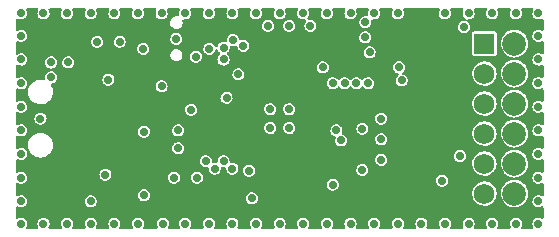
<source format=gbr>
%TF.GenerationSoftware,KiCad,Pcbnew,(6.0.7)*%
%TF.CreationDate,2022-08-11T09:50:47+02:00*%
%TF.ProjectId,cowstick-rp,636f7773-7469-4636-9b2d-72702e6b6963,1*%
%TF.SameCoordinates,Original*%
%TF.FileFunction,Copper,L3,Inr*%
%TF.FilePolarity,Positive*%
%FSLAX46Y46*%
G04 Gerber Fmt 4.6, Leading zero omitted, Abs format (unit mm)*
G04 Created by KiCad (PCBNEW (6.0.7)) date 2022-08-11 09:50:47*
%MOMM*%
%LPD*%
G01*
G04 APERTURE LIST*
%TA.AperFunction,ComponentPad*%
%ADD10R,1.750000X1.750000*%
%TD*%
%TA.AperFunction,ComponentPad*%
%ADD11C,1.750000*%
%TD*%
%TA.AperFunction,ComponentPad*%
%ADD12C,2.000000*%
%TD*%
%TA.AperFunction,ViaPad*%
%ADD13C,0.711200*%
%TD*%
%TA.AperFunction,Conductor*%
%ADD14C,0.304800*%
%TD*%
%TA.AperFunction,Conductor*%
%ADD15C,0.406400*%
%TD*%
G04 APERTURE END LIST*
D10*
%TO.N,PMOD_CTS*%
%TO.C,J2*%
X165836500Y-98650000D03*
D11*
%TO.N,PMOD_TX*%
X165836500Y-101190000D03*
%TO.N,PMOD_RX*%
X165836500Y-103730000D03*
%TO.N,PMOD_RTS*%
X165836500Y-106270000D03*
%TO.N,GND*%
X165836500Y-108810000D03*
%TO.N,+PMOD*%
X165836500Y-111350000D03*
D12*
%TO.N,PMOD_IO5*%
X168376500Y-98650000D03*
%TO.N,PMOD_IO6*%
X168376500Y-101190000D03*
%TO.N,PMOD_IO7*%
X168376500Y-103730000D03*
%TO.N,PMOD_IO8*%
X168376500Y-106270000D03*
%TO.N,GND*%
X168376500Y-108810000D03*
%TO.N,+PMOD*%
X168376500Y-111350000D03*
%TD*%
D13*
%TO.N,PMOD_CTS*%
X143750000Y-99000000D03*
%TO.N,PMOD_TX*%
X145430000Y-98850000D03*
%TO.N,GND*%
X160500000Y-113900000D03*
X149300000Y-105800000D03*
X126600000Y-98000000D03*
X144500000Y-96100000D03*
X158830000Y-101770000D03*
X152150000Y-100660000D03*
X164500000Y-96100000D03*
X164100000Y-97250000D03*
X164500000Y-113900000D03*
X148500000Y-113900000D03*
X134000000Y-101700000D03*
X156500000Y-96100000D03*
X137010000Y-111500000D03*
X148500000Y-96100000D03*
X154500000Y-113900000D03*
X158500000Y-113900000D03*
X134500000Y-96100000D03*
X139900000Y-106000000D03*
X170400000Y-113900000D03*
X132500000Y-96100000D03*
X128500000Y-96100000D03*
X133750000Y-109750000D03*
X162500000Y-113900000D03*
X151100000Y-97150000D03*
X137000000Y-106100000D03*
X136500000Y-113900000D03*
X136500000Y-96100000D03*
X126600000Y-102000000D03*
X162500000Y-96100000D03*
X134500000Y-113900000D03*
X144500000Y-113900000D03*
X147700000Y-104200000D03*
X128250000Y-105000000D03*
X150500000Y-96100000D03*
X139550000Y-110000000D03*
X168500000Y-113900000D03*
X147700000Y-105800000D03*
X157100000Y-108500000D03*
X132500000Y-113900000D03*
X130500000Y-113900000D03*
X129150000Y-100250000D03*
X138500000Y-96100000D03*
X154500000Y-96100000D03*
X126600000Y-100000000D03*
X126600000Y-110000000D03*
X157100000Y-106750000D03*
X163750000Y-108170000D03*
X146150000Y-111760000D03*
X140500000Y-96100000D03*
X129150000Y-101500000D03*
X139900000Y-107500000D03*
X166500000Y-113900000D03*
X170400000Y-104000000D03*
X126600000Y-112000000D03*
X158500000Y-96100000D03*
X170400000Y-100000000D03*
X138500000Y-102250000D03*
X141500000Y-110000000D03*
X149300000Y-104200000D03*
X128500000Y-113900000D03*
X126600000Y-96100000D03*
X141000000Y-104250000D03*
X156500000Y-113900000D03*
X150500000Y-113900000D03*
X136950000Y-99100000D03*
X145000000Y-101250000D03*
X153000000Y-110600000D03*
X170400000Y-98000000D03*
X147500000Y-97150000D03*
X130500000Y-96100000D03*
X126600000Y-106000000D03*
X170400000Y-106000000D03*
X138600000Y-113900000D03*
X170400000Y-102000000D03*
X168500000Y-96100000D03*
X146500000Y-96100000D03*
X126600000Y-104000000D03*
X166500000Y-96100000D03*
X132500000Y-112000000D03*
X126600000Y-108000000D03*
X157100000Y-105000000D03*
X142550000Y-99100000D03*
X142500000Y-113900000D03*
X170400000Y-112000000D03*
X140500000Y-113900000D03*
X170400000Y-110000000D03*
X170400000Y-96100000D03*
X142500000Y-96100000D03*
X126600000Y-113900000D03*
X152500000Y-96100000D03*
X146500000Y-113900000D03*
X130600000Y-100250000D03*
X170400000Y-108000000D03*
X152500000Y-113900000D03*
%TO.N,PMOD_RX*%
X144550000Y-98350000D03*
%TO.N,PMOD_RTS*%
X143750000Y-100000000D03*
%TO.N,+3.3V*%
X153000000Y-109000000D03*
X152110000Y-98750000D03*
X143050000Y-104900000D03*
X162250000Y-111250000D03*
X146270000Y-98350000D03*
X147500000Y-109410000D03*
X144000000Y-113000000D03*
X143000000Y-113000000D03*
X155500000Y-107600000D03*
X162100000Y-98500000D03*
X143500000Y-112250000D03*
X134350000Y-107000000D03*
%TO.N,USB_D-*%
X133050000Y-98500000D03*
X153700000Y-106850000D03*
%TO.N,USB_D+*%
X134950000Y-98500000D03*
X153300000Y-106000000D03*
%TO.N,Net-(C6-Pad1)*%
X155500000Y-109350000D03*
X155500000Y-105850000D03*
X142250000Y-108600000D03*
%TO.N,Net-(TP4-Pad1)*%
X143000000Y-109250000D03*
%TO.N,Net-(TP5-Pad1)*%
X143750000Y-108600000D03*
%TO.N,RST*%
X144500000Y-109250000D03*
%TO.N,FL_D0*%
X158600000Y-100650000D03*
X156000000Y-102000000D03*
%TO.N,FL_D2*%
X155000000Y-102000000D03*
X156120000Y-99390000D03*
%TO.N,FL_D1*%
X155750000Y-98120000D03*
X154000000Y-102000000D03*
%TO.N,BUTTON*%
X139750000Y-98250000D03*
X144000000Y-103250000D03*
%TO.N,LED*%
X145900000Y-109410000D03*
X162250000Y-110250000D03*
%TO.N,UB*%
X155750000Y-96850000D03*
X153000000Y-102000000D03*
X149300000Y-97150000D03*
%TO.N,Net-(R7-Pad1)*%
X141400000Y-99750000D03*
%TD*%
D14*
%TO.N,+3.3V*%
X162100000Y-98500000D02*
X158340000Y-98500000D01*
D15*
X143000000Y-113000000D02*
X140350000Y-113000000D01*
D14*
X157340000Y-103090000D02*
X157340000Y-99500000D01*
D15*
X147500000Y-110030000D02*
X147500000Y-109410000D01*
X147500000Y-109410000D02*
X146970000Y-109410000D01*
X157070000Y-113000000D02*
X144000000Y-113000000D01*
X162250000Y-111250000D02*
X158820000Y-111250000D01*
X147500000Y-109410000D02*
X148090000Y-109410000D01*
X140350000Y-113000000D02*
X134350000Y-107000000D01*
X146780000Y-110750000D02*
X147500000Y-110030000D01*
D14*
X158340000Y-98500000D02*
X157340000Y-99500000D01*
X155500000Y-107600000D02*
X156260000Y-106840000D01*
D15*
X148500000Y-109000000D02*
X148500000Y-102360000D01*
X146970000Y-109410000D02*
X143050000Y-105490000D01*
X153000000Y-109000000D02*
X154100000Y-109000000D01*
D14*
X156260000Y-106840000D02*
X156260000Y-104170000D01*
D15*
X154100000Y-109000000D02*
X155500000Y-107600000D01*
X145000000Y-110750000D02*
X146780000Y-110750000D01*
X146270000Y-98350000D02*
X146270000Y-100130000D01*
X148500000Y-102360000D02*
X152110000Y-98750000D01*
D14*
X156260000Y-104170000D02*
X157340000Y-103090000D01*
D15*
X148090000Y-109410000D02*
X148500000Y-109000000D01*
X148500000Y-109000000D02*
X153000000Y-109000000D01*
X143050000Y-105490000D02*
X143050000Y-104900000D01*
X143500000Y-112250000D02*
X145000000Y-110750000D01*
X146270000Y-100130000D02*
X148500000Y-102360000D01*
X158820000Y-111250000D02*
X157070000Y-113000000D01*
%TD*%
%TA.AperFunction,Conductor*%
%TO.N,+3.3V*%
G36*
X128017881Y-95672902D02*
G01*
X128064374Y-95726558D01*
X128074478Y-95796832D01*
X128063815Y-95832449D01*
X128008719Y-95949800D01*
X127986309Y-96093724D01*
X127987473Y-96102626D01*
X127987473Y-96102629D01*
X127999096Y-96191514D01*
X128005195Y-96238152D01*
X128008809Y-96246365D01*
X128008810Y-96246369D01*
X128025712Y-96284780D01*
X128063859Y-96371474D01*
X128069634Y-96378344D01*
X128069635Y-96378346D01*
X128151803Y-96476097D01*
X128157583Y-96482973D01*
X128166045Y-96488606D01*
X128271361Y-96558710D01*
X128271363Y-96558711D01*
X128278834Y-96563684D01*
X128287401Y-96566361D01*
X128287402Y-96566361D01*
X128301892Y-96570888D01*
X128417864Y-96607121D01*
X128563498Y-96609790D01*
X128671283Y-96580404D01*
X128695363Y-96573839D01*
X128695364Y-96573839D01*
X128704026Y-96571477D01*
X128712359Y-96566361D01*
X128792370Y-96517234D01*
X128828154Y-96495263D01*
X128834774Y-96487950D01*
X128919873Y-96393934D01*
X128919874Y-96393933D01*
X128925901Y-96387274D01*
X128936607Y-96365178D01*
X128985495Y-96264272D01*
X128985495Y-96264271D01*
X128989410Y-96256191D01*
X129013576Y-96112552D01*
X129013729Y-96100000D01*
X128993080Y-95955813D01*
X128986653Y-95941676D01*
X128936354Y-95831052D01*
X128926366Y-95760761D01*
X128955967Y-95696229D01*
X129015757Y-95657945D01*
X129051054Y-95652900D01*
X129949760Y-95652900D01*
X130017881Y-95672902D01*
X130064374Y-95726558D01*
X130074478Y-95796832D01*
X130063815Y-95832449D01*
X130008719Y-95949800D01*
X129986309Y-96093724D01*
X129987473Y-96102626D01*
X129987473Y-96102629D01*
X129999096Y-96191514D01*
X130005195Y-96238152D01*
X130008809Y-96246365D01*
X130008810Y-96246369D01*
X130025712Y-96284780D01*
X130063859Y-96371474D01*
X130069634Y-96378344D01*
X130069635Y-96378346D01*
X130151803Y-96476097D01*
X130157583Y-96482973D01*
X130166045Y-96488606D01*
X130271361Y-96558710D01*
X130271363Y-96558711D01*
X130278834Y-96563684D01*
X130287401Y-96566361D01*
X130287402Y-96566361D01*
X130301892Y-96570888D01*
X130417864Y-96607121D01*
X130563498Y-96609790D01*
X130671283Y-96580404D01*
X130695363Y-96573839D01*
X130695364Y-96573839D01*
X130704026Y-96571477D01*
X130712359Y-96566361D01*
X130792370Y-96517234D01*
X130828154Y-96495263D01*
X130834774Y-96487950D01*
X130919873Y-96393934D01*
X130919874Y-96393933D01*
X130925901Y-96387274D01*
X130936607Y-96365178D01*
X130985495Y-96264272D01*
X130985495Y-96264271D01*
X130989410Y-96256191D01*
X131013576Y-96112552D01*
X131013729Y-96100000D01*
X130993080Y-95955813D01*
X130986653Y-95941676D01*
X130936354Y-95831052D01*
X130926366Y-95760761D01*
X130955967Y-95696229D01*
X131015757Y-95657945D01*
X131051054Y-95652900D01*
X131949760Y-95652900D01*
X132017881Y-95672902D01*
X132064374Y-95726558D01*
X132074478Y-95796832D01*
X132063815Y-95832449D01*
X132008719Y-95949800D01*
X131986309Y-96093724D01*
X131987473Y-96102626D01*
X131987473Y-96102629D01*
X131999096Y-96191514D01*
X132005195Y-96238152D01*
X132008809Y-96246365D01*
X132008810Y-96246369D01*
X132025712Y-96284780D01*
X132063859Y-96371474D01*
X132069634Y-96378344D01*
X132069635Y-96378346D01*
X132151803Y-96476097D01*
X132157583Y-96482973D01*
X132166045Y-96488606D01*
X132271361Y-96558710D01*
X132271363Y-96558711D01*
X132278834Y-96563684D01*
X132287401Y-96566361D01*
X132287402Y-96566361D01*
X132301892Y-96570888D01*
X132417864Y-96607121D01*
X132563498Y-96609790D01*
X132671283Y-96580404D01*
X132695363Y-96573839D01*
X132695364Y-96573839D01*
X132704026Y-96571477D01*
X132712359Y-96566361D01*
X132792370Y-96517234D01*
X132828154Y-96495263D01*
X132834774Y-96487950D01*
X132919873Y-96393934D01*
X132919874Y-96393933D01*
X132925901Y-96387274D01*
X132936607Y-96365178D01*
X132985495Y-96264272D01*
X132985495Y-96264271D01*
X132989410Y-96256191D01*
X133013576Y-96112552D01*
X133013729Y-96100000D01*
X132993080Y-95955813D01*
X132986653Y-95941676D01*
X132936354Y-95831052D01*
X132926366Y-95760761D01*
X132955967Y-95696229D01*
X133015757Y-95657945D01*
X133051054Y-95652900D01*
X133949760Y-95652900D01*
X134017881Y-95672902D01*
X134064374Y-95726558D01*
X134074478Y-95796832D01*
X134063815Y-95832449D01*
X134008719Y-95949800D01*
X133986309Y-96093724D01*
X133987473Y-96102626D01*
X133987473Y-96102629D01*
X133999096Y-96191514D01*
X134005195Y-96238152D01*
X134008809Y-96246365D01*
X134008810Y-96246369D01*
X134025712Y-96284780D01*
X134063859Y-96371474D01*
X134069634Y-96378344D01*
X134069635Y-96378346D01*
X134151803Y-96476097D01*
X134157583Y-96482973D01*
X134166045Y-96488606D01*
X134271361Y-96558710D01*
X134271363Y-96558711D01*
X134278834Y-96563684D01*
X134287401Y-96566361D01*
X134287402Y-96566361D01*
X134301892Y-96570888D01*
X134417864Y-96607121D01*
X134563498Y-96609790D01*
X134671283Y-96580404D01*
X134695363Y-96573839D01*
X134695364Y-96573839D01*
X134704026Y-96571477D01*
X134712359Y-96566361D01*
X134792370Y-96517234D01*
X134828154Y-96495263D01*
X134834774Y-96487950D01*
X134919873Y-96393934D01*
X134919874Y-96393933D01*
X134925901Y-96387274D01*
X134936607Y-96365178D01*
X134985495Y-96264272D01*
X134985495Y-96264271D01*
X134989410Y-96256191D01*
X135013576Y-96112552D01*
X135013729Y-96100000D01*
X134993080Y-95955813D01*
X134986653Y-95941676D01*
X134936354Y-95831052D01*
X134926366Y-95760761D01*
X134955967Y-95696229D01*
X135015757Y-95657945D01*
X135051054Y-95652900D01*
X135949760Y-95652900D01*
X136017881Y-95672902D01*
X136064374Y-95726558D01*
X136074478Y-95796832D01*
X136063815Y-95832449D01*
X136008719Y-95949800D01*
X135986309Y-96093724D01*
X135987473Y-96102626D01*
X135987473Y-96102629D01*
X135999096Y-96191514D01*
X136005195Y-96238152D01*
X136008809Y-96246365D01*
X136008810Y-96246369D01*
X136025712Y-96284780D01*
X136063859Y-96371474D01*
X136069634Y-96378344D01*
X136069635Y-96378346D01*
X136151803Y-96476097D01*
X136157583Y-96482973D01*
X136166045Y-96488606D01*
X136271361Y-96558710D01*
X136271363Y-96558711D01*
X136278834Y-96563684D01*
X136287401Y-96566361D01*
X136287402Y-96566361D01*
X136301892Y-96570888D01*
X136417864Y-96607121D01*
X136563498Y-96609790D01*
X136671283Y-96580404D01*
X136695363Y-96573839D01*
X136695364Y-96573839D01*
X136704026Y-96571477D01*
X136712359Y-96566361D01*
X136792370Y-96517234D01*
X136828154Y-96495263D01*
X136834774Y-96487950D01*
X136919873Y-96393934D01*
X136919874Y-96393933D01*
X136925901Y-96387274D01*
X136936607Y-96365178D01*
X136985495Y-96264272D01*
X136985495Y-96264271D01*
X136989410Y-96256191D01*
X137013576Y-96112552D01*
X137013729Y-96100000D01*
X136993080Y-95955813D01*
X136986653Y-95941676D01*
X136936354Y-95831052D01*
X136926366Y-95760761D01*
X136955967Y-95696229D01*
X137015757Y-95657945D01*
X137051054Y-95652900D01*
X137949760Y-95652900D01*
X138017881Y-95672902D01*
X138064374Y-95726558D01*
X138074478Y-95796832D01*
X138063815Y-95832449D01*
X138008719Y-95949800D01*
X137986309Y-96093724D01*
X137987473Y-96102626D01*
X137987473Y-96102629D01*
X137999096Y-96191514D01*
X138005195Y-96238152D01*
X138008809Y-96246365D01*
X138008810Y-96246369D01*
X138025712Y-96284780D01*
X138063859Y-96371474D01*
X138069634Y-96378344D01*
X138069635Y-96378346D01*
X138151803Y-96476097D01*
X138157583Y-96482973D01*
X138166045Y-96488606D01*
X138271361Y-96558710D01*
X138271363Y-96558711D01*
X138278834Y-96563684D01*
X138287401Y-96566361D01*
X138287402Y-96566361D01*
X138301892Y-96570888D01*
X138417864Y-96607121D01*
X138563498Y-96609790D01*
X138671283Y-96580404D01*
X138695363Y-96573839D01*
X138695364Y-96573839D01*
X138704026Y-96571477D01*
X138712359Y-96566361D01*
X138792370Y-96517234D01*
X138828154Y-96495263D01*
X138834774Y-96487950D01*
X138919873Y-96393934D01*
X138919874Y-96393933D01*
X138925901Y-96387274D01*
X138936607Y-96365178D01*
X138985495Y-96264272D01*
X138985495Y-96264271D01*
X138989410Y-96256191D01*
X139013576Y-96112552D01*
X139013729Y-96100000D01*
X138993080Y-95955813D01*
X138986653Y-95941676D01*
X138936354Y-95831052D01*
X138926366Y-95760761D01*
X138955967Y-95696229D01*
X139015757Y-95657945D01*
X139051054Y-95652900D01*
X139949760Y-95652900D01*
X140017881Y-95672902D01*
X140064374Y-95726558D01*
X140074478Y-95796832D01*
X140063815Y-95832449D01*
X140008719Y-95949800D01*
X139986309Y-96093724D01*
X139987473Y-96102626D01*
X139987473Y-96102628D01*
X139993054Y-96145303D01*
X140002121Y-96214642D01*
X139991121Y-96284780D01*
X139943947Y-96337837D01*
X139875576Y-96356968D01*
X139842037Y-96351976D01*
X139834184Y-96349695D01*
X139834179Y-96349694D01*
X139827842Y-96347853D01*
X139817587Y-96347100D01*
X139713769Y-96347100D01*
X139709523Y-96347682D01*
X139709517Y-96347682D01*
X139635139Y-96357871D01*
X139606703Y-96361766D01*
X139598819Y-96365178D01*
X139598818Y-96365178D01*
X139481847Y-96415796D01*
X139481845Y-96415797D01*
X139473963Y-96419208D01*
X139467285Y-96424616D01*
X139380043Y-96495263D01*
X139361560Y-96510230D01*
X139356584Y-96517232D01*
X139356582Y-96517234D01*
X139292703Y-96607121D01*
X139277775Y-96628127D01*
X139228781Y-96764212D01*
X139228152Y-96772772D01*
X139228152Y-96772774D01*
X139227193Y-96785839D01*
X139218188Y-96908459D01*
X139246777Y-97050241D01*
X139312440Y-97179112D01*
X139318253Y-97185434D01*
X139318254Y-97185435D01*
X139389167Y-97262552D01*
X139410340Y-97285578D01*
X139417642Y-97290106D01*
X139417644Y-97290107D01*
X139525965Y-97357269D01*
X139533265Y-97361795D01*
X139672158Y-97402147D01*
X139682413Y-97402900D01*
X139786231Y-97402900D01*
X139790477Y-97402318D01*
X139790483Y-97402318D01*
X139864861Y-97392129D01*
X139893297Y-97388234D01*
X139959027Y-97359790D01*
X140018153Y-97334204D01*
X140018155Y-97334203D01*
X140026037Y-97330792D01*
X140116307Y-97257693D01*
X140131762Y-97245178D01*
X140131763Y-97245177D01*
X140138440Y-97239770D01*
X140143416Y-97232768D01*
X140143418Y-97232766D01*
X140206696Y-97143724D01*
X146986309Y-97143724D01*
X146987473Y-97152626D01*
X146987473Y-97152629D01*
X146989936Y-97171461D01*
X147005195Y-97288152D01*
X147008809Y-97296365D01*
X147008810Y-97296369D01*
X147036644Y-97359625D01*
X147063859Y-97421474D01*
X147069634Y-97428344D01*
X147069635Y-97428346D01*
X147124395Y-97493491D01*
X147157583Y-97532973D01*
X147165060Y-97537950D01*
X147271361Y-97608710D01*
X147271363Y-97608711D01*
X147278834Y-97613684D01*
X147287401Y-97616361D01*
X147287402Y-97616361D01*
X147309635Y-97623307D01*
X147417864Y-97657121D01*
X147563498Y-97659790D01*
X147661860Y-97632973D01*
X147695363Y-97623839D01*
X147695364Y-97623839D01*
X147704026Y-97621477D01*
X147712359Y-97616361D01*
X147807838Y-97557737D01*
X147828154Y-97545263D01*
X147834249Y-97538530D01*
X147919873Y-97443934D01*
X147919874Y-97443933D01*
X147925901Y-97437274D01*
X147937046Y-97414272D01*
X147985495Y-97314272D01*
X147985495Y-97314271D01*
X147989410Y-97306191D01*
X148013576Y-97162552D01*
X148013729Y-97150000D01*
X148012830Y-97143724D01*
X148786309Y-97143724D01*
X148787473Y-97152626D01*
X148787473Y-97152629D01*
X148789936Y-97171461D01*
X148805195Y-97288152D01*
X148808809Y-97296365D01*
X148808810Y-97296369D01*
X148836644Y-97359625D01*
X148863859Y-97421474D01*
X148869634Y-97428344D01*
X148869635Y-97428346D01*
X148924395Y-97493491D01*
X148957583Y-97532973D01*
X148965060Y-97537950D01*
X149071361Y-97608710D01*
X149071363Y-97608711D01*
X149078834Y-97613684D01*
X149087401Y-97616361D01*
X149087402Y-97616361D01*
X149109635Y-97623307D01*
X149217864Y-97657121D01*
X149363498Y-97659790D01*
X149461860Y-97632973D01*
X149495363Y-97623839D01*
X149495364Y-97623839D01*
X149504026Y-97621477D01*
X149512359Y-97616361D01*
X149607838Y-97557737D01*
X149628154Y-97545263D01*
X149634249Y-97538530D01*
X149719873Y-97443934D01*
X149719874Y-97443933D01*
X149725901Y-97437274D01*
X149737046Y-97414272D01*
X149785495Y-97314272D01*
X149785495Y-97314271D01*
X149789410Y-97306191D01*
X149813576Y-97162552D01*
X149813729Y-97150000D01*
X149806230Y-97097635D01*
X149794354Y-97014706D01*
X149794353Y-97014703D01*
X149793080Y-97005813D01*
X149788786Y-96996369D01*
X149736508Y-96881390D01*
X149736507Y-96881388D01*
X149732792Y-96873218D01*
X149637713Y-96762873D01*
X149515485Y-96683648D01*
X149375934Y-96641914D01*
X149366958Y-96641859D01*
X149366957Y-96641859D01*
X149305644Y-96641485D01*
X149230279Y-96641024D01*
X149090229Y-96681051D01*
X149082642Y-96685838D01*
X149082640Y-96685839D01*
X149050983Y-96705813D01*
X148967042Y-96758776D01*
X148870622Y-96867951D01*
X148866808Y-96876074D01*
X148866807Y-96876076D01*
X148814188Y-96988152D01*
X148808719Y-96999800D01*
X148807339Y-97008665D01*
X148807338Y-97008667D01*
X148790970Y-97113792D01*
X148786309Y-97143724D01*
X148012830Y-97143724D01*
X148006230Y-97097635D01*
X147994354Y-97014706D01*
X147994353Y-97014703D01*
X147993080Y-97005813D01*
X147988786Y-96996369D01*
X147936508Y-96881390D01*
X147936507Y-96881388D01*
X147932792Y-96873218D01*
X147837713Y-96762873D01*
X147715485Y-96683648D01*
X147575934Y-96641914D01*
X147566958Y-96641859D01*
X147566957Y-96641859D01*
X147505644Y-96641485D01*
X147430279Y-96641024D01*
X147290229Y-96681051D01*
X147282642Y-96685838D01*
X147282640Y-96685839D01*
X147250983Y-96705813D01*
X147167042Y-96758776D01*
X147070622Y-96867951D01*
X147066808Y-96876074D01*
X147066807Y-96876076D01*
X147014188Y-96988152D01*
X147008719Y-96999800D01*
X147007339Y-97008665D01*
X147007338Y-97008667D01*
X146990970Y-97113792D01*
X146986309Y-97143724D01*
X140206696Y-97143724D01*
X140217249Y-97128875D01*
X140222225Y-97121873D01*
X140271219Y-96985788D01*
X140272642Y-96966418D01*
X140279746Y-96869675D01*
X140281812Y-96841541D01*
X140266480Y-96765504D01*
X140264054Y-96753472D01*
X140270197Y-96682742D01*
X140313604Y-96626561D01*
X140380494Y-96602766D01*
X140407713Y-96604188D01*
X140409298Y-96604445D01*
X140417864Y-96607121D01*
X140563498Y-96609790D01*
X140671283Y-96580404D01*
X140695363Y-96573839D01*
X140695364Y-96573839D01*
X140704026Y-96571477D01*
X140712359Y-96566361D01*
X140792370Y-96517234D01*
X140828154Y-96495263D01*
X140834774Y-96487950D01*
X140919873Y-96393934D01*
X140919874Y-96393933D01*
X140925901Y-96387274D01*
X140936607Y-96365178D01*
X140985495Y-96264272D01*
X140985495Y-96264271D01*
X140989410Y-96256191D01*
X141013576Y-96112552D01*
X141013729Y-96100000D01*
X140993080Y-95955813D01*
X140986653Y-95941676D01*
X140936354Y-95831052D01*
X140926366Y-95760761D01*
X140955967Y-95696229D01*
X141015757Y-95657945D01*
X141051054Y-95652900D01*
X141949760Y-95652900D01*
X142017881Y-95672902D01*
X142064374Y-95726558D01*
X142074478Y-95796832D01*
X142063815Y-95832449D01*
X142008719Y-95949800D01*
X141986309Y-96093724D01*
X141987473Y-96102626D01*
X141987473Y-96102629D01*
X141999096Y-96191514D01*
X142005195Y-96238152D01*
X142008809Y-96246365D01*
X142008810Y-96246369D01*
X142025712Y-96284780D01*
X142063859Y-96371474D01*
X142069634Y-96378344D01*
X142069635Y-96378346D01*
X142151803Y-96476097D01*
X142157583Y-96482973D01*
X142166045Y-96488606D01*
X142271361Y-96558710D01*
X142271363Y-96558711D01*
X142278834Y-96563684D01*
X142287401Y-96566361D01*
X142287402Y-96566361D01*
X142301892Y-96570888D01*
X142417864Y-96607121D01*
X142563498Y-96609790D01*
X142671283Y-96580404D01*
X142695363Y-96573839D01*
X142695364Y-96573839D01*
X142704026Y-96571477D01*
X142712359Y-96566361D01*
X142792370Y-96517234D01*
X142828154Y-96495263D01*
X142834774Y-96487950D01*
X142919873Y-96393934D01*
X142919874Y-96393933D01*
X142925901Y-96387274D01*
X142936607Y-96365178D01*
X142985495Y-96264272D01*
X142985495Y-96264271D01*
X142989410Y-96256191D01*
X143013576Y-96112552D01*
X143013729Y-96100000D01*
X142993080Y-95955813D01*
X142986653Y-95941676D01*
X142936354Y-95831052D01*
X142926366Y-95760761D01*
X142955967Y-95696229D01*
X143015757Y-95657945D01*
X143051054Y-95652900D01*
X143949760Y-95652900D01*
X144017881Y-95672902D01*
X144064374Y-95726558D01*
X144074478Y-95796832D01*
X144063815Y-95832449D01*
X144008719Y-95949800D01*
X143986309Y-96093724D01*
X143987473Y-96102626D01*
X143987473Y-96102629D01*
X143999096Y-96191514D01*
X144005195Y-96238152D01*
X144008809Y-96246365D01*
X144008810Y-96246369D01*
X144025712Y-96284780D01*
X144063859Y-96371474D01*
X144069634Y-96378344D01*
X144069635Y-96378346D01*
X144151803Y-96476097D01*
X144157583Y-96482973D01*
X144166045Y-96488606D01*
X144271361Y-96558710D01*
X144271363Y-96558711D01*
X144278834Y-96563684D01*
X144287401Y-96566361D01*
X144287402Y-96566361D01*
X144301892Y-96570888D01*
X144417864Y-96607121D01*
X144563498Y-96609790D01*
X144671283Y-96580404D01*
X144695363Y-96573839D01*
X144695364Y-96573839D01*
X144704026Y-96571477D01*
X144712359Y-96566361D01*
X144792370Y-96517234D01*
X144828154Y-96495263D01*
X144834774Y-96487950D01*
X144919873Y-96393934D01*
X144919874Y-96393933D01*
X144925901Y-96387274D01*
X144936607Y-96365178D01*
X144985495Y-96264272D01*
X144985495Y-96264271D01*
X144989410Y-96256191D01*
X145013576Y-96112552D01*
X145013729Y-96100000D01*
X144993080Y-95955813D01*
X144986653Y-95941676D01*
X144936354Y-95831052D01*
X144926366Y-95760761D01*
X144955967Y-95696229D01*
X145015757Y-95657945D01*
X145051054Y-95652900D01*
X145949760Y-95652900D01*
X146017881Y-95672902D01*
X146064374Y-95726558D01*
X146074478Y-95796832D01*
X146063815Y-95832449D01*
X146008719Y-95949800D01*
X145986309Y-96093724D01*
X145987473Y-96102626D01*
X145987473Y-96102629D01*
X145999096Y-96191514D01*
X146005195Y-96238152D01*
X146008809Y-96246365D01*
X146008810Y-96246369D01*
X146025712Y-96284780D01*
X146063859Y-96371474D01*
X146069634Y-96378344D01*
X146069635Y-96378346D01*
X146151803Y-96476097D01*
X146157583Y-96482973D01*
X146166045Y-96488606D01*
X146271361Y-96558710D01*
X146271363Y-96558711D01*
X146278834Y-96563684D01*
X146287401Y-96566361D01*
X146287402Y-96566361D01*
X146301892Y-96570888D01*
X146417864Y-96607121D01*
X146563498Y-96609790D01*
X146671283Y-96580404D01*
X146695363Y-96573839D01*
X146695364Y-96573839D01*
X146704026Y-96571477D01*
X146712359Y-96566361D01*
X146792370Y-96517234D01*
X146828154Y-96495263D01*
X146834774Y-96487950D01*
X146919873Y-96393934D01*
X146919874Y-96393933D01*
X146925901Y-96387274D01*
X146936607Y-96365178D01*
X146985495Y-96264272D01*
X146985495Y-96264271D01*
X146989410Y-96256191D01*
X147013576Y-96112552D01*
X147013729Y-96100000D01*
X146993080Y-95955813D01*
X146986653Y-95941676D01*
X146936354Y-95831052D01*
X146926366Y-95760761D01*
X146955967Y-95696229D01*
X147015757Y-95657945D01*
X147051054Y-95652900D01*
X147949760Y-95652900D01*
X148017881Y-95672902D01*
X148064374Y-95726558D01*
X148074478Y-95796832D01*
X148063815Y-95832449D01*
X148008719Y-95949800D01*
X147986309Y-96093724D01*
X147987473Y-96102626D01*
X147987473Y-96102629D01*
X147999096Y-96191514D01*
X148005195Y-96238152D01*
X148008809Y-96246365D01*
X148008810Y-96246369D01*
X148025712Y-96284780D01*
X148063859Y-96371474D01*
X148069634Y-96378344D01*
X148069635Y-96378346D01*
X148151803Y-96476097D01*
X148157583Y-96482973D01*
X148166045Y-96488606D01*
X148271361Y-96558710D01*
X148271363Y-96558711D01*
X148278834Y-96563684D01*
X148287401Y-96566361D01*
X148287402Y-96566361D01*
X148301892Y-96570888D01*
X148417864Y-96607121D01*
X148563498Y-96609790D01*
X148671283Y-96580404D01*
X148695363Y-96573839D01*
X148695364Y-96573839D01*
X148704026Y-96571477D01*
X148712359Y-96566361D01*
X148792370Y-96517234D01*
X148828154Y-96495263D01*
X148834774Y-96487950D01*
X148919873Y-96393934D01*
X148919874Y-96393933D01*
X148925901Y-96387274D01*
X148936607Y-96365178D01*
X148985495Y-96264272D01*
X148985495Y-96264271D01*
X148989410Y-96256191D01*
X149013576Y-96112552D01*
X149013729Y-96100000D01*
X148993080Y-95955813D01*
X148986653Y-95941676D01*
X148936354Y-95831052D01*
X148926366Y-95760761D01*
X148955967Y-95696229D01*
X149015757Y-95657945D01*
X149051054Y-95652900D01*
X149949760Y-95652900D01*
X150017881Y-95672902D01*
X150064374Y-95726558D01*
X150074478Y-95796832D01*
X150063815Y-95832449D01*
X150008719Y-95949800D01*
X149986309Y-96093724D01*
X149987473Y-96102626D01*
X149987473Y-96102629D01*
X149999096Y-96191514D01*
X150005195Y-96238152D01*
X150008809Y-96246365D01*
X150008810Y-96246369D01*
X150025712Y-96284780D01*
X150063859Y-96371474D01*
X150069634Y-96378344D01*
X150069635Y-96378346D01*
X150151803Y-96476097D01*
X150157583Y-96482973D01*
X150166045Y-96488606D01*
X150271361Y-96558710D01*
X150271363Y-96558711D01*
X150278834Y-96563684D01*
X150287401Y-96566361D01*
X150287402Y-96566361D01*
X150301892Y-96570888D01*
X150417864Y-96607121D01*
X150563498Y-96609790D01*
X150572160Y-96607429D01*
X150572164Y-96607428D01*
X150598426Y-96600268D01*
X150669409Y-96601648D01*
X150728378Y-96641185D01*
X150756610Y-96706327D01*
X150745141Y-96776392D01*
X150726010Y-96805236D01*
X150670622Y-96867951D01*
X150666808Y-96876074D01*
X150666807Y-96876076D01*
X150614188Y-96988152D01*
X150608719Y-96999800D01*
X150607339Y-97008665D01*
X150607338Y-97008667D01*
X150590970Y-97113792D01*
X150586309Y-97143724D01*
X150587473Y-97152626D01*
X150587473Y-97152629D01*
X150589936Y-97171461D01*
X150605195Y-97288152D01*
X150608809Y-97296365D01*
X150608810Y-97296369D01*
X150636644Y-97359625D01*
X150663859Y-97421474D01*
X150669634Y-97428344D01*
X150669635Y-97428346D01*
X150724395Y-97493491D01*
X150757583Y-97532973D01*
X150765060Y-97537950D01*
X150871361Y-97608710D01*
X150871363Y-97608711D01*
X150878834Y-97613684D01*
X150887401Y-97616361D01*
X150887402Y-97616361D01*
X150909635Y-97623307D01*
X151017864Y-97657121D01*
X151163498Y-97659790D01*
X151261860Y-97632973D01*
X151295363Y-97623839D01*
X151295364Y-97623839D01*
X151304026Y-97621477D01*
X151312359Y-97616361D01*
X151407838Y-97557737D01*
X151428154Y-97545263D01*
X151434249Y-97538530D01*
X151519873Y-97443934D01*
X151519874Y-97443933D01*
X151525901Y-97437274D01*
X151537046Y-97414272D01*
X151585495Y-97314272D01*
X151585495Y-97314271D01*
X151589410Y-97306191D01*
X151613576Y-97162552D01*
X151613729Y-97150000D01*
X151606230Y-97097635D01*
X151594354Y-97014706D01*
X151594353Y-97014703D01*
X151593080Y-97005813D01*
X151588786Y-96996369D01*
X151536508Y-96881390D01*
X151536507Y-96881388D01*
X151532792Y-96873218D01*
X151437713Y-96762873D01*
X151315485Y-96683648D01*
X151175934Y-96641914D01*
X151166958Y-96641859D01*
X151166957Y-96641859D01*
X151105644Y-96641485D01*
X151030279Y-96641024D01*
X151021649Y-96643490D01*
X151021645Y-96643491D01*
X151003532Y-96648668D01*
X150932538Y-96648156D01*
X150873090Y-96609342D01*
X150844064Y-96544550D01*
X150854675Y-96474350D01*
X150875493Y-96442964D01*
X150919873Y-96393934D01*
X150919874Y-96393933D01*
X150925901Y-96387274D01*
X150936607Y-96365178D01*
X150985495Y-96264272D01*
X150985495Y-96264271D01*
X150989410Y-96256191D01*
X151013576Y-96112552D01*
X151013729Y-96100000D01*
X150993080Y-95955813D01*
X150986653Y-95941676D01*
X150936354Y-95831052D01*
X150926366Y-95760761D01*
X150955967Y-95696229D01*
X151015757Y-95657945D01*
X151051054Y-95652900D01*
X151949760Y-95652900D01*
X152017881Y-95672902D01*
X152064374Y-95726558D01*
X152074478Y-95796832D01*
X152063815Y-95832449D01*
X152008719Y-95949800D01*
X151986309Y-96093724D01*
X151987473Y-96102626D01*
X151987473Y-96102629D01*
X151999096Y-96191514D01*
X152005195Y-96238152D01*
X152008809Y-96246365D01*
X152008810Y-96246369D01*
X152025712Y-96284780D01*
X152063859Y-96371474D01*
X152069634Y-96378344D01*
X152069635Y-96378346D01*
X152151803Y-96476097D01*
X152157583Y-96482973D01*
X152166045Y-96488606D01*
X152271361Y-96558710D01*
X152271363Y-96558711D01*
X152278834Y-96563684D01*
X152287401Y-96566361D01*
X152287402Y-96566361D01*
X152301892Y-96570888D01*
X152417864Y-96607121D01*
X152563498Y-96609790D01*
X152671283Y-96580404D01*
X152695363Y-96573839D01*
X152695364Y-96573839D01*
X152704026Y-96571477D01*
X152712359Y-96566361D01*
X152792370Y-96517234D01*
X152828154Y-96495263D01*
X152834774Y-96487950D01*
X152919873Y-96393934D01*
X152919874Y-96393933D01*
X152925901Y-96387274D01*
X152936607Y-96365178D01*
X152985495Y-96264272D01*
X152985495Y-96264271D01*
X152989410Y-96256191D01*
X153013576Y-96112552D01*
X153013729Y-96100000D01*
X152993080Y-95955813D01*
X152986653Y-95941676D01*
X152936354Y-95831052D01*
X152926366Y-95760761D01*
X152955967Y-95696229D01*
X153015757Y-95657945D01*
X153051054Y-95652900D01*
X153949760Y-95652900D01*
X154017881Y-95672902D01*
X154064374Y-95726558D01*
X154074478Y-95796832D01*
X154063815Y-95832449D01*
X154008719Y-95949800D01*
X153986309Y-96093724D01*
X153987473Y-96102626D01*
X153987473Y-96102629D01*
X153999096Y-96191514D01*
X154005195Y-96238152D01*
X154008809Y-96246365D01*
X154008810Y-96246369D01*
X154025712Y-96284780D01*
X154063859Y-96371474D01*
X154069634Y-96378344D01*
X154069635Y-96378346D01*
X154151803Y-96476097D01*
X154157583Y-96482973D01*
X154166045Y-96488606D01*
X154271361Y-96558710D01*
X154271363Y-96558711D01*
X154278834Y-96563684D01*
X154287401Y-96566361D01*
X154287402Y-96566361D01*
X154301892Y-96570888D01*
X154417864Y-96607121D01*
X154563498Y-96609790D01*
X154671283Y-96580404D01*
X154695363Y-96573839D01*
X154695364Y-96573839D01*
X154704026Y-96571477D01*
X154712359Y-96566361D01*
X154792370Y-96517234D01*
X154828154Y-96495263D01*
X154834774Y-96487950D01*
X154919873Y-96393934D01*
X154919874Y-96393933D01*
X154925901Y-96387274D01*
X154936607Y-96365178D01*
X154985495Y-96264272D01*
X154985495Y-96264271D01*
X154989410Y-96256191D01*
X155013576Y-96112552D01*
X155013729Y-96100000D01*
X154993080Y-95955813D01*
X154986653Y-95941676D01*
X154936354Y-95831052D01*
X154926366Y-95760761D01*
X154955967Y-95696229D01*
X155015757Y-95657945D01*
X155051054Y-95652900D01*
X155949760Y-95652900D01*
X156017881Y-95672902D01*
X156064374Y-95726558D01*
X156074478Y-95796832D01*
X156063815Y-95832449D01*
X156008719Y-95949800D01*
X155986309Y-96093724D01*
X155987473Y-96102626D01*
X155987473Y-96102629D01*
X156001406Y-96209177D01*
X155990406Y-96279316D01*
X155943231Y-96332373D01*
X155874860Y-96351504D01*
X155840367Y-96346230D01*
X155825934Y-96341914D01*
X155816958Y-96341859D01*
X155816957Y-96341859D01*
X155755644Y-96341485D01*
X155680279Y-96341024D01*
X155540229Y-96381051D01*
X155532642Y-96385838D01*
X155532640Y-96385839D01*
X155485161Y-96415796D01*
X155417042Y-96458776D01*
X155411100Y-96465504D01*
X155401745Y-96476097D01*
X155320622Y-96567951D01*
X155316808Y-96576074D01*
X155316807Y-96576076D01*
X155264011Y-96688529D01*
X155258719Y-96699800D01*
X155257339Y-96708665D01*
X155257338Y-96708667D01*
X155237960Y-96833122D01*
X155236309Y-96843724D01*
X155237473Y-96852626D01*
X155237473Y-96852629D01*
X155240539Y-96876076D01*
X155255195Y-96988152D01*
X155258809Y-96996365D01*
X155258810Y-96996369D01*
X155266688Y-97014272D01*
X155313859Y-97121474D01*
X155319634Y-97128344D01*
X155319635Y-97128346D01*
X155344304Y-97157693D01*
X155407583Y-97232973D01*
X155415060Y-97237950D01*
X155521361Y-97308710D01*
X155521363Y-97308711D01*
X155528834Y-97313684D01*
X155667864Y-97357121D01*
X155813498Y-97359790D01*
X155939696Y-97325384D01*
X155945363Y-97323839D01*
X155945364Y-97323839D01*
X155954026Y-97321477D01*
X155962359Y-97316361D01*
X156016090Y-97283370D01*
X156078154Y-97245263D01*
X156084774Y-97237950D01*
X156169873Y-97143934D01*
X156169874Y-97143933D01*
X156175901Y-97137274D01*
X156179971Y-97128875D01*
X156235495Y-97014272D01*
X156235495Y-97014271D01*
X156239410Y-97006191D01*
X156263576Y-96862552D01*
X156263729Y-96850000D01*
X156248407Y-96743013D01*
X156258551Y-96672747D01*
X156305074Y-96619117D01*
X156373206Y-96599153D01*
X156400387Y-96603308D01*
X156400435Y-96603009D01*
X156409296Y-96604444D01*
X156417864Y-96607121D01*
X156563498Y-96609790D01*
X156671283Y-96580404D01*
X156695363Y-96573839D01*
X156695364Y-96573839D01*
X156704026Y-96571477D01*
X156712359Y-96566361D01*
X156792370Y-96517234D01*
X156828154Y-96495263D01*
X156834774Y-96487950D01*
X156919873Y-96393934D01*
X156919874Y-96393933D01*
X156925901Y-96387274D01*
X156936607Y-96365178D01*
X156985495Y-96264272D01*
X156985495Y-96264271D01*
X156989410Y-96256191D01*
X157013576Y-96112552D01*
X157013729Y-96100000D01*
X156993080Y-95955813D01*
X156986653Y-95941676D01*
X156936354Y-95831052D01*
X156926366Y-95760761D01*
X156955967Y-95696229D01*
X157015757Y-95657945D01*
X157051054Y-95652900D01*
X157949760Y-95652900D01*
X158017881Y-95672902D01*
X158064374Y-95726558D01*
X158074478Y-95796832D01*
X158063815Y-95832449D01*
X158008719Y-95949800D01*
X157986309Y-96093724D01*
X157987473Y-96102626D01*
X157987473Y-96102629D01*
X157999096Y-96191514D01*
X158005195Y-96238152D01*
X158008809Y-96246365D01*
X158008810Y-96246369D01*
X158025712Y-96284780D01*
X158063859Y-96371474D01*
X158069634Y-96378344D01*
X158069635Y-96378346D01*
X158151803Y-96476097D01*
X158157583Y-96482973D01*
X158166045Y-96488606D01*
X158271361Y-96558710D01*
X158271363Y-96558711D01*
X158278834Y-96563684D01*
X158287401Y-96566361D01*
X158287402Y-96566361D01*
X158301892Y-96570888D01*
X158417864Y-96607121D01*
X158563498Y-96609790D01*
X158671283Y-96580404D01*
X158695363Y-96573839D01*
X158695364Y-96573839D01*
X158704026Y-96571477D01*
X158712359Y-96566361D01*
X158792370Y-96517234D01*
X158828154Y-96495263D01*
X158834774Y-96487950D01*
X158919873Y-96393934D01*
X158919874Y-96393933D01*
X158925901Y-96387274D01*
X158936607Y-96365178D01*
X158985495Y-96264272D01*
X158985495Y-96264271D01*
X158989410Y-96256191D01*
X159013576Y-96112552D01*
X159013729Y-96100000D01*
X158993080Y-95955813D01*
X158986653Y-95941676D01*
X158936354Y-95831052D01*
X158926366Y-95760761D01*
X158955967Y-95696229D01*
X159015757Y-95657945D01*
X159051054Y-95652900D01*
X161949760Y-95652900D01*
X162017881Y-95672902D01*
X162064374Y-95726558D01*
X162074478Y-95796832D01*
X162063815Y-95832449D01*
X162008719Y-95949800D01*
X161986309Y-96093724D01*
X161987473Y-96102626D01*
X161987473Y-96102629D01*
X161999096Y-96191514D01*
X162005195Y-96238152D01*
X162008809Y-96246365D01*
X162008810Y-96246369D01*
X162025712Y-96284780D01*
X162063859Y-96371474D01*
X162069634Y-96378344D01*
X162069635Y-96378346D01*
X162151803Y-96476097D01*
X162157583Y-96482973D01*
X162166045Y-96488606D01*
X162271361Y-96558710D01*
X162271363Y-96558711D01*
X162278834Y-96563684D01*
X162287401Y-96566361D01*
X162287402Y-96566361D01*
X162301892Y-96570888D01*
X162417864Y-96607121D01*
X162563498Y-96609790D01*
X162671283Y-96580404D01*
X162695363Y-96573839D01*
X162695364Y-96573839D01*
X162704026Y-96571477D01*
X162712359Y-96566361D01*
X162792370Y-96517234D01*
X162828154Y-96495263D01*
X162834774Y-96487950D01*
X162919873Y-96393934D01*
X162919874Y-96393933D01*
X162925901Y-96387274D01*
X162936607Y-96365178D01*
X162985495Y-96264272D01*
X162985495Y-96264271D01*
X162989410Y-96256191D01*
X163013576Y-96112552D01*
X163013729Y-96100000D01*
X162993080Y-95955813D01*
X162986653Y-95941676D01*
X162936354Y-95831052D01*
X162926366Y-95760761D01*
X162955967Y-95696229D01*
X163015757Y-95657945D01*
X163051054Y-95652900D01*
X163949760Y-95652900D01*
X164017881Y-95672902D01*
X164064374Y-95726558D01*
X164074478Y-95796832D01*
X164063815Y-95832449D01*
X164008719Y-95949800D01*
X163986309Y-96093724D01*
X163987473Y-96102626D01*
X163987473Y-96102629D01*
X163999096Y-96191514D01*
X164005195Y-96238152D01*
X164008809Y-96246365D01*
X164008810Y-96246369D01*
X164025712Y-96284780D01*
X164063859Y-96371474D01*
X164069634Y-96378344D01*
X164069635Y-96378346D01*
X164151803Y-96476097D01*
X164157583Y-96482973D01*
X164165056Y-96487947D01*
X164165060Y-96487951D01*
X164189809Y-96504424D01*
X164199297Y-96510740D01*
X164244920Y-96565136D01*
X164253892Y-96635563D01*
X164223364Y-96699661D01*
X164163028Y-96737079D01*
X164128710Y-96741625D01*
X164062858Y-96741223D01*
X164030279Y-96741024D01*
X163890229Y-96781051D01*
X163767042Y-96858776D01*
X163761100Y-96865504D01*
X163718832Y-96913363D01*
X163670622Y-96967951D01*
X163666808Y-96976074D01*
X163666807Y-96976076D01*
X163635941Y-97041819D01*
X163608719Y-97099800D01*
X163607339Y-97108665D01*
X163607338Y-97108667D01*
X163589054Y-97226097D01*
X163586309Y-97243724D01*
X163587473Y-97252626D01*
X163587473Y-97252629D01*
X163599096Y-97341514D01*
X163605195Y-97388152D01*
X163608809Y-97396365D01*
X163608810Y-97396369D01*
X163648567Y-97486722D01*
X163663859Y-97521474D01*
X163669634Y-97528344D01*
X163669635Y-97528346D01*
X163749905Y-97623839D01*
X163757583Y-97632973D01*
X163765060Y-97637950D01*
X163871361Y-97708710D01*
X163871363Y-97708711D01*
X163878834Y-97713684D01*
X163887401Y-97716361D01*
X163887402Y-97716361D01*
X163903777Y-97721477D01*
X164017864Y-97757121D01*
X164163498Y-97759790D01*
X164237278Y-97739675D01*
X164295363Y-97723839D01*
X164295364Y-97723839D01*
X164304026Y-97721477D01*
X164312266Y-97716418D01*
X164413201Y-97654444D01*
X164428154Y-97645263D01*
X164434774Y-97637950D01*
X164519873Y-97543934D01*
X164519874Y-97543933D01*
X164525901Y-97537274D01*
X164531317Y-97526097D01*
X164585495Y-97414272D01*
X164585495Y-97414271D01*
X164589410Y-97406191D01*
X164604875Y-97314272D01*
X164612770Y-97267344D01*
X164612770Y-97267341D01*
X164613576Y-97262552D01*
X164613729Y-97250000D01*
X164603577Y-97179112D01*
X164594354Y-97114706D01*
X164594353Y-97114703D01*
X164593080Y-97105813D01*
X164589362Y-97097635D01*
X164536508Y-96981390D01*
X164536507Y-96981388D01*
X164532792Y-96973218D01*
X164437713Y-96862873D01*
X164430179Y-96857990D01*
X164430176Y-96857987D01*
X164402183Y-96839843D01*
X164355899Y-96786007D01*
X164346068Y-96715695D01*
X164375812Y-96651229D01*
X164435687Y-96613078D01*
X164473024Y-96608132D01*
X164486554Y-96608380D01*
X164563498Y-96609790D01*
X164671283Y-96580404D01*
X164695363Y-96573839D01*
X164695364Y-96573839D01*
X164704026Y-96571477D01*
X164712359Y-96566361D01*
X164792370Y-96517234D01*
X164828154Y-96495263D01*
X164834774Y-96487950D01*
X164919873Y-96393934D01*
X164919874Y-96393933D01*
X164925901Y-96387274D01*
X164936607Y-96365178D01*
X164985495Y-96264272D01*
X164985495Y-96264271D01*
X164989410Y-96256191D01*
X165013576Y-96112552D01*
X165013729Y-96100000D01*
X164993080Y-95955813D01*
X164986653Y-95941676D01*
X164936354Y-95831052D01*
X164926366Y-95760761D01*
X164955967Y-95696229D01*
X165015757Y-95657945D01*
X165051054Y-95652900D01*
X165949760Y-95652900D01*
X166017881Y-95672902D01*
X166064374Y-95726558D01*
X166074478Y-95796832D01*
X166063815Y-95832449D01*
X166008719Y-95949800D01*
X165986309Y-96093724D01*
X165987473Y-96102626D01*
X165987473Y-96102629D01*
X165999096Y-96191514D01*
X166005195Y-96238152D01*
X166008809Y-96246365D01*
X166008810Y-96246369D01*
X166025712Y-96284780D01*
X166063859Y-96371474D01*
X166069634Y-96378344D01*
X166069635Y-96378346D01*
X166151803Y-96476097D01*
X166157583Y-96482973D01*
X166166045Y-96488606D01*
X166271361Y-96558710D01*
X166271363Y-96558711D01*
X166278834Y-96563684D01*
X166287401Y-96566361D01*
X166287402Y-96566361D01*
X166301892Y-96570888D01*
X166417864Y-96607121D01*
X166563498Y-96609790D01*
X166671283Y-96580404D01*
X166695363Y-96573839D01*
X166695364Y-96573839D01*
X166704026Y-96571477D01*
X166712359Y-96566361D01*
X166792370Y-96517234D01*
X166828154Y-96495263D01*
X166834774Y-96487950D01*
X166919873Y-96393934D01*
X166919874Y-96393933D01*
X166925901Y-96387274D01*
X166936607Y-96365178D01*
X166985495Y-96264272D01*
X166985495Y-96264271D01*
X166989410Y-96256191D01*
X167013576Y-96112552D01*
X167013729Y-96100000D01*
X166993080Y-95955813D01*
X166986653Y-95941676D01*
X166936354Y-95831052D01*
X166926366Y-95760761D01*
X166955967Y-95696229D01*
X167015757Y-95657945D01*
X167051054Y-95652900D01*
X167949760Y-95652900D01*
X168017881Y-95672902D01*
X168064374Y-95726558D01*
X168074478Y-95796832D01*
X168063815Y-95832449D01*
X168008719Y-95949800D01*
X167986309Y-96093724D01*
X167987473Y-96102626D01*
X167987473Y-96102629D01*
X167999096Y-96191514D01*
X168005195Y-96238152D01*
X168008809Y-96246365D01*
X168008810Y-96246369D01*
X168025712Y-96284780D01*
X168063859Y-96371474D01*
X168069634Y-96378344D01*
X168069635Y-96378346D01*
X168151803Y-96476097D01*
X168157583Y-96482973D01*
X168166045Y-96488606D01*
X168271361Y-96558710D01*
X168271363Y-96558711D01*
X168278834Y-96563684D01*
X168287401Y-96566361D01*
X168287402Y-96566361D01*
X168301892Y-96570888D01*
X168417864Y-96607121D01*
X168563498Y-96609790D01*
X168671283Y-96580404D01*
X168695363Y-96573839D01*
X168695364Y-96573839D01*
X168704026Y-96571477D01*
X168712359Y-96566361D01*
X168792370Y-96517234D01*
X168828154Y-96495263D01*
X168834774Y-96487950D01*
X168919873Y-96393934D01*
X168919874Y-96393933D01*
X168925901Y-96387274D01*
X168936607Y-96365178D01*
X168985495Y-96264272D01*
X168985495Y-96264271D01*
X168989410Y-96256191D01*
X169013576Y-96112552D01*
X169013729Y-96100000D01*
X168993080Y-95955813D01*
X168986653Y-95941676D01*
X168936354Y-95831052D01*
X168926366Y-95760761D01*
X168955967Y-95696229D01*
X169015757Y-95657945D01*
X169051054Y-95652900D01*
X169849760Y-95652900D01*
X169917881Y-95672902D01*
X169964374Y-95726558D01*
X169974478Y-95796832D01*
X169963815Y-95832449D01*
X169908719Y-95949800D01*
X169886309Y-96093724D01*
X169887473Y-96102626D01*
X169887473Y-96102629D01*
X169899096Y-96191514D01*
X169905195Y-96238152D01*
X169908809Y-96246365D01*
X169908810Y-96246369D01*
X169925712Y-96284780D01*
X169963859Y-96371474D01*
X169969634Y-96378344D01*
X169969635Y-96378346D01*
X170051803Y-96476097D01*
X170057583Y-96482973D01*
X170066045Y-96488606D01*
X170171361Y-96558710D01*
X170171363Y-96558711D01*
X170178834Y-96563684D01*
X170187401Y-96566361D01*
X170187402Y-96566361D01*
X170201892Y-96570888D01*
X170317864Y-96607121D01*
X170463498Y-96609790D01*
X170571283Y-96580404D01*
X170595363Y-96573839D01*
X170595364Y-96573839D01*
X170604026Y-96571477D01*
X170655173Y-96540073D01*
X170723690Y-96521476D01*
X170791385Y-96542874D01*
X170836765Y-96597474D01*
X170847100Y-96647449D01*
X170847100Y-97451952D01*
X170827098Y-97520073D01*
X170773442Y-97566566D01*
X170703168Y-97576670D01*
X170652566Y-97557683D01*
X170623017Y-97538530D01*
X170623015Y-97538529D01*
X170615485Y-97533648D01*
X170475934Y-97491914D01*
X170466958Y-97491859D01*
X170466957Y-97491859D01*
X170405644Y-97491485D01*
X170330279Y-97491024D01*
X170190229Y-97531051D01*
X170182642Y-97535838D01*
X170182640Y-97535839D01*
X170167704Y-97545263D01*
X170067042Y-97608776D01*
X169970622Y-97717951D01*
X169966808Y-97726074D01*
X169966807Y-97726076D01*
X169912533Y-97841676D01*
X169908719Y-97849800D01*
X169907339Y-97858665D01*
X169907338Y-97858667D01*
X169889057Y-97976076D01*
X169886309Y-97993724D01*
X169887473Y-98002626D01*
X169887473Y-98002629D01*
X169895135Y-98061223D01*
X169905195Y-98138152D01*
X169908809Y-98146365D01*
X169908810Y-98146369D01*
X169943883Y-98226076D01*
X169963859Y-98271474D01*
X169969634Y-98278344D01*
X169969635Y-98278346D01*
X170032072Y-98352624D01*
X170057583Y-98382973D01*
X170065060Y-98387950D01*
X170171361Y-98458710D01*
X170171363Y-98458711D01*
X170178834Y-98463684D01*
X170187401Y-98466361D01*
X170187402Y-98466361D01*
X170203777Y-98471477D01*
X170317864Y-98507121D01*
X170463498Y-98509790D01*
X170571283Y-98480404D01*
X170595363Y-98473839D01*
X170595364Y-98473839D01*
X170604026Y-98471477D01*
X170655173Y-98440073D01*
X170723690Y-98421476D01*
X170791385Y-98442874D01*
X170836765Y-98497474D01*
X170847100Y-98547449D01*
X170847100Y-99451952D01*
X170827098Y-99520073D01*
X170773442Y-99566566D01*
X170703168Y-99576670D01*
X170652566Y-99557683D01*
X170623017Y-99538530D01*
X170623015Y-99538529D01*
X170615485Y-99533648D01*
X170475934Y-99491914D01*
X170466958Y-99491859D01*
X170466957Y-99491859D01*
X170405644Y-99491485D01*
X170330279Y-99491024D01*
X170190229Y-99531051D01*
X170182642Y-99535838D01*
X170182640Y-99535839D01*
X170148020Y-99557683D01*
X170067042Y-99608776D01*
X169970622Y-99717951D01*
X169966808Y-99726074D01*
X169966807Y-99726076D01*
X169914207Y-99838111D01*
X169908719Y-99849800D01*
X169907339Y-99858665D01*
X169907338Y-99858667D01*
X169889057Y-99976076D01*
X169886309Y-99993724D01*
X169887473Y-100002626D01*
X169887473Y-100002629D01*
X169894121Y-100053464D01*
X169905195Y-100138152D01*
X169908809Y-100146365D01*
X169908810Y-100146369D01*
X169927386Y-100188585D01*
X169963859Y-100271474D01*
X169969634Y-100278344D01*
X169969635Y-100278346D01*
X170051803Y-100376097D01*
X170057583Y-100382973D01*
X170065060Y-100387950D01*
X170171361Y-100458710D01*
X170171363Y-100458711D01*
X170178834Y-100463684D01*
X170187401Y-100466361D01*
X170187402Y-100466361D01*
X170203777Y-100471477D01*
X170317864Y-100507121D01*
X170463498Y-100509790D01*
X170571283Y-100480404D01*
X170595363Y-100473839D01*
X170595364Y-100473839D01*
X170604026Y-100471477D01*
X170655173Y-100440073D01*
X170723690Y-100421476D01*
X170791385Y-100442874D01*
X170836765Y-100497474D01*
X170847100Y-100547449D01*
X170847100Y-101451952D01*
X170827098Y-101520073D01*
X170773442Y-101566566D01*
X170703168Y-101576670D01*
X170652566Y-101557683D01*
X170623017Y-101538530D01*
X170623015Y-101538529D01*
X170615485Y-101533648D01*
X170475934Y-101491914D01*
X170466958Y-101491859D01*
X170466957Y-101491859D01*
X170405644Y-101491485D01*
X170330279Y-101491024D01*
X170190229Y-101531051D01*
X170182642Y-101535838D01*
X170182640Y-101535839D01*
X170150983Y-101555813D01*
X170067042Y-101608776D01*
X169970622Y-101717951D01*
X169966808Y-101726074D01*
X169966807Y-101726076D01*
X169917594Y-101830896D01*
X169908719Y-101849800D01*
X169907339Y-101858665D01*
X169907338Y-101858667D01*
X169889057Y-101976076D01*
X169886309Y-101993724D01*
X169887473Y-102002626D01*
X169887473Y-102002629D01*
X169895248Y-102062084D01*
X169905195Y-102138152D01*
X169908809Y-102146365D01*
X169908810Y-102146369D01*
X169942374Y-102222647D01*
X169963859Y-102271474D01*
X169969634Y-102278344D01*
X169969635Y-102278346D01*
X170042966Y-102365584D01*
X170057583Y-102382973D01*
X170065060Y-102387950D01*
X170171361Y-102458710D01*
X170171363Y-102458711D01*
X170178834Y-102463684D01*
X170317864Y-102507121D01*
X170463498Y-102509790D01*
X170571283Y-102480404D01*
X170595363Y-102473839D01*
X170595364Y-102473839D01*
X170604026Y-102471477D01*
X170655173Y-102440073D01*
X170723690Y-102421476D01*
X170791385Y-102442874D01*
X170836765Y-102497474D01*
X170847100Y-102547449D01*
X170847100Y-103451952D01*
X170827098Y-103520073D01*
X170773442Y-103566566D01*
X170703168Y-103576670D01*
X170652566Y-103557683D01*
X170623017Y-103538530D01*
X170623015Y-103538529D01*
X170615485Y-103533648D01*
X170475934Y-103491914D01*
X170466958Y-103491859D01*
X170466957Y-103491859D01*
X170405644Y-103491485D01*
X170330279Y-103491024D01*
X170190229Y-103531051D01*
X170182642Y-103535838D01*
X170182640Y-103535839D01*
X170148020Y-103557683D01*
X170067042Y-103608776D01*
X169970622Y-103717951D01*
X169966808Y-103726074D01*
X169966807Y-103726076D01*
X169912533Y-103841676D01*
X169908719Y-103849800D01*
X169907339Y-103858665D01*
X169907338Y-103858667D01*
X169889057Y-103976076D01*
X169886309Y-103993724D01*
X169887473Y-104002626D01*
X169887473Y-104002629D01*
X169893642Y-104049800D01*
X169905195Y-104138152D01*
X169908809Y-104146365D01*
X169908810Y-104146369D01*
X169935039Y-104205977D01*
X169963859Y-104271474D01*
X169969634Y-104278344D01*
X169969635Y-104278346D01*
X170041863Y-104364272D01*
X170057583Y-104382973D01*
X170065060Y-104387950D01*
X170171361Y-104458710D01*
X170171363Y-104458711D01*
X170178834Y-104463684D01*
X170317864Y-104507121D01*
X170463498Y-104509790D01*
X170575736Y-104479190D01*
X170595363Y-104473839D01*
X170595364Y-104473839D01*
X170604026Y-104471477D01*
X170655173Y-104440073D01*
X170723690Y-104421476D01*
X170791385Y-104442874D01*
X170836765Y-104497474D01*
X170847100Y-104547449D01*
X170847100Y-105451952D01*
X170827098Y-105520073D01*
X170773442Y-105566566D01*
X170703168Y-105576670D01*
X170652566Y-105557683D01*
X170623017Y-105538530D01*
X170623015Y-105538529D01*
X170615485Y-105533648D01*
X170475934Y-105491914D01*
X170466958Y-105491859D01*
X170466957Y-105491859D01*
X170405644Y-105491485D01*
X170330279Y-105491024D01*
X170190229Y-105531051D01*
X170182642Y-105535838D01*
X170182640Y-105535839D01*
X170117927Y-105576670D01*
X170067042Y-105608776D01*
X169970622Y-105717951D01*
X169966808Y-105726074D01*
X169966807Y-105726076D01*
X169929818Y-105804860D01*
X169908719Y-105849800D01*
X169907339Y-105858665D01*
X169907338Y-105858667D01*
X169888563Y-105979249D01*
X169886309Y-105993724D01*
X169887473Y-106002626D01*
X169887473Y-106002629D01*
X169897485Y-106079190D01*
X169905195Y-106138152D01*
X169908809Y-106146365D01*
X169908810Y-106146369D01*
X169931306Y-106197493D01*
X169963859Y-106271474D01*
X169969634Y-106278344D01*
X169969635Y-106278346D01*
X170033217Y-106353986D01*
X170057583Y-106382973D01*
X170065060Y-106387950D01*
X170171361Y-106458710D01*
X170171363Y-106458711D01*
X170178834Y-106463684D01*
X170187401Y-106466361D01*
X170187402Y-106466361D01*
X170203777Y-106471477D01*
X170317864Y-106507121D01*
X170463498Y-106509790D01*
X170571283Y-106480404D01*
X170595363Y-106473839D01*
X170595364Y-106473839D01*
X170604026Y-106471477D01*
X170655173Y-106440073D01*
X170723690Y-106421476D01*
X170791385Y-106442874D01*
X170836765Y-106497474D01*
X170847100Y-106547449D01*
X170847100Y-107451952D01*
X170827098Y-107520073D01*
X170773442Y-107566566D01*
X170703168Y-107576670D01*
X170652566Y-107557683D01*
X170623017Y-107538530D01*
X170623015Y-107538529D01*
X170615485Y-107533648D01*
X170475934Y-107491914D01*
X170466958Y-107491859D01*
X170466957Y-107491859D01*
X170405644Y-107491485D01*
X170330279Y-107491024D01*
X170190229Y-107531051D01*
X170182642Y-107535838D01*
X170182640Y-107535839D01*
X170178377Y-107538529D01*
X170067042Y-107608776D01*
X169970622Y-107717951D01*
X169966808Y-107726074D01*
X169966807Y-107726076D01*
X169918335Y-107829319D01*
X169908719Y-107849800D01*
X169907339Y-107858665D01*
X169907338Y-107858667D01*
X169890505Y-107966779D01*
X169886309Y-107993724D01*
X169887473Y-108002626D01*
X169887473Y-108002629D01*
X169891816Y-108035839D01*
X169905195Y-108138152D01*
X169908809Y-108146365D01*
X169908810Y-108146369D01*
X169943103Y-108224304D01*
X169963859Y-108271474D01*
X169969634Y-108278344D01*
X169969635Y-108278346D01*
X170042228Y-108364706D01*
X170057583Y-108382973D01*
X170065060Y-108387950D01*
X170171361Y-108458710D01*
X170171363Y-108458711D01*
X170178834Y-108463684D01*
X170317864Y-108507121D01*
X170463498Y-108509790D01*
X170571283Y-108480404D01*
X170595363Y-108473839D01*
X170595364Y-108473839D01*
X170604026Y-108471477D01*
X170655173Y-108440073D01*
X170723690Y-108421476D01*
X170791385Y-108442874D01*
X170836765Y-108497474D01*
X170847100Y-108547449D01*
X170847100Y-109451952D01*
X170827098Y-109520073D01*
X170773442Y-109566566D01*
X170703168Y-109576670D01*
X170652566Y-109557683D01*
X170623017Y-109538530D01*
X170623015Y-109538529D01*
X170615485Y-109533648D01*
X170475934Y-109491914D01*
X170466958Y-109491859D01*
X170466957Y-109491859D01*
X170405644Y-109491485D01*
X170330279Y-109491024D01*
X170190229Y-109531051D01*
X170182642Y-109535838D01*
X170182640Y-109535839D01*
X170163125Y-109548152D01*
X170067042Y-109608776D01*
X170061100Y-109615504D01*
X170053351Y-109624278D01*
X169970622Y-109717951D01*
X169966808Y-109726074D01*
X169966807Y-109726076D01*
X169918104Y-109829810D01*
X169908719Y-109849800D01*
X169907339Y-109858665D01*
X169907338Y-109858667D01*
X169888590Y-109979076D01*
X169886309Y-109993724D01*
X169887473Y-110002626D01*
X169887473Y-110002629D01*
X169899032Y-110091024D01*
X169905195Y-110138152D01*
X169908809Y-110146365D01*
X169908810Y-110146369D01*
X169941859Y-110221477D01*
X169963859Y-110271474D01*
X169969634Y-110278344D01*
X169969635Y-110278346D01*
X170019073Y-110337160D01*
X170057583Y-110382973D01*
X170071649Y-110392336D01*
X170171361Y-110458710D01*
X170171363Y-110458711D01*
X170178834Y-110463684D01*
X170317864Y-110507121D01*
X170463498Y-110509790D01*
X170571283Y-110480404D01*
X170595363Y-110473839D01*
X170595364Y-110473839D01*
X170604026Y-110471477D01*
X170655173Y-110440073D01*
X170723690Y-110421476D01*
X170791385Y-110442874D01*
X170836765Y-110497474D01*
X170847100Y-110547449D01*
X170847100Y-111451952D01*
X170827098Y-111520073D01*
X170773442Y-111566566D01*
X170703168Y-111576670D01*
X170652566Y-111557683D01*
X170623017Y-111538530D01*
X170623015Y-111538529D01*
X170615485Y-111533648D01*
X170475934Y-111491914D01*
X170466958Y-111491859D01*
X170466957Y-111491859D01*
X170405644Y-111491485D01*
X170330279Y-111491024D01*
X170190229Y-111531051D01*
X170182642Y-111535838D01*
X170182640Y-111535839D01*
X170148020Y-111557683D01*
X170067042Y-111608776D01*
X169970622Y-111717951D01*
X169966808Y-111726074D01*
X169966807Y-111726076D01*
X169919904Y-111825977D01*
X169908719Y-111849800D01*
X169907339Y-111858665D01*
X169907338Y-111858667D01*
X169890505Y-111966779D01*
X169886309Y-111993724D01*
X169887473Y-112002626D01*
X169887473Y-112002629D01*
X169896478Y-112071490D01*
X169905195Y-112138152D01*
X169908809Y-112146365D01*
X169908810Y-112146369D01*
X169943349Y-112224862D01*
X169963859Y-112271474D01*
X169969634Y-112278344D01*
X169969635Y-112278346D01*
X170037246Y-112358779D01*
X170057583Y-112382973D01*
X170065060Y-112387950D01*
X170171361Y-112458710D01*
X170171363Y-112458711D01*
X170178834Y-112463684D01*
X170317864Y-112507121D01*
X170463498Y-112509790D01*
X170587994Y-112475848D01*
X170595363Y-112473839D01*
X170595364Y-112473839D01*
X170604026Y-112471477D01*
X170655173Y-112440073D01*
X170723690Y-112421476D01*
X170791385Y-112442874D01*
X170836765Y-112497474D01*
X170847100Y-112547449D01*
X170847100Y-113351952D01*
X170827098Y-113420073D01*
X170773442Y-113466566D01*
X170703168Y-113476670D01*
X170652566Y-113457683D01*
X170623017Y-113438530D01*
X170623015Y-113438529D01*
X170615485Y-113433648D01*
X170475934Y-113391914D01*
X170466958Y-113391859D01*
X170466957Y-113391859D01*
X170405644Y-113391485D01*
X170330279Y-113391024D01*
X170190229Y-113431051D01*
X170182642Y-113435838D01*
X170182640Y-113435839D01*
X170178377Y-113438529D01*
X170067042Y-113508776D01*
X169970622Y-113617951D01*
X169908719Y-113749800D01*
X169886309Y-113893724D01*
X169887473Y-113902626D01*
X169887473Y-113902629D01*
X169899096Y-113991514D01*
X169905195Y-114038152D01*
X169908810Y-114046367D01*
X169908810Y-114046368D01*
X169963366Y-114170353D01*
X169972494Y-114240760D01*
X169942107Y-114304926D01*
X169881854Y-114342477D01*
X169848037Y-114347100D01*
X169049522Y-114347100D01*
X168981401Y-114327098D01*
X168934908Y-114273442D01*
X168924804Y-114203168D01*
X168936130Y-114166162D01*
X168985495Y-114064272D01*
X168985495Y-114064271D01*
X168989410Y-114056191D01*
X169013576Y-113912552D01*
X169013729Y-113900000D01*
X168993080Y-113755813D01*
X168989362Y-113747635D01*
X168936508Y-113631390D01*
X168936507Y-113631388D01*
X168932792Y-113623218D01*
X168837713Y-113512873D01*
X168715485Y-113433648D01*
X168575934Y-113391914D01*
X168566958Y-113391859D01*
X168566957Y-113391859D01*
X168505644Y-113391485D01*
X168430279Y-113391024D01*
X168290229Y-113431051D01*
X168282642Y-113435838D01*
X168282640Y-113435839D01*
X168278377Y-113438529D01*
X168167042Y-113508776D01*
X168070622Y-113617951D01*
X168008719Y-113749800D01*
X167986309Y-113893724D01*
X167987473Y-113902626D01*
X167987473Y-113902629D01*
X167999096Y-113991514D01*
X168005195Y-114038152D01*
X168008810Y-114046367D01*
X168008810Y-114046368D01*
X168063366Y-114170353D01*
X168072494Y-114240760D01*
X168042107Y-114304926D01*
X167981854Y-114342477D01*
X167948037Y-114347100D01*
X167049522Y-114347100D01*
X166981401Y-114327098D01*
X166934908Y-114273442D01*
X166924804Y-114203168D01*
X166936130Y-114166162D01*
X166985495Y-114064272D01*
X166985495Y-114064271D01*
X166989410Y-114056191D01*
X167013576Y-113912552D01*
X167013729Y-113900000D01*
X166993080Y-113755813D01*
X166989362Y-113747635D01*
X166936508Y-113631390D01*
X166936507Y-113631388D01*
X166932792Y-113623218D01*
X166837713Y-113512873D01*
X166715485Y-113433648D01*
X166575934Y-113391914D01*
X166566958Y-113391859D01*
X166566957Y-113391859D01*
X166505644Y-113391485D01*
X166430279Y-113391024D01*
X166290229Y-113431051D01*
X166282642Y-113435838D01*
X166282640Y-113435839D01*
X166278377Y-113438529D01*
X166167042Y-113508776D01*
X166070622Y-113617951D01*
X166008719Y-113749800D01*
X165986309Y-113893724D01*
X165987473Y-113902626D01*
X165987473Y-113902629D01*
X165999096Y-113991514D01*
X166005195Y-114038152D01*
X166008810Y-114046367D01*
X166008810Y-114046368D01*
X166063366Y-114170353D01*
X166072494Y-114240760D01*
X166042107Y-114304926D01*
X165981854Y-114342477D01*
X165948037Y-114347100D01*
X165049522Y-114347100D01*
X164981401Y-114327098D01*
X164934908Y-114273442D01*
X164924804Y-114203168D01*
X164936130Y-114166162D01*
X164985495Y-114064272D01*
X164985495Y-114064271D01*
X164989410Y-114056191D01*
X165013576Y-113912552D01*
X165013729Y-113900000D01*
X164993080Y-113755813D01*
X164989362Y-113747635D01*
X164936508Y-113631390D01*
X164936507Y-113631388D01*
X164932792Y-113623218D01*
X164837713Y-113512873D01*
X164715485Y-113433648D01*
X164575934Y-113391914D01*
X164566958Y-113391859D01*
X164566957Y-113391859D01*
X164505644Y-113391485D01*
X164430279Y-113391024D01*
X164290229Y-113431051D01*
X164282642Y-113435838D01*
X164282640Y-113435839D01*
X164278377Y-113438529D01*
X164167042Y-113508776D01*
X164070622Y-113617951D01*
X164008719Y-113749800D01*
X163986309Y-113893724D01*
X163987473Y-113902626D01*
X163987473Y-113902629D01*
X163999096Y-113991514D01*
X164005195Y-114038152D01*
X164008810Y-114046367D01*
X164008810Y-114046368D01*
X164063366Y-114170353D01*
X164072494Y-114240760D01*
X164042107Y-114304926D01*
X163981854Y-114342477D01*
X163948037Y-114347100D01*
X163049522Y-114347100D01*
X162981401Y-114327098D01*
X162934908Y-114273442D01*
X162924804Y-114203168D01*
X162936130Y-114166162D01*
X162985495Y-114064272D01*
X162985495Y-114064271D01*
X162989410Y-114056191D01*
X163013576Y-113912552D01*
X163013729Y-113900000D01*
X162993080Y-113755813D01*
X162989362Y-113747635D01*
X162936508Y-113631390D01*
X162936507Y-113631388D01*
X162932792Y-113623218D01*
X162837713Y-113512873D01*
X162715485Y-113433648D01*
X162575934Y-113391914D01*
X162566958Y-113391859D01*
X162566957Y-113391859D01*
X162505644Y-113391485D01*
X162430279Y-113391024D01*
X162290229Y-113431051D01*
X162282642Y-113435838D01*
X162282640Y-113435839D01*
X162278377Y-113438529D01*
X162167042Y-113508776D01*
X162070622Y-113617951D01*
X162008719Y-113749800D01*
X161986309Y-113893724D01*
X161987473Y-113902626D01*
X161987473Y-113902629D01*
X161999096Y-113991514D01*
X162005195Y-114038152D01*
X162008810Y-114046367D01*
X162008810Y-114046368D01*
X162063366Y-114170353D01*
X162072494Y-114240760D01*
X162042107Y-114304926D01*
X161981854Y-114342477D01*
X161948037Y-114347100D01*
X161049522Y-114347100D01*
X160981401Y-114327098D01*
X160934908Y-114273442D01*
X160924804Y-114203168D01*
X160936130Y-114166162D01*
X160985495Y-114064272D01*
X160985495Y-114064271D01*
X160989410Y-114056191D01*
X161013576Y-113912552D01*
X161013729Y-113900000D01*
X160993080Y-113755813D01*
X160989362Y-113747635D01*
X160936508Y-113631390D01*
X160936507Y-113631388D01*
X160932792Y-113623218D01*
X160837713Y-113512873D01*
X160715485Y-113433648D01*
X160575934Y-113391914D01*
X160566958Y-113391859D01*
X160566957Y-113391859D01*
X160505644Y-113391485D01*
X160430279Y-113391024D01*
X160290229Y-113431051D01*
X160282642Y-113435838D01*
X160282640Y-113435839D01*
X160278377Y-113438529D01*
X160167042Y-113508776D01*
X160070622Y-113617951D01*
X160008719Y-113749800D01*
X159986309Y-113893724D01*
X159987473Y-113902626D01*
X159987473Y-113902629D01*
X159999096Y-113991514D01*
X160005195Y-114038152D01*
X160008810Y-114046367D01*
X160008810Y-114046368D01*
X160063366Y-114170353D01*
X160072494Y-114240760D01*
X160042107Y-114304926D01*
X159981854Y-114342477D01*
X159948037Y-114347100D01*
X159049522Y-114347100D01*
X158981401Y-114327098D01*
X158934908Y-114273442D01*
X158924804Y-114203168D01*
X158936130Y-114166162D01*
X158985495Y-114064272D01*
X158985495Y-114064271D01*
X158989410Y-114056191D01*
X159013576Y-113912552D01*
X159013729Y-113900000D01*
X158993080Y-113755813D01*
X158989362Y-113747635D01*
X158936508Y-113631390D01*
X158936507Y-113631388D01*
X158932792Y-113623218D01*
X158837713Y-113512873D01*
X158715485Y-113433648D01*
X158575934Y-113391914D01*
X158566958Y-113391859D01*
X158566957Y-113391859D01*
X158505644Y-113391485D01*
X158430279Y-113391024D01*
X158290229Y-113431051D01*
X158282642Y-113435838D01*
X158282640Y-113435839D01*
X158278377Y-113438529D01*
X158167042Y-113508776D01*
X158070622Y-113617951D01*
X158008719Y-113749800D01*
X157986309Y-113893724D01*
X157987473Y-113902626D01*
X157987473Y-113902629D01*
X157999096Y-113991514D01*
X158005195Y-114038152D01*
X158008810Y-114046367D01*
X158008810Y-114046368D01*
X158063366Y-114170353D01*
X158072494Y-114240760D01*
X158042107Y-114304926D01*
X157981854Y-114342477D01*
X157948037Y-114347100D01*
X157049522Y-114347100D01*
X156981401Y-114327098D01*
X156934908Y-114273442D01*
X156924804Y-114203168D01*
X156936130Y-114166162D01*
X156985495Y-114064272D01*
X156985495Y-114064271D01*
X156989410Y-114056191D01*
X157013576Y-113912552D01*
X157013729Y-113900000D01*
X156993080Y-113755813D01*
X156989362Y-113747635D01*
X156936508Y-113631390D01*
X156936507Y-113631388D01*
X156932792Y-113623218D01*
X156837713Y-113512873D01*
X156715485Y-113433648D01*
X156575934Y-113391914D01*
X156566958Y-113391859D01*
X156566957Y-113391859D01*
X156505644Y-113391485D01*
X156430279Y-113391024D01*
X156290229Y-113431051D01*
X156282642Y-113435838D01*
X156282640Y-113435839D01*
X156278377Y-113438529D01*
X156167042Y-113508776D01*
X156070622Y-113617951D01*
X156008719Y-113749800D01*
X155986309Y-113893724D01*
X155987473Y-113902626D01*
X155987473Y-113902629D01*
X155999096Y-113991514D01*
X156005195Y-114038152D01*
X156008810Y-114046367D01*
X156008810Y-114046368D01*
X156063366Y-114170353D01*
X156072494Y-114240760D01*
X156042107Y-114304926D01*
X155981854Y-114342477D01*
X155948037Y-114347100D01*
X155049522Y-114347100D01*
X154981401Y-114327098D01*
X154934908Y-114273442D01*
X154924804Y-114203168D01*
X154936130Y-114166162D01*
X154985495Y-114064272D01*
X154985495Y-114064271D01*
X154989410Y-114056191D01*
X155013576Y-113912552D01*
X155013729Y-113900000D01*
X154993080Y-113755813D01*
X154989362Y-113747635D01*
X154936508Y-113631390D01*
X154936507Y-113631388D01*
X154932792Y-113623218D01*
X154837713Y-113512873D01*
X154715485Y-113433648D01*
X154575934Y-113391914D01*
X154566958Y-113391859D01*
X154566957Y-113391859D01*
X154505644Y-113391485D01*
X154430279Y-113391024D01*
X154290229Y-113431051D01*
X154282642Y-113435838D01*
X154282640Y-113435839D01*
X154278377Y-113438529D01*
X154167042Y-113508776D01*
X154070622Y-113617951D01*
X154008719Y-113749800D01*
X153986309Y-113893724D01*
X153987473Y-113902626D01*
X153987473Y-113902629D01*
X153999096Y-113991514D01*
X154005195Y-114038152D01*
X154008810Y-114046367D01*
X154008810Y-114046368D01*
X154063366Y-114170353D01*
X154072494Y-114240760D01*
X154042107Y-114304926D01*
X153981854Y-114342477D01*
X153948037Y-114347100D01*
X153049522Y-114347100D01*
X152981401Y-114327098D01*
X152934908Y-114273442D01*
X152924804Y-114203168D01*
X152936130Y-114166162D01*
X152985495Y-114064272D01*
X152985495Y-114064271D01*
X152989410Y-114056191D01*
X153013576Y-113912552D01*
X153013729Y-113900000D01*
X152993080Y-113755813D01*
X152989362Y-113747635D01*
X152936508Y-113631390D01*
X152936507Y-113631388D01*
X152932792Y-113623218D01*
X152837713Y-113512873D01*
X152715485Y-113433648D01*
X152575934Y-113391914D01*
X152566958Y-113391859D01*
X152566957Y-113391859D01*
X152505644Y-113391485D01*
X152430279Y-113391024D01*
X152290229Y-113431051D01*
X152282642Y-113435838D01*
X152282640Y-113435839D01*
X152278377Y-113438529D01*
X152167042Y-113508776D01*
X152070622Y-113617951D01*
X152008719Y-113749800D01*
X151986309Y-113893724D01*
X151987473Y-113902626D01*
X151987473Y-113902629D01*
X151999096Y-113991514D01*
X152005195Y-114038152D01*
X152008810Y-114046367D01*
X152008810Y-114046368D01*
X152063366Y-114170353D01*
X152072494Y-114240760D01*
X152042107Y-114304926D01*
X151981854Y-114342477D01*
X151948037Y-114347100D01*
X151049522Y-114347100D01*
X150981401Y-114327098D01*
X150934908Y-114273442D01*
X150924804Y-114203168D01*
X150936130Y-114166162D01*
X150985495Y-114064272D01*
X150985495Y-114064271D01*
X150989410Y-114056191D01*
X151013576Y-113912552D01*
X151013729Y-113900000D01*
X150993080Y-113755813D01*
X150989362Y-113747635D01*
X150936508Y-113631390D01*
X150936507Y-113631388D01*
X150932792Y-113623218D01*
X150837713Y-113512873D01*
X150715485Y-113433648D01*
X150575934Y-113391914D01*
X150566958Y-113391859D01*
X150566957Y-113391859D01*
X150505644Y-113391485D01*
X150430279Y-113391024D01*
X150290229Y-113431051D01*
X150282642Y-113435838D01*
X150282640Y-113435839D01*
X150278377Y-113438529D01*
X150167042Y-113508776D01*
X150070622Y-113617951D01*
X150008719Y-113749800D01*
X149986309Y-113893724D01*
X149987473Y-113902626D01*
X149987473Y-113902629D01*
X149999096Y-113991514D01*
X150005195Y-114038152D01*
X150008810Y-114046367D01*
X150008810Y-114046368D01*
X150063366Y-114170353D01*
X150072494Y-114240760D01*
X150042107Y-114304926D01*
X149981854Y-114342477D01*
X149948037Y-114347100D01*
X149049522Y-114347100D01*
X148981401Y-114327098D01*
X148934908Y-114273442D01*
X148924804Y-114203168D01*
X148936130Y-114166162D01*
X148985495Y-114064272D01*
X148985495Y-114064271D01*
X148989410Y-114056191D01*
X149013576Y-113912552D01*
X149013729Y-113900000D01*
X148993080Y-113755813D01*
X148989362Y-113747635D01*
X148936508Y-113631390D01*
X148936507Y-113631388D01*
X148932792Y-113623218D01*
X148837713Y-113512873D01*
X148715485Y-113433648D01*
X148575934Y-113391914D01*
X148566958Y-113391859D01*
X148566957Y-113391859D01*
X148505644Y-113391485D01*
X148430279Y-113391024D01*
X148290229Y-113431051D01*
X148282642Y-113435838D01*
X148282640Y-113435839D01*
X148278377Y-113438529D01*
X148167042Y-113508776D01*
X148070622Y-113617951D01*
X148008719Y-113749800D01*
X147986309Y-113893724D01*
X147987473Y-113902626D01*
X147987473Y-113902629D01*
X147999096Y-113991514D01*
X148005195Y-114038152D01*
X148008810Y-114046367D01*
X148008810Y-114046368D01*
X148063366Y-114170353D01*
X148072494Y-114240760D01*
X148042107Y-114304926D01*
X147981854Y-114342477D01*
X147948037Y-114347100D01*
X147049522Y-114347100D01*
X146981401Y-114327098D01*
X146934908Y-114273442D01*
X146924804Y-114203168D01*
X146936130Y-114166162D01*
X146985495Y-114064272D01*
X146985495Y-114064271D01*
X146989410Y-114056191D01*
X147013576Y-113912552D01*
X147013729Y-113900000D01*
X146993080Y-113755813D01*
X146989362Y-113747635D01*
X146936508Y-113631390D01*
X146936507Y-113631388D01*
X146932792Y-113623218D01*
X146837713Y-113512873D01*
X146715485Y-113433648D01*
X146575934Y-113391914D01*
X146566958Y-113391859D01*
X146566957Y-113391859D01*
X146505644Y-113391485D01*
X146430279Y-113391024D01*
X146290229Y-113431051D01*
X146282642Y-113435838D01*
X146282640Y-113435839D01*
X146278377Y-113438529D01*
X146167042Y-113508776D01*
X146070622Y-113617951D01*
X146008719Y-113749800D01*
X145986309Y-113893724D01*
X145987473Y-113902626D01*
X145987473Y-113902629D01*
X145999096Y-113991514D01*
X146005195Y-114038152D01*
X146008810Y-114046367D01*
X146008810Y-114046368D01*
X146063366Y-114170353D01*
X146072494Y-114240760D01*
X146042107Y-114304926D01*
X145981854Y-114342477D01*
X145948037Y-114347100D01*
X145049522Y-114347100D01*
X144981401Y-114327098D01*
X144934908Y-114273442D01*
X144924804Y-114203168D01*
X144936130Y-114166162D01*
X144985495Y-114064272D01*
X144985495Y-114064271D01*
X144989410Y-114056191D01*
X145013576Y-113912552D01*
X145013729Y-113900000D01*
X144993080Y-113755813D01*
X144989362Y-113747635D01*
X144936508Y-113631390D01*
X144936507Y-113631388D01*
X144932792Y-113623218D01*
X144837713Y-113512873D01*
X144715485Y-113433648D01*
X144575934Y-113391914D01*
X144566958Y-113391859D01*
X144566957Y-113391859D01*
X144505644Y-113391485D01*
X144430279Y-113391024D01*
X144290229Y-113431051D01*
X144282642Y-113435838D01*
X144282640Y-113435839D01*
X144278377Y-113438529D01*
X144167042Y-113508776D01*
X144070622Y-113617951D01*
X144008719Y-113749800D01*
X143986309Y-113893724D01*
X143987473Y-113902626D01*
X143987473Y-113902629D01*
X143999096Y-113991514D01*
X144005195Y-114038152D01*
X144008810Y-114046367D01*
X144008810Y-114046368D01*
X144063366Y-114170353D01*
X144072494Y-114240760D01*
X144042107Y-114304926D01*
X143981854Y-114342477D01*
X143948037Y-114347100D01*
X143049522Y-114347100D01*
X142981401Y-114327098D01*
X142934908Y-114273442D01*
X142924804Y-114203168D01*
X142936130Y-114166162D01*
X142985495Y-114064272D01*
X142985495Y-114064271D01*
X142989410Y-114056191D01*
X143013576Y-113912552D01*
X143013729Y-113900000D01*
X142993080Y-113755813D01*
X142989362Y-113747635D01*
X142936508Y-113631390D01*
X142936507Y-113631388D01*
X142932792Y-113623218D01*
X142837713Y-113512873D01*
X142715485Y-113433648D01*
X142575934Y-113391914D01*
X142566958Y-113391859D01*
X142566957Y-113391859D01*
X142505644Y-113391485D01*
X142430279Y-113391024D01*
X142290229Y-113431051D01*
X142282642Y-113435838D01*
X142282640Y-113435839D01*
X142278377Y-113438529D01*
X142167042Y-113508776D01*
X142070622Y-113617951D01*
X142008719Y-113749800D01*
X141986309Y-113893724D01*
X141987473Y-113902626D01*
X141987473Y-113902629D01*
X141999096Y-113991514D01*
X142005195Y-114038152D01*
X142008810Y-114046367D01*
X142008810Y-114046368D01*
X142063366Y-114170353D01*
X142072494Y-114240760D01*
X142042107Y-114304926D01*
X141981854Y-114342477D01*
X141948037Y-114347100D01*
X141049522Y-114347100D01*
X140981401Y-114327098D01*
X140934908Y-114273442D01*
X140924804Y-114203168D01*
X140936130Y-114166162D01*
X140985495Y-114064272D01*
X140985495Y-114064271D01*
X140989410Y-114056191D01*
X141013576Y-113912552D01*
X141013729Y-113900000D01*
X140993080Y-113755813D01*
X140989362Y-113747635D01*
X140936508Y-113631390D01*
X140936507Y-113631388D01*
X140932792Y-113623218D01*
X140837713Y-113512873D01*
X140715485Y-113433648D01*
X140575934Y-113391914D01*
X140566958Y-113391859D01*
X140566957Y-113391859D01*
X140505644Y-113391485D01*
X140430279Y-113391024D01*
X140290229Y-113431051D01*
X140282642Y-113435838D01*
X140282640Y-113435839D01*
X140278377Y-113438529D01*
X140167042Y-113508776D01*
X140070622Y-113617951D01*
X140008719Y-113749800D01*
X139986309Y-113893724D01*
X139987473Y-113902626D01*
X139987473Y-113902629D01*
X139999096Y-113991514D01*
X140005195Y-114038152D01*
X140008810Y-114046367D01*
X140008810Y-114046368D01*
X140063366Y-114170353D01*
X140072494Y-114240760D01*
X140042107Y-114304926D01*
X139981854Y-114342477D01*
X139948037Y-114347100D01*
X139149522Y-114347100D01*
X139081401Y-114327098D01*
X139034908Y-114273442D01*
X139024804Y-114203168D01*
X139036130Y-114166162D01*
X139085495Y-114064272D01*
X139085495Y-114064271D01*
X139089410Y-114056191D01*
X139113576Y-113912552D01*
X139113729Y-113900000D01*
X139093080Y-113755813D01*
X139089362Y-113747635D01*
X139036508Y-113631390D01*
X139036507Y-113631388D01*
X139032792Y-113623218D01*
X138937713Y-113512873D01*
X138815485Y-113433648D01*
X138675934Y-113391914D01*
X138666958Y-113391859D01*
X138666957Y-113391859D01*
X138605644Y-113391485D01*
X138530279Y-113391024D01*
X138390229Y-113431051D01*
X138382642Y-113435838D01*
X138382640Y-113435839D01*
X138378377Y-113438529D01*
X138267042Y-113508776D01*
X138170622Y-113617951D01*
X138108719Y-113749800D01*
X138086309Y-113893724D01*
X138087473Y-113902626D01*
X138087473Y-113902629D01*
X138099096Y-113991514D01*
X138105195Y-114038152D01*
X138108810Y-114046367D01*
X138108810Y-114046368D01*
X138163366Y-114170353D01*
X138172494Y-114240760D01*
X138142107Y-114304926D01*
X138081854Y-114342477D01*
X138048037Y-114347100D01*
X137049522Y-114347100D01*
X136981401Y-114327098D01*
X136934908Y-114273442D01*
X136924804Y-114203168D01*
X136936130Y-114166162D01*
X136985495Y-114064272D01*
X136985495Y-114064271D01*
X136989410Y-114056191D01*
X137013576Y-113912552D01*
X137013729Y-113900000D01*
X136993080Y-113755813D01*
X136989362Y-113747635D01*
X136936508Y-113631390D01*
X136936507Y-113631388D01*
X136932792Y-113623218D01*
X136837713Y-113512873D01*
X136715485Y-113433648D01*
X136575934Y-113391914D01*
X136566958Y-113391859D01*
X136566957Y-113391859D01*
X136505644Y-113391485D01*
X136430279Y-113391024D01*
X136290229Y-113431051D01*
X136282642Y-113435838D01*
X136282640Y-113435839D01*
X136278377Y-113438529D01*
X136167042Y-113508776D01*
X136070622Y-113617951D01*
X136008719Y-113749800D01*
X135986309Y-113893724D01*
X135987473Y-113902626D01*
X135987473Y-113902629D01*
X135999096Y-113991514D01*
X136005195Y-114038152D01*
X136008810Y-114046367D01*
X136008810Y-114046368D01*
X136063366Y-114170353D01*
X136072494Y-114240760D01*
X136042107Y-114304926D01*
X135981854Y-114342477D01*
X135948037Y-114347100D01*
X135049522Y-114347100D01*
X134981401Y-114327098D01*
X134934908Y-114273442D01*
X134924804Y-114203168D01*
X134936130Y-114166162D01*
X134985495Y-114064272D01*
X134985495Y-114064271D01*
X134989410Y-114056191D01*
X135013576Y-113912552D01*
X135013729Y-113900000D01*
X134993080Y-113755813D01*
X134989362Y-113747635D01*
X134936508Y-113631390D01*
X134936507Y-113631388D01*
X134932792Y-113623218D01*
X134837713Y-113512873D01*
X134715485Y-113433648D01*
X134575934Y-113391914D01*
X134566958Y-113391859D01*
X134566957Y-113391859D01*
X134505644Y-113391485D01*
X134430279Y-113391024D01*
X134290229Y-113431051D01*
X134282642Y-113435838D01*
X134282640Y-113435839D01*
X134278377Y-113438529D01*
X134167042Y-113508776D01*
X134070622Y-113617951D01*
X134008719Y-113749800D01*
X133986309Y-113893724D01*
X133987473Y-113902626D01*
X133987473Y-113902629D01*
X133999096Y-113991514D01*
X134005195Y-114038152D01*
X134008810Y-114046367D01*
X134008810Y-114046368D01*
X134063366Y-114170353D01*
X134072494Y-114240760D01*
X134042107Y-114304926D01*
X133981854Y-114342477D01*
X133948037Y-114347100D01*
X133049522Y-114347100D01*
X132981401Y-114327098D01*
X132934908Y-114273442D01*
X132924804Y-114203168D01*
X132936130Y-114166162D01*
X132985495Y-114064272D01*
X132985495Y-114064271D01*
X132989410Y-114056191D01*
X133013576Y-113912552D01*
X133013729Y-113900000D01*
X132993080Y-113755813D01*
X132989362Y-113747635D01*
X132936508Y-113631390D01*
X132936507Y-113631388D01*
X132932792Y-113623218D01*
X132837713Y-113512873D01*
X132715485Y-113433648D01*
X132575934Y-113391914D01*
X132566958Y-113391859D01*
X132566957Y-113391859D01*
X132505644Y-113391485D01*
X132430279Y-113391024D01*
X132290229Y-113431051D01*
X132282642Y-113435838D01*
X132282640Y-113435839D01*
X132278377Y-113438529D01*
X132167042Y-113508776D01*
X132070622Y-113617951D01*
X132008719Y-113749800D01*
X131986309Y-113893724D01*
X131987473Y-113902626D01*
X131987473Y-113902629D01*
X131999096Y-113991514D01*
X132005195Y-114038152D01*
X132008810Y-114046367D01*
X132008810Y-114046368D01*
X132063366Y-114170353D01*
X132072494Y-114240760D01*
X132042107Y-114304926D01*
X131981854Y-114342477D01*
X131948037Y-114347100D01*
X131049522Y-114347100D01*
X130981401Y-114327098D01*
X130934908Y-114273442D01*
X130924804Y-114203168D01*
X130936130Y-114166162D01*
X130985495Y-114064272D01*
X130985495Y-114064271D01*
X130989410Y-114056191D01*
X131013576Y-113912552D01*
X131013729Y-113900000D01*
X130993080Y-113755813D01*
X130989362Y-113747635D01*
X130936508Y-113631390D01*
X130936507Y-113631388D01*
X130932792Y-113623218D01*
X130837713Y-113512873D01*
X130715485Y-113433648D01*
X130575934Y-113391914D01*
X130566958Y-113391859D01*
X130566957Y-113391859D01*
X130505644Y-113391485D01*
X130430279Y-113391024D01*
X130290229Y-113431051D01*
X130282642Y-113435838D01*
X130282640Y-113435839D01*
X130278377Y-113438529D01*
X130167042Y-113508776D01*
X130070622Y-113617951D01*
X130008719Y-113749800D01*
X129986309Y-113893724D01*
X129987473Y-113902626D01*
X129987473Y-113902629D01*
X129999096Y-113991514D01*
X130005195Y-114038152D01*
X130008810Y-114046367D01*
X130008810Y-114046368D01*
X130063366Y-114170353D01*
X130072494Y-114240760D01*
X130042107Y-114304926D01*
X129981854Y-114342477D01*
X129948037Y-114347100D01*
X129049522Y-114347100D01*
X128981401Y-114327098D01*
X128934908Y-114273442D01*
X128924804Y-114203168D01*
X128936130Y-114166162D01*
X128985495Y-114064272D01*
X128985495Y-114064271D01*
X128989410Y-114056191D01*
X129013576Y-113912552D01*
X129013729Y-113900000D01*
X128993080Y-113755813D01*
X128989362Y-113747635D01*
X128936508Y-113631390D01*
X128936507Y-113631388D01*
X128932792Y-113623218D01*
X128837713Y-113512873D01*
X128715485Y-113433648D01*
X128575934Y-113391914D01*
X128566958Y-113391859D01*
X128566957Y-113391859D01*
X128505644Y-113391485D01*
X128430279Y-113391024D01*
X128290229Y-113431051D01*
X128282642Y-113435838D01*
X128282640Y-113435839D01*
X128278377Y-113438529D01*
X128167042Y-113508776D01*
X128070622Y-113617951D01*
X128008719Y-113749800D01*
X127986309Y-113893724D01*
X127987473Y-113902626D01*
X127987473Y-113902629D01*
X127999096Y-113991514D01*
X128005195Y-114038152D01*
X128008810Y-114046367D01*
X128008810Y-114046368D01*
X128063366Y-114170353D01*
X128072494Y-114240760D01*
X128042107Y-114304926D01*
X127981854Y-114342477D01*
X127948037Y-114347100D01*
X127149522Y-114347100D01*
X127081401Y-114327098D01*
X127034908Y-114273442D01*
X127024804Y-114203168D01*
X127036130Y-114166162D01*
X127085495Y-114064272D01*
X127085495Y-114064271D01*
X127089410Y-114056191D01*
X127113576Y-113912552D01*
X127113729Y-113900000D01*
X127093080Y-113755813D01*
X127089362Y-113747635D01*
X127036508Y-113631390D01*
X127036507Y-113631388D01*
X127032792Y-113623218D01*
X126937713Y-113512873D01*
X126815485Y-113433648D01*
X126675934Y-113391914D01*
X126666958Y-113391859D01*
X126666957Y-113391859D01*
X126605644Y-113391485D01*
X126530279Y-113391024D01*
X126390229Y-113431051D01*
X126353097Y-113454480D01*
X126346135Y-113458872D01*
X126277850Y-113478306D01*
X126209898Y-113457737D01*
X126163854Y-113403695D01*
X126152900Y-113352310D01*
X126152900Y-112548525D01*
X126172902Y-112480404D01*
X126226558Y-112433911D01*
X126296832Y-112423807D01*
X126348717Y-112443637D01*
X126378834Y-112463684D01*
X126517864Y-112507121D01*
X126663498Y-112509790D01*
X126787994Y-112475848D01*
X126795363Y-112473839D01*
X126795364Y-112473839D01*
X126804026Y-112471477D01*
X126812359Y-112466361D01*
X126885461Y-112421476D01*
X126928154Y-112395263D01*
X126934774Y-112387950D01*
X127019873Y-112293934D01*
X127019874Y-112293933D01*
X127025901Y-112287274D01*
X127035517Y-112267428D01*
X127085495Y-112164272D01*
X127085495Y-112164271D01*
X127089410Y-112156191D01*
X127107734Y-112047274D01*
X127112770Y-112017344D01*
X127112770Y-112017341D01*
X127113576Y-112012552D01*
X127113729Y-112000000D01*
X127112830Y-111993724D01*
X131986309Y-111993724D01*
X131987473Y-112002626D01*
X131987473Y-112002629D01*
X131996478Y-112071490D01*
X132005195Y-112138152D01*
X132008809Y-112146365D01*
X132008810Y-112146369D01*
X132043349Y-112224862D01*
X132063859Y-112271474D01*
X132069634Y-112278344D01*
X132069635Y-112278346D01*
X132137246Y-112358779D01*
X132157583Y-112382973D01*
X132165060Y-112387950D01*
X132271361Y-112458710D01*
X132271363Y-112458711D01*
X132278834Y-112463684D01*
X132417864Y-112507121D01*
X132563498Y-112509790D01*
X132687994Y-112475848D01*
X132695363Y-112473839D01*
X132695364Y-112473839D01*
X132704026Y-112471477D01*
X132712359Y-112466361D01*
X132785461Y-112421476D01*
X132828154Y-112395263D01*
X132834774Y-112387950D01*
X132919873Y-112293934D01*
X132919874Y-112293933D01*
X132925901Y-112287274D01*
X132935517Y-112267428D01*
X132985495Y-112164272D01*
X132985495Y-112164271D01*
X132989410Y-112156191D01*
X133007734Y-112047274D01*
X133012770Y-112017344D01*
X133012770Y-112017341D01*
X133013576Y-112012552D01*
X133013729Y-112000000D01*
X133005907Y-111945382D01*
X132994354Y-111864706D01*
X132994353Y-111864703D01*
X132993080Y-111855813D01*
X132989362Y-111847635D01*
X132936508Y-111731390D01*
X132936507Y-111731388D01*
X132932792Y-111723218D01*
X132837713Y-111612873D01*
X132715485Y-111533648D01*
X132581986Y-111493724D01*
X136496309Y-111493724D01*
X136497473Y-111502626D01*
X136497473Y-111502629D01*
X136504828Y-111558872D01*
X136515195Y-111638152D01*
X136518809Y-111646365D01*
X136518810Y-111646369D01*
X136556221Y-111731390D01*
X136573859Y-111771474D01*
X136579634Y-111778344D01*
X136579635Y-111778346D01*
X136639698Y-111849800D01*
X136667583Y-111882973D01*
X136675060Y-111887950D01*
X136781361Y-111958710D01*
X136781363Y-111958711D01*
X136788834Y-111963684D01*
X136927864Y-112007121D01*
X137073498Y-112009790D01*
X137164968Y-111984852D01*
X137205363Y-111973839D01*
X137205364Y-111973839D01*
X137214026Y-111971477D01*
X137222359Y-111966361D01*
X137330502Y-111899961D01*
X137338154Y-111895263D01*
X137344774Y-111887950D01*
X137429873Y-111793934D01*
X137429874Y-111793933D01*
X137435901Y-111787274D01*
X137441621Y-111775469D01*
X137452156Y-111753724D01*
X145636309Y-111753724D01*
X145637473Y-111762626D01*
X145637473Y-111762629D01*
X145639639Y-111779190D01*
X145655195Y-111898152D01*
X145658809Y-111906365D01*
X145658810Y-111906369D01*
X145697248Y-111993724D01*
X145713859Y-112031474D01*
X145719634Y-112038344D01*
X145719635Y-112038346D01*
X145769761Y-112097978D01*
X145807583Y-112142973D01*
X145815060Y-112147950D01*
X145921361Y-112218710D01*
X145921363Y-112218711D01*
X145928834Y-112223684D01*
X146067864Y-112267121D01*
X146213498Y-112269790D01*
X146309857Y-112243519D01*
X146345363Y-112233839D01*
X146345364Y-112233839D01*
X146354026Y-112231477D01*
X146362359Y-112226361D01*
X146470502Y-112159961D01*
X146478154Y-112155263D01*
X146484774Y-112147950D01*
X146569873Y-112053934D01*
X146569874Y-112053933D01*
X146575901Y-112047274D01*
X146595276Y-112007285D01*
X146635495Y-111924272D01*
X146635495Y-111924271D01*
X146639410Y-111916191D01*
X146655436Y-111820936D01*
X146662770Y-111777344D01*
X146662770Y-111777341D01*
X146663576Y-111772552D01*
X146663729Y-111760000D01*
X146647456Y-111646369D01*
X146644354Y-111624706D01*
X146644353Y-111624703D01*
X146643080Y-111615813D01*
X146637703Y-111603986D01*
X146586508Y-111491390D01*
X146586507Y-111491388D01*
X146582792Y-111483218D01*
X146487713Y-111372873D01*
X146430176Y-111335579D01*
X164803727Y-111335579D01*
X164804243Y-111341723D01*
X164817755Y-111502629D01*
X164820595Y-111536454D01*
X164830992Y-111572712D01*
X164872199Y-111716418D01*
X164876158Y-111730226D01*
X164900888Y-111778346D01*
X164957218Y-111887950D01*
X164968301Y-111909516D01*
X164983680Y-111928919D01*
X165089684Y-112062665D01*
X165089689Y-112062670D01*
X165093513Y-112067495D01*
X165098207Y-112071489D01*
X165098207Y-112071490D01*
X165207233Y-112164278D01*
X165247025Y-112198144D01*
X165252403Y-112201150D01*
X165252405Y-112201151D01*
X165306668Y-112231477D01*
X165422990Y-112296487D01*
X165614705Y-112358779D01*
X165814869Y-112382647D01*
X165821004Y-112382175D01*
X165821006Y-112382175D01*
X165881978Y-112377483D01*
X166015857Y-112367182D01*
X166210013Y-112312973D01*
X166234682Y-112300512D01*
X166371347Y-112231477D01*
X166389942Y-112222084D01*
X166453526Y-112172407D01*
X166543934Y-112101772D01*
X166548790Y-112097978D01*
X166680508Y-111945382D01*
X166683551Y-111940025D01*
X166683554Y-111940021D01*
X166770325Y-111787274D01*
X166780077Y-111770108D01*
X166783440Y-111760000D01*
X166823973Y-111638152D01*
X166843706Y-111578832D01*
X166868971Y-111378840D01*
X166869374Y-111350000D01*
X166866402Y-111319691D01*
X167219058Y-111319691D01*
X167232916Y-111531126D01*
X167285073Y-111736495D01*
X167373782Y-111928919D01*
X167496072Y-112101956D01*
X167550793Y-112155263D01*
X167619387Y-112222084D01*
X167647848Y-112249810D01*
X167652644Y-112253015D01*
X167652647Y-112253017D01*
X167723729Y-112300512D01*
X167824027Y-112367529D01*
X167829335Y-112369810D01*
X167829336Y-112369810D01*
X168013405Y-112448892D01*
X168013408Y-112448893D01*
X168018708Y-112451170D01*
X168024338Y-112452444D01*
X168147902Y-112480404D01*
X168225372Y-112497934D01*
X168231141Y-112498161D01*
X168231144Y-112498161D01*
X168311272Y-112501309D01*
X168437097Y-112506252D01*
X168525827Y-112493387D01*
X168641078Y-112476677D01*
X168641083Y-112476676D01*
X168646792Y-112475848D01*
X168652256Y-112473993D01*
X168652261Y-112473992D01*
X168841964Y-112409597D01*
X168841969Y-112409595D01*
X168847436Y-112407739D01*
X168852477Y-112404916D01*
X169027269Y-112307027D01*
X169027273Y-112307024D01*
X169032307Y-112304205D01*
X169036744Y-112300514D01*
X169036748Y-112300512D01*
X169190778Y-112172407D01*
X169195216Y-112168716D01*
X169250739Y-112101956D01*
X169327012Y-112010248D01*
X169327014Y-112010244D01*
X169330705Y-112005807D01*
X169333524Y-112000773D01*
X169333527Y-112000769D01*
X169431416Y-111825977D01*
X169431417Y-111825976D01*
X169434239Y-111820936D01*
X169436095Y-111815469D01*
X169436097Y-111815464D01*
X169500492Y-111625761D01*
X169500493Y-111625756D01*
X169502348Y-111620292D01*
X169503176Y-111614583D01*
X169503177Y-111614578D01*
X169522986Y-111477951D01*
X169532752Y-111410597D01*
X169534339Y-111350000D01*
X169514951Y-111139001D01*
X169512239Y-111129383D01*
X169472350Y-110987950D01*
X169457436Y-110935068D01*
X169363720Y-110745031D01*
X169346132Y-110721477D01*
X169240395Y-110579878D01*
X169240394Y-110579877D01*
X169236942Y-110575254D01*
X169217777Y-110557538D01*
X169085589Y-110435345D01*
X169085587Y-110435343D01*
X169081348Y-110431425D01*
X169052604Y-110413289D01*
X168907028Y-110321437D01*
X168902148Y-110318358D01*
X168896788Y-110316220D01*
X168896785Y-110316218D01*
X168710708Y-110241981D01*
X168705344Y-110239841D01*
X168515899Y-110202158D01*
X168452990Y-110169252D01*
X168417858Y-110107557D01*
X168421658Y-110036662D01*
X168463183Y-109979076D01*
X168522401Y-109953884D01*
X168641078Y-109936677D01*
X168641083Y-109936676D01*
X168646792Y-109935848D01*
X168652256Y-109933993D01*
X168652261Y-109933992D01*
X168841964Y-109869597D01*
X168841969Y-109869595D01*
X168847436Y-109867739D01*
X168861630Y-109859790D01*
X169027269Y-109767027D01*
X169027273Y-109767024D01*
X169032307Y-109764205D01*
X169036744Y-109760514D01*
X169036748Y-109760512D01*
X169190778Y-109632407D01*
X169195216Y-109628716D01*
X169250739Y-109561956D01*
X169327012Y-109470248D01*
X169327014Y-109470244D01*
X169330705Y-109465807D01*
X169333524Y-109460773D01*
X169333527Y-109460769D01*
X169431416Y-109285977D01*
X169431417Y-109285976D01*
X169434239Y-109280936D01*
X169436095Y-109275469D01*
X169436097Y-109275464D01*
X169500492Y-109085761D01*
X169500493Y-109085756D01*
X169502348Y-109080292D01*
X169503176Y-109074583D01*
X169503177Y-109074578D01*
X169527838Y-108904487D01*
X169532752Y-108870597D01*
X169534339Y-108810000D01*
X169514951Y-108599001D01*
X169512239Y-108589383D01*
X169479652Y-108473839D01*
X169457436Y-108395068D01*
X169363720Y-108205031D01*
X169339525Y-108172629D01*
X169240395Y-108039878D01*
X169240394Y-108039877D01*
X169236942Y-108035254D01*
X169232706Y-108031338D01*
X169085589Y-107895345D01*
X169085587Y-107895343D01*
X169081348Y-107891425D01*
X169075842Y-107887951D01*
X168907028Y-107781437D01*
X168902148Y-107778358D01*
X168896788Y-107776220D01*
X168896785Y-107776218D01*
X168710708Y-107701981D01*
X168705344Y-107699841D01*
X168515899Y-107662158D01*
X168452990Y-107629252D01*
X168417858Y-107567557D01*
X168421658Y-107496662D01*
X168463183Y-107439076D01*
X168522401Y-107413884D01*
X168641078Y-107396677D01*
X168641083Y-107396676D01*
X168646792Y-107395848D01*
X168652256Y-107393993D01*
X168652261Y-107393992D01*
X168841964Y-107329597D01*
X168841969Y-107329595D01*
X168847436Y-107327739D01*
X168854400Y-107323839D01*
X169027269Y-107227027D01*
X169027273Y-107227024D01*
X169032307Y-107224205D01*
X169036744Y-107220514D01*
X169036748Y-107220512D01*
X169190778Y-107092407D01*
X169195216Y-107088716D01*
X169220853Y-107057891D01*
X169327012Y-106930248D01*
X169327014Y-106930244D01*
X169330705Y-106925807D01*
X169333524Y-106920773D01*
X169333527Y-106920769D01*
X169431416Y-106745977D01*
X169431417Y-106745976D01*
X169434239Y-106740936D01*
X169436095Y-106735469D01*
X169436097Y-106735464D01*
X169500492Y-106545761D01*
X169500493Y-106545756D01*
X169502348Y-106540292D01*
X169503176Y-106534583D01*
X169503177Y-106534578D01*
X169532219Y-106334271D01*
X169532752Y-106330597D01*
X169534339Y-106270000D01*
X169514951Y-106059001D01*
X169512239Y-106049383D01*
X169483459Y-105947339D01*
X169457436Y-105855068D01*
X169363720Y-105665031D01*
X169341922Y-105635839D01*
X169240395Y-105499878D01*
X169240394Y-105499877D01*
X169236942Y-105495254D01*
X169232706Y-105491338D01*
X169085589Y-105355345D01*
X169085587Y-105355343D01*
X169081348Y-105351425D01*
X169064951Y-105341079D01*
X168907028Y-105241437D01*
X168902148Y-105238358D01*
X168896788Y-105236220D01*
X168896785Y-105236218D01*
X168710708Y-105161981D01*
X168705344Y-105159841D01*
X168515899Y-105122158D01*
X168452990Y-105089252D01*
X168417858Y-105027557D01*
X168421658Y-104956662D01*
X168463183Y-104899076D01*
X168522401Y-104873884D01*
X168641078Y-104856677D01*
X168641083Y-104856676D01*
X168646792Y-104855848D01*
X168652256Y-104853993D01*
X168652261Y-104853992D01*
X168841964Y-104789597D01*
X168841969Y-104789595D01*
X168847436Y-104787739D01*
X168852477Y-104784916D01*
X169027269Y-104687027D01*
X169027273Y-104687024D01*
X169032307Y-104684205D01*
X169036744Y-104680514D01*
X169036748Y-104680512D01*
X169190778Y-104552407D01*
X169195216Y-104548716D01*
X169209908Y-104531051D01*
X169327012Y-104390248D01*
X169327014Y-104390244D01*
X169330705Y-104385807D01*
X169333524Y-104380773D01*
X169333527Y-104380769D01*
X169431416Y-104205977D01*
X169431417Y-104205976D01*
X169434239Y-104200936D01*
X169436095Y-104195469D01*
X169436097Y-104195464D01*
X169500492Y-104005761D01*
X169500493Y-104005756D01*
X169502348Y-104000292D01*
X169503176Y-103994583D01*
X169503177Y-103994578D01*
X169528536Y-103819675D01*
X169532752Y-103790597D01*
X169534339Y-103730000D01*
X169514951Y-103519001D01*
X169513332Y-103513258D01*
X169475537Y-103379249D01*
X169457436Y-103315068D01*
X169363720Y-103125031D01*
X169351501Y-103108667D01*
X169240395Y-102959878D01*
X169240394Y-102959877D01*
X169236942Y-102955254D01*
X169217777Y-102937538D01*
X169085589Y-102815345D01*
X169085587Y-102815343D01*
X169081348Y-102811425D01*
X169052604Y-102793289D01*
X168907028Y-102701437D01*
X168902148Y-102698358D01*
X168896788Y-102696220D01*
X168896785Y-102696218D01*
X168710708Y-102621981D01*
X168705344Y-102619841D01*
X168515899Y-102582158D01*
X168452990Y-102549252D01*
X168417858Y-102487557D01*
X168421658Y-102416662D01*
X168463183Y-102359076D01*
X168522401Y-102333884D01*
X168641078Y-102316677D01*
X168641083Y-102316676D01*
X168646792Y-102315848D01*
X168652256Y-102313993D01*
X168652261Y-102313992D01*
X168841964Y-102249597D01*
X168841969Y-102249595D01*
X168847436Y-102247739D01*
X168854605Y-102243724D01*
X169027269Y-102147027D01*
X169027273Y-102147024D01*
X169032307Y-102144205D01*
X169036744Y-102140514D01*
X169036748Y-102140512D01*
X169190778Y-102012407D01*
X169195216Y-102008716D01*
X169250739Y-101941956D01*
X169327012Y-101850248D01*
X169327014Y-101850244D01*
X169330705Y-101845807D01*
X169333524Y-101840773D01*
X169333527Y-101840769D01*
X169431416Y-101665977D01*
X169431417Y-101665976D01*
X169434239Y-101660936D01*
X169436095Y-101655469D01*
X169436097Y-101655464D01*
X169500492Y-101465761D01*
X169500493Y-101465756D01*
X169502348Y-101460292D01*
X169503176Y-101454583D01*
X169503177Y-101454578D01*
X169523341Y-101315504D01*
X169532752Y-101250597D01*
X169534339Y-101190000D01*
X169514951Y-100979001D01*
X169512239Y-100969383D01*
X169466264Y-100806369D01*
X169457436Y-100775068D01*
X169363720Y-100585031D01*
X169321392Y-100528346D01*
X169240395Y-100419878D01*
X169240394Y-100419877D01*
X169236942Y-100415254D01*
X169217562Y-100397339D01*
X169085589Y-100275345D01*
X169085587Y-100275343D01*
X169081348Y-100271425D01*
X169051558Y-100252629D01*
X168907028Y-100161437D01*
X168902148Y-100158358D01*
X168896788Y-100156220D01*
X168896785Y-100156218D01*
X168710708Y-100081981D01*
X168705344Y-100079841D01*
X168515899Y-100042158D01*
X168452990Y-100009252D01*
X168417858Y-99947557D01*
X168421658Y-99876662D01*
X168463183Y-99819076D01*
X168522401Y-99793884D01*
X168641078Y-99776677D01*
X168641083Y-99776676D01*
X168646792Y-99775848D01*
X168652256Y-99773993D01*
X168652261Y-99773992D01*
X168841964Y-99709597D01*
X168841969Y-99709595D01*
X168847436Y-99707739D01*
X168861080Y-99700098D01*
X169027269Y-99607027D01*
X169027273Y-99607024D01*
X169032307Y-99604205D01*
X169036744Y-99600514D01*
X169036748Y-99600512D01*
X169190778Y-99472407D01*
X169195216Y-99468716D01*
X169247390Y-99405983D01*
X169327012Y-99310248D01*
X169327014Y-99310244D01*
X169330705Y-99305807D01*
X169333524Y-99300773D01*
X169333527Y-99300769D01*
X169431416Y-99125977D01*
X169431417Y-99125976D01*
X169434239Y-99120936D01*
X169436095Y-99115469D01*
X169436097Y-99115464D01*
X169500492Y-98925761D01*
X169500493Y-98925756D01*
X169502348Y-98920292D01*
X169503176Y-98914583D01*
X169503177Y-98914578D01*
X169526006Y-98757121D01*
X169532752Y-98710597D01*
X169534339Y-98650000D01*
X169514951Y-98439001D01*
X169510009Y-98421476D01*
X169474038Y-98293934D01*
X169457436Y-98235068D01*
X169363720Y-98045031D01*
X169325408Y-97993724D01*
X169240395Y-97879878D01*
X169240394Y-97879877D01*
X169236942Y-97875254D01*
X169230907Y-97869675D01*
X169085589Y-97735345D01*
X169085587Y-97735343D01*
X169081348Y-97731425D01*
X169049330Y-97711223D01*
X168907028Y-97621437D01*
X168902148Y-97618358D01*
X168896788Y-97616220D01*
X168896785Y-97616218D01*
X168710708Y-97541981D01*
X168705344Y-97539841D01*
X168699684Y-97538715D01*
X168699680Y-97538714D01*
X168503195Y-97499631D01*
X168503190Y-97499631D01*
X168497527Y-97498504D01*
X168491752Y-97498428D01*
X168491748Y-97498428D01*
X168385375Y-97497036D01*
X168285657Y-97495730D01*
X168279960Y-97496709D01*
X168279959Y-97496709D01*
X168094451Y-97528585D01*
X168076829Y-97531613D01*
X167878037Y-97604952D01*
X167873076Y-97607904D01*
X167873075Y-97607904D01*
X167703636Y-97708710D01*
X167695939Y-97713289D01*
X167536633Y-97852996D01*
X167405455Y-98019396D01*
X167306796Y-98206914D01*
X167289520Y-98262552D01*
X167247094Y-98399190D01*
X167243963Y-98409272D01*
X167219058Y-98619691D01*
X167232916Y-98831126D01*
X167285073Y-99036495D01*
X167373782Y-99228919D01*
X167496072Y-99401956D01*
X167543993Y-99448639D01*
X167616290Y-99519067D01*
X167647848Y-99549810D01*
X167652644Y-99553015D01*
X167652647Y-99553017D01*
X167737614Y-99609790D01*
X167824027Y-99667529D01*
X167829335Y-99669810D01*
X167829336Y-99669810D01*
X168013405Y-99748892D01*
X168013408Y-99748893D01*
X168018708Y-99751170D01*
X168024338Y-99752444D01*
X168047535Y-99757693D01*
X168221903Y-99797149D01*
X168225372Y-99797934D01*
X168225218Y-99798616D01*
X168286171Y-99825584D01*
X168325259Y-99884851D01*
X168326100Y-99955843D01*
X168288426Y-100016020D01*
X168226131Y-100045958D01*
X168076829Y-100071613D01*
X167878037Y-100144952D01*
X167873076Y-100147904D01*
X167873075Y-100147904D01*
X167716997Y-100240761D01*
X167695939Y-100253289D01*
X167536633Y-100392996D01*
X167405455Y-100559396D01*
X167306796Y-100746914D01*
X167253067Y-100919951D01*
X167247094Y-100939190D01*
X167243963Y-100949272D01*
X167219058Y-101159691D01*
X167232916Y-101371126D01*
X167285073Y-101576495D01*
X167373782Y-101768919D01*
X167496072Y-101941956D01*
X167522757Y-101967951D01*
X167640830Y-102082973D01*
X167647848Y-102089810D01*
X167652644Y-102093015D01*
X167652647Y-102093017D01*
X167750964Y-102158710D01*
X167824027Y-102207529D01*
X167829335Y-102209810D01*
X167829336Y-102209810D01*
X168013405Y-102288892D01*
X168013408Y-102288893D01*
X168018708Y-102291170D01*
X168221903Y-102337149D01*
X168225372Y-102337934D01*
X168225218Y-102338616D01*
X168286171Y-102365584D01*
X168325259Y-102424851D01*
X168326100Y-102495843D01*
X168288426Y-102556020D01*
X168226131Y-102585958D01*
X168076829Y-102611613D01*
X167878037Y-102684952D01*
X167873076Y-102687904D01*
X167873075Y-102687904D01*
X167716466Y-102781077D01*
X167695939Y-102793289D01*
X167536633Y-102932996D01*
X167405455Y-103099396D01*
X167306796Y-103286914D01*
X167243963Y-103489272D01*
X167219058Y-103699691D01*
X167232916Y-103911126D01*
X167285073Y-104116495D01*
X167373782Y-104308919D01*
X167496072Y-104481956D01*
X167512002Y-104497474D01*
X167633163Y-104615504D01*
X167647848Y-104629810D01*
X167652644Y-104633015D01*
X167652647Y-104633017D01*
X167769691Y-104711223D01*
X167824027Y-104747529D01*
X167829335Y-104749810D01*
X167829336Y-104749810D01*
X168013405Y-104828892D01*
X168013408Y-104828893D01*
X168018708Y-104831170D01*
X168024338Y-104832444D01*
X168119565Y-104853992D01*
X168221903Y-104877149D01*
X168225372Y-104877934D01*
X168225218Y-104878616D01*
X168286171Y-104905584D01*
X168325259Y-104964851D01*
X168326100Y-105035843D01*
X168288426Y-105096020D01*
X168226131Y-105125958D01*
X168076829Y-105151613D01*
X167878037Y-105224952D01*
X167873076Y-105227904D01*
X167873075Y-105227904D01*
X167703846Y-105328585D01*
X167695939Y-105333289D01*
X167536633Y-105472996D01*
X167405455Y-105639396D01*
X167306796Y-105826914D01*
X167243963Y-106029272D01*
X167219058Y-106239691D01*
X167232916Y-106451126D01*
X167285073Y-106656495D01*
X167373782Y-106848919D01*
X167496072Y-107021956D01*
X167518633Y-107043934D01*
X167621286Y-107143934D01*
X167647848Y-107169810D01*
X167652644Y-107173015D01*
X167652647Y-107173017D01*
X167756807Y-107242614D01*
X167824027Y-107287529D01*
X167829335Y-107289810D01*
X167829336Y-107289810D01*
X168013405Y-107368892D01*
X168013408Y-107368893D01*
X168018708Y-107371170D01*
X168221903Y-107417149D01*
X168225372Y-107417934D01*
X168225218Y-107418616D01*
X168286171Y-107445584D01*
X168325259Y-107504851D01*
X168326100Y-107575843D01*
X168288426Y-107636020D01*
X168226131Y-107665958D01*
X168076829Y-107691613D01*
X167878037Y-107764952D01*
X167873076Y-107767904D01*
X167873075Y-107767904D01*
X167710366Y-107864706D01*
X167695939Y-107873289D01*
X167536633Y-108012996D01*
X167405455Y-108179396D01*
X167306796Y-108366914D01*
X167278739Y-108457274D01*
X167247479Y-108557950D01*
X167243963Y-108569272D01*
X167219058Y-108779691D01*
X167232916Y-108991126D01*
X167285073Y-109196495D01*
X167373782Y-109388919D01*
X167496072Y-109561956D01*
X167534920Y-109599800D01*
X167619387Y-109682084D01*
X167647848Y-109709810D01*
X167652644Y-109713015D01*
X167652647Y-109713017D01*
X167765659Y-109788529D01*
X167824027Y-109827529D01*
X167829335Y-109829810D01*
X167829336Y-109829810D01*
X168013405Y-109908892D01*
X168013408Y-109908893D01*
X168018708Y-109911170D01*
X168024338Y-109912444D01*
X168033177Y-109914444D01*
X168221903Y-109957149D01*
X168225372Y-109957934D01*
X168225218Y-109958616D01*
X168286171Y-109985584D01*
X168325259Y-110044851D01*
X168326100Y-110115843D01*
X168288426Y-110176020D01*
X168226131Y-110205958D01*
X168076829Y-110231613D01*
X167878037Y-110304952D01*
X167873076Y-110307904D01*
X167873075Y-110307904D01*
X167707870Y-110406191D01*
X167695939Y-110413289D01*
X167536633Y-110552996D01*
X167405455Y-110719396D01*
X167306796Y-110906914D01*
X167243963Y-111109272D01*
X167219058Y-111319691D01*
X166866402Y-111319691D01*
X166849703Y-111149380D01*
X166791440Y-110956402D01*
X166696803Y-110778416D01*
X166692913Y-110773646D01*
X166692910Y-110773642D01*
X166588205Y-110645263D01*
X166569397Y-110622202D01*
X166414076Y-110493709D01*
X166236755Y-110397832D01*
X166044188Y-110338222D01*
X166038067Y-110337579D01*
X166038064Y-110337578D01*
X165849839Y-110317795D01*
X165849838Y-110317795D01*
X165843711Y-110317151D01*
X165759984Y-110324771D01*
X165649098Y-110334862D01*
X165649095Y-110334863D01*
X165642959Y-110335421D01*
X165637053Y-110337159D01*
X165637049Y-110337160D01*
X165504754Y-110376097D01*
X165449579Y-110392336D01*
X165407619Y-110414272D01*
X165293678Y-110473839D01*
X165270936Y-110485728D01*
X165113836Y-110612040D01*
X164984262Y-110766460D01*
X164981298Y-110771852D01*
X164981295Y-110771856D01*
X164977689Y-110778416D01*
X164887149Y-110943108D01*
X164885288Y-110948975D01*
X164885287Y-110948977D01*
X164858428Y-111033648D01*
X164826197Y-111135253D01*
X164803727Y-111335579D01*
X146430176Y-111335579D01*
X146365485Y-111293648D01*
X146225934Y-111251914D01*
X146216958Y-111251859D01*
X146216957Y-111251859D01*
X146155644Y-111251485D01*
X146080279Y-111251024D01*
X145940229Y-111291051D01*
X145932642Y-111295838D01*
X145932640Y-111295839D01*
X145894837Y-111319691D01*
X145817042Y-111368776D01*
X145720622Y-111477951D01*
X145716808Y-111486074D01*
X145716807Y-111486076D01*
X145673505Y-111578306D01*
X145658719Y-111609800D01*
X145657339Y-111618665D01*
X145657338Y-111618667D01*
X145638175Y-111741741D01*
X145636309Y-111753724D01*
X137452156Y-111753724D01*
X137495495Y-111664272D01*
X137495495Y-111664271D01*
X137499410Y-111656191D01*
X137518558Y-111542378D01*
X137522770Y-111517344D01*
X137522770Y-111517341D01*
X137523576Y-111512552D01*
X137523729Y-111500000D01*
X137506880Y-111382344D01*
X137504354Y-111364706D01*
X137504353Y-111364703D01*
X137503080Y-111355813D01*
X137496674Y-111341723D01*
X137446508Y-111231390D01*
X137446507Y-111231388D01*
X137442792Y-111223218D01*
X137347713Y-111112873D01*
X137225485Y-111033648D01*
X137085934Y-110991914D01*
X137076958Y-110991859D01*
X137076957Y-110991859D01*
X137015644Y-110991485D01*
X136940279Y-110991024D01*
X136800229Y-111031051D01*
X136677042Y-111108776D01*
X136580622Y-111217951D01*
X136576808Y-111226074D01*
X136576807Y-111226076D01*
X136532855Y-111319691D01*
X136518719Y-111349800D01*
X136517339Y-111358665D01*
X136517338Y-111358667D01*
X136497945Y-111483218D01*
X136496309Y-111493724D01*
X132581986Y-111493724D01*
X132575934Y-111491914D01*
X132566958Y-111491859D01*
X132566957Y-111491859D01*
X132505644Y-111491485D01*
X132430279Y-111491024D01*
X132290229Y-111531051D01*
X132282642Y-111535838D01*
X132282640Y-111535839D01*
X132248020Y-111557683D01*
X132167042Y-111608776D01*
X132070622Y-111717951D01*
X132066808Y-111726074D01*
X132066807Y-111726076D01*
X132019904Y-111825977D01*
X132008719Y-111849800D01*
X132007339Y-111858665D01*
X132007338Y-111858667D01*
X131990505Y-111966779D01*
X131986309Y-111993724D01*
X127112830Y-111993724D01*
X127105907Y-111945382D01*
X127094354Y-111864706D01*
X127094353Y-111864703D01*
X127093080Y-111855813D01*
X127089362Y-111847635D01*
X127036508Y-111731390D01*
X127036507Y-111731388D01*
X127032792Y-111723218D01*
X126937713Y-111612873D01*
X126815485Y-111533648D01*
X126675934Y-111491914D01*
X126666958Y-111491859D01*
X126666957Y-111491859D01*
X126605644Y-111491485D01*
X126530279Y-111491024D01*
X126390229Y-111531051D01*
X126372277Y-111542378D01*
X126346135Y-111558872D01*
X126277850Y-111578306D01*
X126209898Y-111557737D01*
X126163854Y-111503695D01*
X126152900Y-111452310D01*
X126152900Y-110593724D01*
X152486309Y-110593724D01*
X152487473Y-110602626D01*
X152487473Y-110602629D01*
X152491441Y-110632973D01*
X152505195Y-110738152D01*
X152508809Y-110746365D01*
X152508810Y-110746369D01*
X152525306Y-110783858D01*
X152563859Y-110871474D01*
X152569634Y-110878344D01*
X152569635Y-110878346D01*
X152630673Y-110950960D01*
X152657583Y-110982973D01*
X152665060Y-110987950D01*
X152771361Y-111058710D01*
X152771363Y-111058711D01*
X152778834Y-111063684D01*
X152917864Y-111107121D01*
X153063498Y-111109790D01*
X153133762Y-111090634D01*
X153195363Y-111073839D01*
X153195364Y-111073839D01*
X153204026Y-111071477D01*
X153212359Y-111066361D01*
X153320502Y-110999961D01*
X153328154Y-110995263D01*
X153334774Y-110987950D01*
X153419873Y-110893934D01*
X153419874Y-110893933D01*
X153425901Y-110887274D01*
X153476006Y-110783858D01*
X153485495Y-110764272D01*
X153485495Y-110764271D01*
X153489410Y-110756191D01*
X153511297Y-110626097D01*
X153512770Y-110617344D01*
X153512770Y-110617341D01*
X153513576Y-110612552D01*
X153513729Y-110600000D01*
X153503588Y-110529190D01*
X153494354Y-110464706D01*
X153494353Y-110464703D01*
X153493080Y-110455813D01*
X153487197Y-110442874D01*
X153436508Y-110331390D01*
X153436507Y-110331388D01*
X153432792Y-110323218D01*
X153364296Y-110243724D01*
X161736309Y-110243724D01*
X161737473Y-110252626D01*
X161737473Y-110252629D01*
X161745984Y-110317710D01*
X161755195Y-110388152D01*
X161758809Y-110396365D01*
X161758810Y-110396369D01*
X161782321Y-110449800D01*
X161813859Y-110521474D01*
X161819634Y-110528344D01*
X161819635Y-110528346D01*
X161895233Y-110618281D01*
X161907583Y-110632973D01*
X161915060Y-110637950D01*
X162021361Y-110708710D01*
X162021363Y-110708711D01*
X162028834Y-110713684D01*
X162037401Y-110716361D01*
X162037402Y-110716361D01*
X162053777Y-110721477D01*
X162167864Y-110757121D01*
X162313498Y-110759790D01*
X162392864Y-110738152D01*
X162445363Y-110723839D01*
X162445364Y-110723839D01*
X162454026Y-110721477D01*
X162462359Y-110716361D01*
X162570502Y-110649961D01*
X162578154Y-110645263D01*
X162584774Y-110637950D01*
X162669873Y-110543934D01*
X162669874Y-110543933D01*
X162675901Y-110537274D01*
X162690362Y-110507428D01*
X162735495Y-110414272D01*
X162735495Y-110414271D01*
X162739410Y-110406191D01*
X162763576Y-110262552D01*
X162763729Y-110250000D01*
X162750295Y-110156191D01*
X162744354Y-110114706D01*
X162744353Y-110114703D01*
X162743080Y-110105813D01*
X162739362Y-110097635D01*
X162686508Y-109981390D01*
X162686507Y-109981388D01*
X162682792Y-109973218D01*
X162587713Y-109862873D01*
X162465485Y-109783648D01*
X162325934Y-109741914D01*
X162316958Y-109741859D01*
X162316957Y-109741859D01*
X162255644Y-109741485D01*
X162180279Y-109741024D01*
X162040229Y-109781051D01*
X162032642Y-109785838D01*
X162032640Y-109785839D01*
X161979278Y-109819508D01*
X161917042Y-109858776D01*
X161820622Y-109967951D01*
X161816808Y-109976074D01*
X161816807Y-109976076D01*
X161762533Y-110091676D01*
X161758719Y-110099800D01*
X161757339Y-110108665D01*
X161757338Y-110108667D01*
X161738195Y-110231613D01*
X161736309Y-110243724D01*
X153364296Y-110243724D01*
X153337713Y-110212873D01*
X153215485Y-110133648D01*
X153075934Y-110091914D01*
X153066958Y-110091859D01*
X153066957Y-110091859D01*
X153005644Y-110091485D01*
X152930279Y-110091024D01*
X152790229Y-110131051D01*
X152782642Y-110135838D01*
X152782640Y-110135839D01*
X152778377Y-110138529D01*
X152667042Y-110208776D01*
X152570622Y-110317951D01*
X152566808Y-110326074D01*
X152566807Y-110326076D01*
X152513286Y-110440073D01*
X152508719Y-110449800D01*
X152507339Y-110458665D01*
X152507338Y-110458667D01*
X152488465Y-110579878D01*
X152486309Y-110593724D01*
X126152900Y-110593724D01*
X126152900Y-110548525D01*
X126172902Y-110480404D01*
X126226558Y-110433911D01*
X126296832Y-110423807D01*
X126348717Y-110443637D01*
X126378834Y-110463684D01*
X126517864Y-110507121D01*
X126663498Y-110509790D01*
X126771283Y-110480404D01*
X126795363Y-110473839D01*
X126795364Y-110473839D01*
X126804026Y-110471477D01*
X126812359Y-110466361D01*
X126898795Y-110413289D01*
X126928154Y-110395263D01*
X126934774Y-110387950D01*
X127019873Y-110293934D01*
X127019874Y-110293933D01*
X127025901Y-110287274D01*
X127040362Y-110257428D01*
X127085495Y-110164272D01*
X127085495Y-110164271D01*
X127089410Y-110156191D01*
X127113576Y-110012552D01*
X127113729Y-110000000D01*
X127101904Y-109917428D01*
X127094354Y-109864706D01*
X127094353Y-109864703D01*
X127093080Y-109855813D01*
X127086879Y-109842175D01*
X127042116Y-109743724D01*
X133236309Y-109743724D01*
X133237473Y-109752626D01*
X133237473Y-109752629D01*
X133246219Y-109819508D01*
X133255195Y-109888152D01*
X133258809Y-109896365D01*
X133258810Y-109896369D01*
X133293883Y-109976076D01*
X133313859Y-110021474D01*
X133319634Y-110028344D01*
X133319635Y-110028346D01*
X133379698Y-110099800D01*
X133407583Y-110132973D01*
X133415060Y-110137950D01*
X133521361Y-110208710D01*
X133521363Y-110208711D01*
X133528834Y-110213684D01*
X133537401Y-110216361D01*
X133537402Y-110216361D01*
X133553777Y-110221477D01*
X133667864Y-110257121D01*
X133813498Y-110259790D01*
X133909509Y-110233614D01*
X133945363Y-110223839D01*
X133945364Y-110223839D01*
X133954026Y-110221477D01*
X133962359Y-110216361D01*
X134028061Y-110176020D01*
X134078154Y-110145263D01*
X134084250Y-110138529D01*
X134169873Y-110043934D01*
X134169874Y-110043933D01*
X134175901Y-110037274D01*
X134191606Y-110004860D01*
X134197001Y-109993724D01*
X139036309Y-109993724D01*
X139037473Y-110002626D01*
X139037473Y-110002629D01*
X139049032Y-110091024D01*
X139055195Y-110138152D01*
X139058809Y-110146365D01*
X139058810Y-110146369D01*
X139091859Y-110221477D01*
X139113859Y-110271474D01*
X139119634Y-110278344D01*
X139119635Y-110278346D01*
X139169073Y-110337160D01*
X139207583Y-110382973D01*
X139221649Y-110392336D01*
X139321361Y-110458710D01*
X139321363Y-110458711D01*
X139328834Y-110463684D01*
X139467864Y-110507121D01*
X139613498Y-110509790D01*
X139721283Y-110480404D01*
X139745363Y-110473839D01*
X139745364Y-110473839D01*
X139754026Y-110471477D01*
X139762359Y-110466361D01*
X139848795Y-110413289D01*
X139878154Y-110395263D01*
X139884774Y-110387950D01*
X139969873Y-110293934D01*
X139969874Y-110293933D01*
X139975901Y-110287274D01*
X139990362Y-110257428D01*
X140035495Y-110164272D01*
X140035495Y-110164271D01*
X140039410Y-110156191D01*
X140063576Y-110012552D01*
X140063729Y-110000000D01*
X140062830Y-109993724D01*
X140986309Y-109993724D01*
X140987473Y-110002626D01*
X140987473Y-110002629D01*
X140999032Y-110091024D01*
X141005195Y-110138152D01*
X141008809Y-110146365D01*
X141008810Y-110146369D01*
X141041859Y-110221477D01*
X141063859Y-110271474D01*
X141069634Y-110278344D01*
X141069635Y-110278346D01*
X141119073Y-110337160D01*
X141157583Y-110382973D01*
X141171649Y-110392336D01*
X141271361Y-110458710D01*
X141271363Y-110458711D01*
X141278834Y-110463684D01*
X141417864Y-110507121D01*
X141563498Y-110509790D01*
X141671283Y-110480404D01*
X141695363Y-110473839D01*
X141695364Y-110473839D01*
X141704026Y-110471477D01*
X141712359Y-110466361D01*
X141798795Y-110413289D01*
X141828154Y-110395263D01*
X141834774Y-110387950D01*
X141919873Y-110293934D01*
X141919874Y-110293933D01*
X141925901Y-110287274D01*
X141940362Y-110257428D01*
X141985495Y-110164272D01*
X141985495Y-110164271D01*
X141989410Y-110156191D01*
X142013576Y-110012552D01*
X142013729Y-110000000D01*
X142001904Y-109917428D01*
X141994354Y-109864706D01*
X141994353Y-109864703D01*
X141993080Y-109855813D01*
X141986879Y-109842175D01*
X141936508Y-109731390D01*
X141936507Y-109731388D01*
X141932792Y-109723218D01*
X141837713Y-109612873D01*
X141715485Y-109533648D01*
X141575934Y-109491914D01*
X141566958Y-109491859D01*
X141566957Y-109491859D01*
X141505644Y-109491485D01*
X141430279Y-109491024D01*
X141290229Y-109531051D01*
X141282642Y-109535838D01*
X141282640Y-109535839D01*
X141263125Y-109548152D01*
X141167042Y-109608776D01*
X141161100Y-109615504D01*
X141153351Y-109624278D01*
X141070622Y-109717951D01*
X141066808Y-109726074D01*
X141066807Y-109726076D01*
X141018104Y-109829810D01*
X141008719Y-109849800D01*
X141007339Y-109858665D01*
X141007338Y-109858667D01*
X140988590Y-109979076D01*
X140986309Y-109993724D01*
X140062830Y-109993724D01*
X140051904Y-109917428D01*
X140044354Y-109864706D01*
X140044353Y-109864703D01*
X140043080Y-109855813D01*
X140036879Y-109842175D01*
X139986508Y-109731390D01*
X139986507Y-109731388D01*
X139982792Y-109723218D01*
X139887713Y-109612873D01*
X139765485Y-109533648D01*
X139625934Y-109491914D01*
X139616958Y-109491859D01*
X139616957Y-109491859D01*
X139555644Y-109491485D01*
X139480279Y-109491024D01*
X139340229Y-109531051D01*
X139332642Y-109535838D01*
X139332640Y-109535839D01*
X139313125Y-109548152D01*
X139217042Y-109608776D01*
X139211100Y-109615504D01*
X139203351Y-109624278D01*
X139120622Y-109717951D01*
X139116808Y-109726074D01*
X139116807Y-109726076D01*
X139068104Y-109829810D01*
X139058719Y-109849800D01*
X139057339Y-109858665D01*
X139057338Y-109858667D01*
X139038590Y-109979076D01*
X139036309Y-109993724D01*
X134197001Y-109993724D01*
X134235495Y-109914272D01*
X134235495Y-109914271D01*
X134239410Y-109906191D01*
X134254523Y-109816361D01*
X134262770Y-109767344D01*
X134262770Y-109767341D01*
X134263576Y-109762552D01*
X134263729Y-109750000D01*
X134256178Y-109697274D01*
X134244354Y-109614706D01*
X134244353Y-109614703D01*
X134243080Y-109605813D01*
X134239362Y-109597635D01*
X134186508Y-109481390D01*
X134186507Y-109481388D01*
X134182792Y-109473218D01*
X134087713Y-109362873D01*
X133965485Y-109283648D01*
X133825934Y-109241914D01*
X133816958Y-109241859D01*
X133816957Y-109241859D01*
X133755644Y-109241485D01*
X133680279Y-109241024D01*
X133540229Y-109281051D01*
X133532642Y-109285838D01*
X133532640Y-109285839D01*
X133528377Y-109288529D01*
X133417042Y-109358776D01*
X133320622Y-109467951D01*
X133316808Y-109476074D01*
X133316807Y-109476076D01*
X133268810Y-109578306D01*
X133258719Y-109599800D01*
X133257339Y-109608665D01*
X133257338Y-109608667D01*
X133239054Y-109726097D01*
X133236309Y-109743724D01*
X127042116Y-109743724D01*
X127036508Y-109731390D01*
X127036507Y-109731388D01*
X127032792Y-109723218D01*
X126937713Y-109612873D01*
X126815485Y-109533648D01*
X126675934Y-109491914D01*
X126666958Y-109491859D01*
X126666957Y-109491859D01*
X126605644Y-109491485D01*
X126530279Y-109491024D01*
X126390229Y-109531051D01*
X126354944Y-109553314D01*
X126346135Y-109558872D01*
X126277850Y-109578306D01*
X126209898Y-109557737D01*
X126163854Y-109503695D01*
X126152900Y-109452310D01*
X126152900Y-108593724D01*
X141736309Y-108593724D01*
X141737473Y-108602626D01*
X141737473Y-108602629D01*
X141742553Y-108641477D01*
X141755195Y-108738152D01*
X141758809Y-108746365D01*
X141758810Y-108746369D01*
X141788439Y-108813704D01*
X141813859Y-108871474D01*
X141819634Y-108878344D01*
X141819635Y-108878346D01*
X141899383Y-108973218D01*
X141907583Y-108982973D01*
X141915060Y-108987950D01*
X142021361Y-109058710D01*
X142021363Y-109058711D01*
X142028834Y-109063684D01*
X142037401Y-109066361D01*
X142037402Y-109066361D01*
X142053777Y-109071477D01*
X142167864Y-109107121D01*
X142313498Y-109109790D01*
X142328632Y-109105664D01*
X142399615Y-109107044D01*
X142458584Y-109146581D01*
X142486816Y-109211723D01*
X142487765Y-109228766D01*
X142487691Y-109234850D01*
X142486309Y-109243724D01*
X142505195Y-109388152D01*
X142508809Y-109396365D01*
X142508810Y-109396369D01*
X142543883Y-109476076D01*
X142563859Y-109521474D01*
X142569634Y-109528344D01*
X142569635Y-109528346D01*
X142629698Y-109599800D01*
X142657583Y-109632973D01*
X142665060Y-109637950D01*
X142771361Y-109708710D01*
X142771363Y-109708711D01*
X142778834Y-109713684D01*
X142787401Y-109716361D01*
X142787402Y-109716361D01*
X142803777Y-109721477D01*
X142917864Y-109757121D01*
X143063498Y-109759790D01*
X143167666Y-109731390D01*
X143195363Y-109723839D01*
X143195364Y-109723839D01*
X143204026Y-109721477D01*
X143212266Y-109716418D01*
X143282559Y-109673258D01*
X143328154Y-109645263D01*
X143334774Y-109637950D01*
X143419873Y-109543934D01*
X143419874Y-109543933D01*
X143425901Y-109537274D01*
X143437046Y-109514272D01*
X143485495Y-109414272D01*
X143485495Y-109414271D01*
X143489410Y-109406191D01*
X143513576Y-109262552D01*
X143513729Y-109250000D01*
X143513039Y-109245183D01*
X143512723Y-109240331D01*
X143514125Y-109240240D01*
X143523377Y-109176206D01*
X143569908Y-109122583D01*
X143638043Y-109102629D01*
X143658102Y-109104250D01*
X143659292Y-109104443D01*
X143667864Y-109107121D01*
X143676838Y-109107285D01*
X143676841Y-109107286D01*
X143740681Y-109108455D01*
X143813498Y-109109790D01*
X143828632Y-109105664D01*
X143899615Y-109107044D01*
X143958584Y-109146581D01*
X143986816Y-109211723D01*
X143987765Y-109228766D01*
X143987691Y-109234850D01*
X143986309Y-109243724D01*
X144005195Y-109388152D01*
X144008809Y-109396365D01*
X144008810Y-109396369D01*
X144043883Y-109476076D01*
X144063859Y-109521474D01*
X144069634Y-109528344D01*
X144069635Y-109528346D01*
X144129698Y-109599800D01*
X144157583Y-109632973D01*
X144165060Y-109637950D01*
X144271361Y-109708710D01*
X144271363Y-109708711D01*
X144278834Y-109713684D01*
X144287401Y-109716361D01*
X144287402Y-109716361D01*
X144303777Y-109721477D01*
X144417864Y-109757121D01*
X144563498Y-109759790D01*
X144667666Y-109731390D01*
X144695363Y-109723839D01*
X144695364Y-109723839D01*
X144704026Y-109721477D01*
X144712266Y-109716418D01*
X144782559Y-109673258D01*
X144828154Y-109645263D01*
X144834774Y-109637950D01*
X144919873Y-109543934D01*
X144919874Y-109543933D01*
X144925901Y-109537274D01*
X144937046Y-109514272D01*
X144985495Y-109414272D01*
X144985495Y-109414271D01*
X144989410Y-109406191D01*
X144989825Y-109403724D01*
X145386309Y-109403724D01*
X145387473Y-109412626D01*
X145387473Y-109412629D01*
X145395008Y-109470248D01*
X145405195Y-109548152D01*
X145408809Y-109556365D01*
X145408810Y-109556369D01*
X145440853Y-109629190D01*
X145463859Y-109681474D01*
X145469634Y-109688344D01*
X145469635Y-109688346D01*
X145551586Y-109785839D01*
X145557583Y-109792973D01*
X145565060Y-109797950D01*
X145671361Y-109868710D01*
X145671363Y-109868711D01*
X145678834Y-109873684D01*
X145817864Y-109917121D01*
X145963498Y-109919790D01*
X146079543Y-109888152D01*
X146095363Y-109883839D01*
X146095364Y-109883839D01*
X146104026Y-109881477D01*
X146112359Y-109876361D01*
X146197118Y-109824319D01*
X146228154Y-109805263D01*
X146234774Y-109797950D01*
X146319873Y-109703934D01*
X146319874Y-109703933D01*
X146325901Y-109697274D01*
X146333261Y-109682084D01*
X146385495Y-109574272D01*
X146385495Y-109574271D01*
X146389410Y-109566191D01*
X146407146Y-109460769D01*
X146412770Y-109427344D01*
X146412770Y-109427341D01*
X146413576Y-109422552D01*
X146413729Y-109410000D01*
X146405513Y-109352629D01*
X146404238Y-109343724D01*
X154986309Y-109343724D01*
X154987473Y-109352626D01*
X154987473Y-109352629D01*
X154994982Y-109410048D01*
X155005195Y-109488152D01*
X155008809Y-109496365D01*
X155008810Y-109496369D01*
X155043089Y-109574272D01*
X155063859Y-109621474D01*
X155069634Y-109628344D01*
X155069635Y-109628346D01*
X155151803Y-109726097D01*
X155157583Y-109732973D01*
X155165060Y-109737950D01*
X155271361Y-109808710D01*
X155271363Y-109808711D01*
X155278834Y-109813684D01*
X155287401Y-109816361D01*
X155287402Y-109816361D01*
X155297475Y-109819508D01*
X155417864Y-109857121D01*
X155563498Y-109859790D01*
X155633762Y-109840633D01*
X155695363Y-109823839D01*
X155695364Y-109823839D01*
X155704026Y-109821477D01*
X155712359Y-109816361D01*
X155792707Y-109767027D01*
X155828154Y-109745263D01*
X155834774Y-109737950D01*
X155919873Y-109643934D01*
X155919874Y-109643933D01*
X155925901Y-109637274D01*
X155930048Y-109628716D01*
X155985495Y-109514272D01*
X155985495Y-109514271D01*
X155989410Y-109506191D01*
X156009269Y-109388152D01*
X156012770Y-109367344D01*
X156012770Y-109367341D01*
X156013576Y-109362552D01*
X156013729Y-109350000D01*
X156002946Y-109274706D01*
X155994354Y-109214706D01*
X155994353Y-109214703D01*
X155993080Y-109205813D01*
X155989362Y-109197635D01*
X155936508Y-109081390D01*
X155936507Y-109081388D01*
X155932792Y-109073218D01*
X155837713Y-108962873D01*
X155715485Y-108883648D01*
X155575934Y-108841914D01*
X155566958Y-108841859D01*
X155566957Y-108841859D01*
X155505644Y-108841485D01*
X155430279Y-108841024D01*
X155290229Y-108881051D01*
X155282642Y-108885838D01*
X155282640Y-108885839D01*
X155253085Y-108904487D01*
X155167042Y-108958776D01*
X155070622Y-109067951D01*
X155066808Y-109076074D01*
X155066807Y-109076076D01*
X155013214Y-109190226D01*
X155008719Y-109199800D01*
X155007339Y-109208665D01*
X155007338Y-109208667D01*
X154995301Y-109285977D01*
X154986309Y-109343724D01*
X146404238Y-109343724D01*
X146394354Y-109274706D01*
X146394353Y-109274703D01*
X146393080Y-109265813D01*
X146387086Y-109252630D01*
X146336508Y-109141390D01*
X146336507Y-109141388D01*
X146332792Y-109133218D01*
X146237713Y-109022873D01*
X146115485Y-108943648D01*
X145975934Y-108901914D01*
X145966958Y-108901859D01*
X145966957Y-108901859D01*
X145905644Y-108901485D01*
X145830279Y-108901024D01*
X145690229Y-108941051D01*
X145682642Y-108945838D01*
X145682640Y-108945839D01*
X145639247Y-108973218D01*
X145567042Y-109018776D01*
X145470622Y-109127951D01*
X145466808Y-109136074D01*
X145466807Y-109136076D01*
X145413320Y-109250000D01*
X145408719Y-109259800D01*
X145407339Y-109268665D01*
X145407338Y-109268667D01*
X145387880Y-109393635D01*
X145386309Y-109403724D01*
X144989825Y-109403724D01*
X145013576Y-109262552D01*
X145013729Y-109250000D01*
X145005954Y-109195711D01*
X144994354Y-109114706D01*
X144994353Y-109114703D01*
X144993080Y-109105813D01*
X144983963Y-109085761D01*
X144936508Y-108981390D01*
X144936507Y-108981388D01*
X144932792Y-108973218D01*
X144837713Y-108862873D01*
X144715485Y-108783648D01*
X144575934Y-108741914D01*
X144566958Y-108741859D01*
X144566957Y-108741859D01*
X144505644Y-108741485D01*
X144430279Y-108741024D01*
X144421647Y-108743491D01*
X144412756Y-108744709D01*
X144412506Y-108742882D01*
X144352508Y-108742451D01*
X144293059Y-108703639D01*
X144264031Y-108638848D01*
X144263442Y-108613346D01*
X144263576Y-108612552D01*
X144263729Y-108600000D01*
X144250810Y-108509790D01*
X144248509Y-108493724D01*
X156586309Y-108493724D01*
X156587473Y-108502626D01*
X156587473Y-108502629D01*
X156595664Y-108565263D01*
X156605195Y-108638152D01*
X156608809Y-108646365D01*
X156608810Y-108646369D01*
X156623516Y-108679790D01*
X156663859Y-108771474D01*
X156669634Y-108778344D01*
X156669635Y-108778346D01*
X156723431Y-108842344D01*
X156757583Y-108882973D01*
X156765060Y-108887950D01*
X156871361Y-108958710D01*
X156871363Y-108958711D01*
X156878834Y-108963684D01*
X156887401Y-108966361D01*
X156887402Y-108966361D01*
X156903777Y-108971477D01*
X157017864Y-109007121D01*
X157163498Y-109009790D01*
X157267666Y-108981390D01*
X157295363Y-108973839D01*
X157295364Y-108973839D01*
X157304026Y-108971477D01*
X157312266Y-108966418D01*
X157414753Y-108903491D01*
X157428154Y-108895263D01*
X157434250Y-108888529D01*
X157518384Y-108795579D01*
X164803727Y-108795579D01*
X164804243Y-108801723D01*
X164818886Y-108976097D01*
X164820595Y-108996454D01*
X164828925Y-109025504D01*
X164872138Y-109176206D01*
X164876158Y-109190226D01*
X164878977Y-109195711D01*
X164960320Y-109353986D01*
X164968301Y-109369516D01*
X164983072Y-109388152D01*
X165089684Y-109522665D01*
X165089689Y-109522670D01*
X165093513Y-109527495D01*
X165098207Y-109531489D01*
X165098207Y-109531490D01*
X165207233Y-109624278D01*
X165247025Y-109658144D01*
X165252403Y-109661150D01*
X165252405Y-109661151D01*
X165317040Y-109697274D01*
X165422990Y-109756487D01*
X165614705Y-109818779D01*
X165814869Y-109842647D01*
X165821004Y-109842175D01*
X165821006Y-109842175D01*
X165881978Y-109837483D01*
X166015857Y-109827182D01*
X166210013Y-109772973D01*
X166221157Y-109767344D01*
X166335054Y-109709810D01*
X166389942Y-109682084D01*
X166431058Y-109649961D01*
X166543934Y-109561772D01*
X166548790Y-109557978D01*
X166574162Y-109528585D01*
X166624517Y-109470248D01*
X166680508Y-109405382D01*
X166683551Y-109400025D01*
X166683554Y-109400021D01*
X166748339Y-109285977D01*
X166780077Y-109230108D01*
X166787210Y-109208667D01*
X166821944Y-109104250D01*
X166843706Y-109038832D01*
X166868971Y-108838840D01*
X166869374Y-108810000D01*
X166849703Y-108609380D01*
X166791440Y-108416402D01*
X166738767Y-108317339D01*
X166699697Y-108243858D01*
X166699695Y-108243855D01*
X166696803Y-108238416D01*
X166692913Y-108233646D01*
X166692910Y-108233642D01*
X166621731Y-108146369D01*
X166569397Y-108082202D01*
X166414076Y-107953709D01*
X166236755Y-107857832D01*
X166044188Y-107798222D01*
X166038067Y-107797579D01*
X166038064Y-107797578D01*
X165849839Y-107777795D01*
X165849838Y-107777795D01*
X165843711Y-107777151D01*
X165759984Y-107784771D01*
X165649098Y-107794862D01*
X165649095Y-107794863D01*
X165642959Y-107795421D01*
X165637053Y-107797159D01*
X165637049Y-107797160D01*
X165546352Y-107823854D01*
X165449579Y-107852336D01*
X165270936Y-107945728D01*
X165113836Y-108072040D01*
X164984262Y-108226460D01*
X164981298Y-108231852D01*
X164981295Y-108231856D01*
X164916455Y-108349800D01*
X164887149Y-108403108D01*
X164885288Y-108408975D01*
X164885287Y-108408977D01*
X164869511Y-108458710D01*
X164826197Y-108595253D01*
X164803727Y-108795579D01*
X157518384Y-108795579D01*
X157519873Y-108793934D01*
X157519874Y-108793933D01*
X157525901Y-108787274D01*
X157532354Y-108773956D01*
X157585495Y-108664272D01*
X157585495Y-108664271D01*
X157589410Y-108656191D01*
X157613576Y-108512552D01*
X157613729Y-108500000D01*
X157605548Y-108442874D01*
X157594354Y-108364706D01*
X157594353Y-108364703D01*
X157593080Y-108355813D01*
X157589362Y-108347635D01*
X157536508Y-108231390D01*
X157536507Y-108231388D01*
X157532792Y-108223218D01*
X157481529Y-108163724D01*
X163236309Y-108163724D01*
X163237473Y-108172626D01*
X163237473Y-108172629D01*
X163244968Y-108229946D01*
X163255195Y-108308152D01*
X163258809Y-108316365D01*
X163258810Y-108316369D01*
X163293525Y-108395263D01*
X163313859Y-108441474D01*
X163319634Y-108448344D01*
X163319635Y-108448346D01*
X163369521Y-108507693D01*
X163407583Y-108552973D01*
X163415060Y-108557950D01*
X163521361Y-108628710D01*
X163521363Y-108628711D01*
X163528834Y-108633684D01*
X163537401Y-108636361D01*
X163537402Y-108636361D01*
X163553777Y-108641477D01*
X163667864Y-108677121D01*
X163813498Y-108679790D01*
X163936083Y-108646369D01*
X163945363Y-108643839D01*
X163945364Y-108643839D01*
X163954026Y-108641477D01*
X163962359Y-108636361D01*
X164070502Y-108569961D01*
X164078154Y-108565263D01*
X164084774Y-108557950D01*
X164169873Y-108463934D01*
X164169874Y-108463933D01*
X164175901Y-108457274D01*
X164187221Y-108433911D01*
X164235495Y-108334272D01*
X164235495Y-108334271D01*
X164239410Y-108326191D01*
X164256189Y-108226460D01*
X164262770Y-108187344D01*
X164262770Y-108187341D01*
X164263576Y-108182552D01*
X164263729Y-108170000D01*
X164254961Y-108108776D01*
X164244354Y-108034706D01*
X164244353Y-108034703D01*
X164243080Y-108025813D01*
X164239318Y-108017538D01*
X164186508Y-107901390D01*
X164186507Y-107901388D01*
X164182792Y-107893218D01*
X164087713Y-107782873D01*
X163965485Y-107703648D01*
X163825934Y-107661914D01*
X163816958Y-107661859D01*
X163816957Y-107661859D01*
X163755644Y-107661485D01*
X163680279Y-107661024D01*
X163540229Y-107701051D01*
X163532642Y-107705838D01*
X163532640Y-107705839D01*
X163466377Y-107747648D01*
X163417042Y-107778776D01*
X163320622Y-107887951D01*
X163316808Y-107896074D01*
X163316807Y-107896076D01*
X163262533Y-108011676D01*
X163258719Y-108019800D01*
X163257339Y-108028665D01*
X163257338Y-108028667D01*
X163240291Y-108138152D01*
X163236309Y-108163724D01*
X157481529Y-108163724D01*
X157437713Y-108112873D01*
X157315485Y-108033648D01*
X157175934Y-107991914D01*
X157166958Y-107991859D01*
X157166957Y-107991859D01*
X157105644Y-107991485D01*
X157030279Y-107991024D01*
X156890229Y-108031051D01*
X156767042Y-108108776D01*
X156670622Y-108217951D01*
X156666808Y-108226074D01*
X156666807Y-108226076D01*
X156626831Y-108311223D01*
X156608719Y-108349800D01*
X156607339Y-108358665D01*
X156607338Y-108358667D01*
X156590505Y-108466779D01*
X156586309Y-108493724D01*
X144248509Y-108493724D01*
X144244354Y-108464706D01*
X144244353Y-108464703D01*
X144243080Y-108455813D01*
X144237197Y-108442874D01*
X144186508Y-108331390D01*
X144186507Y-108331388D01*
X144182792Y-108323218D01*
X144087713Y-108212873D01*
X143965485Y-108133648D01*
X143825934Y-108091914D01*
X143816958Y-108091859D01*
X143816957Y-108091859D01*
X143755644Y-108091485D01*
X143680279Y-108091024D01*
X143540229Y-108131051D01*
X143532642Y-108135838D01*
X143532640Y-108135839D01*
X143500384Y-108156191D01*
X143417042Y-108208776D01*
X143320622Y-108317951D01*
X143316808Y-108326074D01*
X143316807Y-108326076D01*
X143266485Y-108433258D01*
X143258719Y-108449800D01*
X143257339Y-108458665D01*
X143257338Y-108458667D01*
X143240741Y-108565263D01*
X143236309Y-108593724D01*
X143237473Y-108602626D01*
X143237473Y-108602629D01*
X143237798Y-108605112D01*
X143237413Y-108607564D01*
X143237364Y-108611599D01*
X143236781Y-108611592D01*
X143226794Y-108675251D01*
X143179618Y-108728306D01*
X143111246Y-108747434D01*
X143093572Y-108744729D01*
X143093410Y-108745813D01*
X143084536Y-108744487D01*
X143075934Y-108741914D01*
X143066958Y-108741859D01*
X143066957Y-108741859D01*
X143005644Y-108741485D01*
X142930279Y-108741024D01*
X142921647Y-108743491D01*
X142912756Y-108744709D01*
X142912506Y-108742882D01*
X142852508Y-108742451D01*
X142793059Y-108703639D01*
X142764031Y-108638848D01*
X142763442Y-108613346D01*
X142763576Y-108612552D01*
X142763729Y-108600000D01*
X142750810Y-108509790D01*
X142744354Y-108464706D01*
X142744353Y-108464703D01*
X142743080Y-108455813D01*
X142737197Y-108442874D01*
X142686508Y-108331390D01*
X142686507Y-108331388D01*
X142682792Y-108323218D01*
X142587713Y-108212873D01*
X142465485Y-108133648D01*
X142325934Y-108091914D01*
X142316958Y-108091859D01*
X142316957Y-108091859D01*
X142255644Y-108091485D01*
X142180279Y-108091024D01*
X142040229Y-108131051D01*
X142032642Y-108135838D01*
X142032640Y-108135839D01*
X142000384Y-108156191D01*
X141917042Y-108208776D01*
X141820622Y-108317951D01*
X141816808Y-108326074D01*
X141816807Y-108326076D01*
X141766485Y-108433258D01*
X141758719Y-108449800D01*
X141757339Y-108458665D01*
X141757338Y-108458667D01*
X141740741Y-108565263D01*
X141736309Y-108593724D01*
X126152900Y-108593724D01*
X126152900Y-108548525D01*
X126172902Y-108480404D01*
X126226558Y-108433911D01*
X126296832Y-108423807D01*
X126348717Y-108443637D01*
X126378834Y-108463684D01*
X126517864Y-108507121D01*
X126663498Y-108509790D01*
X126771283Y-108480404D01*
X126795363Y-108473839D01*
X126795364Y-108473839D01*
X126804026Y-108471477D01*
X126812359Y-108466361D01*
X126893725Y-108416402D01*
X126928154Y-108395263D01*
X126934774Y-108387950D01*
X127019873Y-108293934D01*
X127019874Y-108293933D01*
X127025901Y-108287274D01*
X127049573Y-108238416D01*
X127085495Y-108164272D01*
X127085495Y-108164271D01*
X127089410Y-108156191D01*
X127110027Y-108033648D01*
X127112770Y-108017344D01*
X127112770Y-108017341D01*
X127113576Y-108012552D01*
X127113729Y-108000000D01*
X127099607Y-107901390D01*
X127094354Y-107864706D01*
X127094353Y-107864703D01*
X127093080Y-107855813D01*
X127084170Y-107836217D01*
X127074182Y-107765927D01*
X127074744Y-107764701D01*
X127036688Y-107731672D01*
X127036508Y-107731390D01*
X127032792Y-107723218D01*
X127022457Y-107711223D01*
X126943574Y-107619675D01*
X126937713Y-107612873D01*
X126815485Y-107533648D01*
X126675934Y-107491914D01*
X126666958Y-107491859D01*
X126666957Y-107491859D01*
X126605644Y-107491485D01*
X126530279Y-107491024D01*
X126390229Y-107531051D01*
X126353097Y-107554480D01*
X126346135Y-107558872D01*
X126277850Y-107578306D01*
X126209898Y-107557737D01*
X126163854Y-107503695D01*
X126152900Y-107452310D01*
X126152900Y-107242614D01*
X127192031Y-107242614D01*
X127199208Y-107321477D01*
X127207618Y-107413884D01*
X127210745Y-107448248D01*
X127212483Y-107454154D01*
X127212484Y-107454158D01*
X127263711Y-107628212D01*
X127263745Y-107682047D01*
X127294231Y-107701710D01*
X127310531Y-107725689D01*
X127326220Y-107755698D01*
X127364708Y-107829319D01*
X127494091Y-107990240D01*
X127652268Y-108122966D01*
X127657663Y-108125932D01*
X127657669Y-108125936D01*
X127742604Y-108172629D01*
X127833211Y-108222441D01*
X128030030Y-108284875D01*
X128036147Y-108285561D01*
X128036151Y-108285562D01*
X128111982Y-108294068D01*
X128190724Y-108302900D01*
X128301964Y-108302900D01*
X128455499Y-108287846D01*
X128653171Y-108228165D01*
X128771623Y-108165183D01*
X128830043Y-108134121D01*
X128830046Y-108134119D01*
X128835485Y-108131227D01*
X128840255Y-108127337D01*
X128840259Y-108127334D01*
X128990724Y-108004617D01*
X128990727Y-108004614D01*
X128995499Y-108000722D01*
X129000082Y-107995183D01*
X129127118Y-107841623D01*
X129225327Y-107659990D01*
X129276795Y-107493724D01*
X139386309Y-107493724D01*
X139387473Y-107502626D01*
X139387473Y-107502629D01*
X139394828Y-107558872D01*
X139405195Y-107638152D01*
X139408809Y-107646365D01*
X139408810Y-107646369D01*
X139443713Y-107725689D01*
X139463859Y-107771474D01*
X139469634Y-107778344D01*
X139469635Y-107778346D01*
X139526817Y-107846372D01*
X139557583Y-107882973D01*
X139565652Y-107888344D01*
X139671361Y-107958710D01*
X139671363Y-107958711D01*
X139678834Y-107963684D01*
X139817864Y-108007121D01*
X139963498Y-108009790D01*
X140054968Y-107984852D01*
X140095363Y-107973839D01*
X140095364Y-107973839D01*
X140104026Y-107971477D01*
X140112359Y-107966361D01*
X140220502Y-107899961D01*
X140228154Y-107895263D01*
X140234774Y-107887950D01*
X140319873Y-107793934D01*
X140319874Y-107793933D01*
X140325901Y-107787274D01*
X140330019Y-107778776D01*
X140385495Y-107664272D01*
X140385495Y-107664271D01*
X140389410Y-107656191D01*
X140405983Y-107557683D01*
X140412770Y-107517344D01*
X140412770Y-107517341D01*
X140413576Y-107512552D01*
X140413729Y-107500000D01*
X140405936Y-107445584D01*
X140394354Y-107364706D01*
X140394353Y-107364703D01*
X140393080Y-107355813D01*
X140389362Y-107347635D01*
X140336508Y-107231390D01*
X140336507Y-107231388D01*
X140332792Y-107223218D01*
X140237713Y-107112873D01*
X140115485Y-107033648D01*
X139975934Y-106991914D01*
X139966958Y-106991859D01*
X139966957Y-106991859D01*
X139905644Y-106991485D01*
X139830279Y-106991024D01*
X139690229Y-107031051D01*
X139682642Y-107035838D01*
X139682640Y-107035839D01*
X139657420Y-107051752D01*
X139567042Y-107108776D01*
X139561100Y-107115504D01*
X139551745Y-107126097D01*
X139470622Y-107217951D01*
X139466808Y-107226074D01*
X139466807Y-107226076D01*
X139418204Y-107329597D01*
X139408719Y-107349800D01*
X139407339Y-107358665D01*
X139407338Y-107358667D01*
X139391134Y-107462739D01*
X139386309Y-107493724D01*
X129276795Y-107493724D01*
X129286386Y-107462739D01*
X129290221Y-107426252D01*
X129307325Y-107263515D01*
X129307325Y-107263513D01*
X129307969Y-107257386D01*
X129295571Y-107121151D01*
X129289814Y-107057891D01*
X129289813Y-107057888D01*
X129289255Y-107051752D01*
X129285364Y-107038529D01*
X129232696Y-106859580D01*
X129230956Y-106853668D01*
X129135292Y-106670681D01*
X129005909Y-106509760D01*
X128847732Y-106377034D01*
X128842337Y-106374068D01*
X128842331Y-106374064D01*
X128681850Y-106285839D01*
X128666789Y-106277559D01*
X128514495Y-106229249D01*
X128475843Y-106216988D01*
X128469970Y-106215125D01*
X128463853Y-106214439D01*
X128463849Y-106214438D01*
X128388018Y-106205932D01*
X128309276Y-106197100D01*
X128198036Y-106197100D01*
X128044501Y-106212154D01*
X127846829Y-106271835D01*
X127763088Y-106316361D01*
X127669957Y-106365879D01*
X127669954Y-106365881D01*
X127664515Y-106368773D01*
X127659745Y-106372663D01*
X127659741Y-106372666D01*
X127509276Y-106495383D01*
X127509273Y-106495386D01*
X127504501Y-106499278D01*
X127500573Y-106504026D01*
X127500572Y-106504027D01*
X127482717Y-106525610D01*
X127372882Y-106658377D01*
X127274673Y-106840010D01*
X127213614Y-107037261D01*
X127212970Y-107043386D01*
X127212970Y-107043387D01*
X127193211Y-107231390D01*
X127192031Y-107242614D01*
X126152900Y-107242614D01*
X126152900Y-106548525D01*
X126172902Y-106480404D01*
X126226558Y-106433911D01*
X126296832Y-106423807D01*
X126348717Y-106443637D01*
X126378834Y-106463684D01*
X126387401Y-106466361D01*
X126387402Y-106466361D01*
X126403777Y-106471477D01*
X126517864Y-106507121D01*
X126663498Y-106509790D01*
X126771283Y-106480404D01*
X126795363Y-106473839D01*
X126795364Y-106473839D01*
X126804026Y-106471477D01*
X126812266Y-106466418D01*
X126920502Y-106399961D01*
X126928154Y-106395263D01*
X126934250Y-106388529D01*
X127019873Y-106293934D01*
X127019874Y-106293933D01*
X127025901Y-106287274D01*
X127031511Y-106275696D01*
X127085495Y-106164272D01*
X127085495Y-106164271D01*
X127089410Y-106156191D01*
X127099919Y-106093724D01*
X136486309Y-106093724D01*
X136487473Y-106102626D01*
X136487473Y-106102629D01*
X136495534Y-106164272D01*
X136505195Y-106238152D01*
X136508809Y-106246365D01*
X136508810Y-106246369D01*
X136544241Y-106326889D01*
X136563859Y-106371474D01*
X136569634Y-106378344D01*
X136569635Y-106378346D01*
X136651803Y-106476097D01*
X136657583Y-106482973D01*
X136665060Y-106487950D01*
X136771361Y-106558710D01*
X136771363Y-106558711D01*
X136778834Y-106563684D01*
X136787401Y-106566361D01*
X136787402Y-106566361D01*
X136803777Y-106571477D01*
X136917864Y-106607121D01*
X137063498Y-106609790D01*
X137167666Y-106581390D01*
X137195363Y-106573839D01*
X137195364Y-106573839D01*
X137204026Y-106571477D01*
X137212266Y-106566418D01*
X137266090Y-106533370D01*
X137328154Y-106495263D01*
X137334774Y-106487950D01*
X137419873Y-106393934D01*
X137419874Y-106393933D01*
X137425901Y-106387274D01*
X137430863Y-106377034D01*
X137485495Y-106264272D01*
X137485495Y-106264271D01*
X137489410Y-106256191D01*
X137513576Y-106112552D01*
X137513729Y-106100000D01*
X137498718Y-105995183D01*
X137498509Y-105993724D01*
X139386309Y-105993724D01*
X139387473Y-106002626D01*
X139387473Y-106002629D01*
X139397485Y-106079190D01*
X139405195Y-106138152D01*
X139408809Y-106146365D01*
X139408810Y-106146369D01*
X139431306Y-106197493D01*
X139463859Y-106271474D01*
X139469634Y-106278344D01*
X139469635Y-106278346D01*
X139533217Y-106353986D01*
X139557583Y-106382973D01*
X139565060Y-106387950D01*
X139671361Y-106458710D01*
X139671363Y-106458711D01*
X139678834Y-106463684D01*
X139687401Y-106466361D01*
X139687402Y-106466361D01*
X139703777Y-106471477D01*
X139817864Y-106507121D01*
X139963498Y-106509790D01*
X140071283Y-106480404D01*
X140095363Y-106473839D01*
X140095364Y-106473839D01*
X140104026Y-106471477D01*
X140112266Y-106466418D01*
X140220502Y-106399961D01*
X140228154Y-106395263D01*
X140234250Y-106388529D01*
X140319873Y-106293934D01*
X140319874Y-106293933D01*
X140325901Y-106287274D01*
X140331511Y-106275696D01*
X140385495Y-106164272D01*
X140385495Y-106164271D01*
X140389410Y-106156191D01*
X140405045Y-106063258D01*
X140412770Y-106017344D01*
X140412770Y-106017341D01*
X140413576Y-106012552D01*
X140413729Y-106000000D01*
X140406049Y-105946369D01*
X140394354Y-105864706D01*
X140394353Y-105864703D01*
X140393080Y-105855813D01*
X140388247Y-105845183D01*
X140364850Y-105793724D01*
X147186309Y-105793724D01*
X147187473Y-105802626D01*
X147187473Y-105802629D01*
X147194428Y-105855813D01*
X147205195Y-105938152D01*
X147208809Y-105946365D01*
X147208810Y-105946369D01*
X147235133Y-106006191D01*
X147263859Y-106071474D01*
X147269634Y-106078344D01*
X147269635Y-106078346D01*
X147341860Y-106164268D01*
X147357583Y-106182973D01*
X147365060Y-106187950D01*
X147471361Y-106258710D01*
X147471363Y-106258711D01*
X147478834Y-106263684D01*
X147487401Y-106266361D01*
X147487402Y-106266361D01*
X147503768Y-106271474D01*
X147617864Y-106307121D01*
X147763498Y-106309790D01*
X147859384Y-106283648D01*
X147895363Y-106273839D01*
X147895364Y-106273839D01*
X147904026Y-106271477D01*
X147912359Y-106266361D01*
X147996924Y-106214438D01*
X148028154Y-106195263D01*
X148034774Y-106187950D01*
X148119873Y-106093934D01*
X148119874Y-106093933D01*
X148125901Y-106087274D01*
X148138451Y-106061372D01*
X148185495Y-105964272D01*
X148185495Y-105964271D01*
X148189410Y-105956191D01*
X148209824Y-105834852D01*
X148212770Y-105817344D01*
X148212770Y-105817341D01*
X148213576Y-105812552D01*
X148213729Y-105800000D01*
X148212830Y-105793724D01*
X148786309Y-105793724D01*
X148787473Y-105802626D01*
X148787473Y-105802629D01*
X148794428Y-105855813D01*
X148805195Y-105938152D01*
X148808809Y-105946365D01*
X148808810Y-105946369D01*
X148835133Y-106006191D01*
X148863859Y-106071474D01*
X148869634Y-106078344D01*
X148869635Y-106078346D01*
X148941860Y-106164268D01*
X148957583Y-106182973D01*
X148965060Y-106187950D01*
X149071361Y-106258710D01*
X149071363Y-106258711D01*
X149078834Y-106263684D01*
X149087401Y-106266361D01*
X149087402Y-106266361D01*
X149103768Y-106271474D01*
X149217864Y-106307121D01*
X149363498Y-106309790D01*
X149459384Y-106283648D01*
X149495363Y-106273839D01*
X149495364Y-106273839D01*
X149504026Y-106271477D01*
X149512359Y-106266361D01*
X149596924Y-106214438D01*
X149628154Y-106195263D01*
X149634774Y-106187950D01*
X149719873Y-106093934D01*
X149719874Y-106093933D01*
X149725901Y-106087274D01*
X149738451Y-106061372D01*
X149771226Y-105993724D01*
X152786309Y-105993724D01*
X152787473Y-106002626D01*
X152787473Y-106002629D01*
X152797485Y-106079190D01*
X152805195Y-106138152D01*
X152808809Y-106146365D01*
X152808810Y-106146369D01*
X152831306Y-106197493D01*
X152863859Y-106271474D01*
X152869634Y-106278344D01*
X152869635Y-106278346D01*
X152933217Y-106353986D01*
X152957583Y-106382973D01*
X152965060Y-106387950D01*
X153071361Y-106458710D01*
X153071363Y-106458711D01*
X153078834Y-106463684D01*
X153150916Y-106486204D01*
X153209972Y-106525610D01*
X153238349Y-106590689D01*
X153227396Y-106660019D01*
X153208719Y-106699800D01*
X153207339Y-106708665D01*
X153207338Y-106708667D01*
X153187731Y-106834592D01*
X153186309Y-106843724D01*
X153187473Y-106852626D01*
X153187473Y-106852629D01*
X153197623Y-106930248D01*
X153205195Y-106988152D01*
X153208809Y-106996365D01*
X153208810Y-106996369D01*
X153233180Y-107051752D01*
X153263859Y-107121474D01*
X153269634Y-107128344D01*
X153269635Y-107128346D01*
X153351803Y-107226097D01*
X153357583Y-107232973D01*
X153365060Y-107237950D01*
X153471361Y-107308710D01*
X153471363Y-107308711D01*
X153478834Y-107313684D01*
X153617864Y-107357121D01*
X153763498Y-107359790D01*
X153881058Y-107327739D01*
X153895363Y-107323839D01*
X153895364Y-107323839D01*
X153904026Y-107321477D01*
X153912359Y-107316361D01*
X154008341Y-107257428D01*
X154028154Y-107245263D01*
X154034774Y-107237950D01*
X154119873Y-107143934D01*
X154119874Y-107143933D01*
X154125901Y-107137274D01*
X154131317Y-107126097D01*
X154185495Y-107014272D01*
X154185495Y-107014271D01*
X154189410Y-107006191D01*
X154213576Y-106862552D01*
X154213729Y-106850000D01*
X154198718Y-106745183D01*
X154198509Y-106743724D01*
X156586309Y-106743724D01*
X156587473Y-106752626D01*
X156587473Y-106752629D01*
X156598159Y-106834343D01*
X156605195Y-106888152D01*
X156608809Y-106896365D01*
X156608810Y-106896369D01*
X156623718Y-106930248D01*
X156663859Y-107021474D01*
X156669634Y-107028344D01*
X156669635Y-107028346D01*
X156747917Y-107121474D01*
X156757583Y-107132973D01*
X156765060Y-107137950D01*
X156871361Y-107208710D01*
X156871363Y-107208711D01*
X156878834Y-107213684D01*
X156887401Y-107216361D01*
X156887402Y-107216361D01*
X156903777Y-107221477D01*
X157017864Y-107257121D01*
X157163498Y-107259790D01*
X157267666Y-107231390D01*
X157295363Y-107223839D01*
X157295364Y-107223839D01*
X157304026Y-107221477D01*
X157312154Y-107216487D01*
X157388175Y-107169810D01*
X157428154Y-107145263D01*
X157434468Y-107138288D01*
X157519873Y-107043934D01*
X157519874Y-107043933D01*
X157525901Y-107037274D01*
X157531372Y-107025983D01*
X157585495Y-106914272D01*
X157585495Y-106914271D01*
X157589410Y-106906191D01*
X157613576Y-106762552D01*
X157613729Y-106750000D01*
X157605920Y-106695469D01*
X157594354Y-106614706D01*
X157594353Y-106614703D01*
X157593080Y-106605813D01*
X157589362Y-106597635D01*
X157536508Y-106481390D01*
X157536507Y-106481388D01*
X157532792Y-106473218D01*
X157437713Y-106362873D01*
X157315485Y-106283648D01*
X157221627Y-106255579D01*
X164803727Y-106255579D01*
X164804938Y-106270000D01*
X164819519Y-106443637D01*
X164820595Y-106456454D01*
X164835880Y-106509760D01*
X164861699Y-106599800D01*
X164876158Y-106650226D01*
X164889479Y-106676146D01*
X164924960Y-106745183D01*
X164968301Y-106829516D01*
X164981284Y-106845897D01*
X165089684Y-106982665D01*
X165089689Y-106982670D01*
X165093513Y-106987495D01*
X165098207Y-106991489D01*
X165098207Y-106991490D01*
X165240832Y-107112873D01*
X165247025Y-107118144D01*
X165252403Y-107121150D01*
X165252405Y-107121151D01*
X165289861Y-107142084D01*
X165422990Y-107216487D01*
X165614705Y-107278779D01*
X165814869Y-107302647D01*
X165821004Y-107302175D01*
X165821006Y-107302175D01*
X165881978Y-107297483D01*
X166015857Y-107287182D01*
X166210013Y-107232973D01*
X166223626Y-107226097D01*
X166374348Y-107149961D01*
X166389942Y-107142084D01*
X166395234Y-107137950D01*
X166543934Y-107021772D01*
X166548790Y-107017978D01*
X166567443Y-106996369D01*
X166652923Y-106897339D01*
X166680508Y-106865382D01*
X166683551Y-106860025D01*
X166683554Y-106860021D01*
X166738923Y-106762552D01*
X166780077Y-106690108D01*
X166786540Y-106670681D01*
X166816243Y-106581390D01*
X166843706Y-106498832D01*
X166868971Y-106298840D01*
X166869257Y-106278346D01*
X166869325Y-106273523D01*
X166869325Y-106273519D01*
X166869374Y-106270000D01*
X166849703Y-106069380D01*
X166791440Y-105876402D01*
X166742762Y-105784852D01*
X166699697Y-105703858D01*
X166699695Y-105703855D01*
X166696803Y-105698416D01*
X166692913Y-105693646D01*
X166692910Y-105693642D01*
X166612040Y-105594487D01*
X166569397Y-105542202D01*
X166414076Y-105413709D01*
X166236755Y-105317832D01*
X166044188Y-105258222D01*
X166038067Y-105257579D01*
X166038064Y-105257578D01*
X165849839Y-105237795D01*
X165849838Y-105237795D01*
X165843711Y-105237151D01*
X165759984Y-105244771D01*
X165649098Y-105254862D01*
X165649095Y-105254863D01*
X165642959Y-105255421D01*
X165637053Y-105257159D01*
X165637049Y-105257160D01*
X165495981Y-105298679D01*
X165449579Y-105312336D01*
X165270936Y-105405728D01*
X165113836Y-105532040D01*
X164984262Y-105686460D01*
X164981298Y-105691852D01*
X164981295Y-105691856D01*
X164907047Y-105826914D01*
X164887149Y-105863108D01*
X164885288Y-105868975D01*
X164885287Y-105868977D01*
X164839197Y-106014272D01*
X164826197Y-106055253D01*
X164803727Y-106255579D01*
X157221627Y-106255579D01*
X157175934Y-106241914D01*
X157166958Y-106241859D01*
X157166957Y-106241859D01*
X157105644Y-106241485D01*
X157030279Y-106241024D01*
X156890229Y-106281051D01*
X156882642Y-106285838D01*
X156882640Y-106285839D01*
X156848424Y-106307428D01*
X156767042Y-106358776D01*
X156761100Y-106365504D01*
X156754775Y-106372666D01*
X156670622Y-106467951D01*
X156666808Y-106476074D01*
X156666807Y-106476076D01*
X156612533Y-106591676D01*
X156608719Y-106599800D01*
X156607339Y-106608665D01*
X156607338Y-106608667D01*
X156591768Y-106708667D01*
X156586309Y-106743724D01*
X154198509Y-106743724D01*
X154194354Y-106714706D01*
X154194353Y-106714703D01*
X154193080Y-106705813D01*
X154188377Y-106695469D01*
X154136508Y-106581390D01*
X154136507Y-106581388D01*
X154132792Y-106573218D01*
X154037713Y-106462873D01*
X153915485Y-106383648D01*
X153906611Y-106380994D01*
X153850953Y-106364349D01*
X153791419Y-106325668D01*
X153762249Y-106260941D01*
X153773662Y-106188696D01*
X153789410Y-106156191D01*
X153805045Y-106063258D01*
X153812770Y-106017344D01*
X153812770Y-106017341D01*
X153813576Y-106012552D01*
X153813729Y-106000000D01*
X153806049Y-105946369D01*
X153794354Y-105864706D01*
X153794353Y-105864703D01*
X153793080Y-105855813D01*
X153788247Y-105845183D01*
X153787584Y-105843724D01*
X154986309Y-105843724D01*
X154987473Y-105852626D01*
X154987473Y-105852629D01*
X154989611Y-105868977D01*
X155005195Y-105988152D01*
X155008809Y-105996365D01*
X155008810Y-105996369D01*
X155036370Y-106059001D01*
X155063859Y-106121474D01*
X155069634Y-106128344D01*
X155069635Y-106128346D01*
X155139578Y-106211553D01*
X155157583Y-106232973D01*
X155165060Y-106237950D01*
X155271361Y-106308710D01*
X155271363Y-106308711D01*
X155278834Y-106313684D01*
X155417864Y-106357121D01*
X155563498Y-106359790D01*
X155670575Y-106330597D01*
X155695363Y-106323839D01*
X155695364Y-106323839D01*
X155704026Y-106321477D01*
X155712359Y-106316361D01*
X155781833Y-106273704D01*
X155828154Y-106245263D01*
X155834774Y-106237950D01*
X155919873Y-106143934D01*
X155919874Y-106143933D01*
X155925901Y-106137274D01*
X155941606Y-106104860D01*
X155985495Y-106014272D01*
X155985495Y-106014271D01*
X155989410Y-106006191D01*
X156003178Y-105924359D01*
X156012770Y-105867344D01*
X156012770Y-105867341D01*
X156013576Y-105862552D01*
X156013729Y-105850000D01*
X155995573Y-105723218D01*
X155994354Y-105714706D01*
X155994353Y-105714703D01*
X155993080Y-105705813D01*
X155986734Y-105691856D01*
X155936508Y-105581390D01*
X155936507Y-105581388D01*
X155932792Y-105573218D01*
X155837713Y-105462873D01*
X155715485Y-105383648D01*
X155575934Y-105341914D01*
X155566958Y-105341859D01*
X155566957Y-105341859D01*
X155505644Y-105341485D01*
X155430279Y-105341024D01*
X155290229Y-105381051D01*
X155282642Y-105385838D01*
X155282640Y-105385839D01*
X155216377Y-105427648D01*
X155167042Y-105458776D01*
X155070622Y-105567951D01*
X155066808Y-105576074D01*
X155066807Y-105576076D01*
X155017197Y-105681742D01*
X155008719Y-105699800D01*
X155007339Y-105708665D01*
X155007338Y-105708667D01*
X154989057Y-105826076D01*
X154986309Y-105843724D01*
X153787584Y-105843724D01*
X153736508Y-105731390D01*
X153736507Y-105731388D01*
X153732792Y-105723218D01*
X153637713Y-105612873D01*
X153515485Y-105533648D01*
X153375934Y-105491914D01*
X153366958Y-105491859D01*
X153366957Y-105491859D01*
X153305644Y-105491485D01*
X153230279Y-105491024D01*
X153090229Y-105531051D01*
X153082642Y-105535838D01*
X153082640Y-105535839D01*
X153017927Y-105576670D01*
X152967042Y-105608776D01*
X152870622Y-105717951D01*
X152866808Y-105726074D01*
X152866807Y-105726076D01*
X152829818Y-105804860D01*
X152808719Y-105849800D01*
X152807339Y-105858665D01*
X152807338Y-105858667D01*
X152788563Y-105979249D01*
X152786309Y-105993724D01*
X149771226Y-105993724D01*
X149785495Y-105964272D01*
X149785495Y-105964271D01*
X149789410Y-105956191D01*
X149809824Y-105834852D01*
X149812770Y-105817344D01*
X149812770Y-105817341D01*
X149813576Y-105812552D01*
X149813729Y-105800000D01*
X149807240Y-105754686D01*
X149794354Y-105664706D01*
X149794353Y-105664703D01*
X149793080Y-105655813D01*
X149787939Y-105644506D01*
X149736508Y-105531390D01*
X149736507Y-105531388D01*
X149732792Y-105523218D01*
X149637713Y-105412873D01*
X149515485Y-105333648D01*
X149375934Y-105291914D01*
X149366958Y-105291859D01*
X149366957Y-105291859D01*
X149305644Y-105291485D01*
X149230279Y-105291024D01*
X149090229Y-105331051D01*
X149082642Y-105335838D01*
X149082640Y-105335839D01*
X149068934Y-105344487D01*
X148967042Y-105408776D01*
X148870622Y-105517951D01*
X148866808Y-105526074D01*
X148866807Y-105526076D01*
X148812533Y-105641676D01*
X148808719Y-105649800D01*
X148807339Y-105658665D01*
X148807338Y-105658667D01*
X148796015Y-105731390D01*
X148786309Y-105793724D01*
X148212830Y-105793724D01*
X148207240Y-105754686D01*
X148194354Y-105664706D01*
X148194353Y-105664703D01*
X148193080Y-105655813D01*
X148187939Y-105644506D01*
X148136508Y-105531390D01*
X148136507Y-105531388D01*
X148132792Y-105523218D01*
X148037713Y-105412873D01*
X147915485Y-105333648D01*
X147775934Y-105291914D01*
X147766958Y-105291859D01*
X147766957Y-105291859D01*
X147705644Y-105291485D01*
X147630279Y-105291024D01*
X147490229Y-105331051D01*
X147482642Y-105335838D01*
X147482640Y-105335839D01*
X147468934Y-105344487D01*
X147367042Y-105408776D01*
X147270622Y-105517951D01*
X147266808Y-105526074D01*
X147266807Y-105526076D01*
X147212533Y-105641676D01*
X147208719Y-105649800D01*
X147207339Y-105658665D01*
X147207338Y-105658667D01*
X147196015Y-105731390D01*
X147186309Y-105793724D01*
X140364850Y-105793724D01*
X140336508Y-105731390D01*
X140336507Y-105731388D01*
X140332792Y-105723218D01*
X140237713Y-105612873D01*
X140115485Y-105533648D01*
X139975934Y-105491914D01*
X139966958Y-105491859D01*
X139966957Y-105491859D01*
X139905644Y-105491485D01*
X139830279Y-105491024D01*
X139690229Y-105531051D01*
X139682642Y-105535838D01*
X139682640Y-105535839D01*
X139617927Y-105576670D01*
X139567042Y-105608776D01*
X139470622Y-105717951D01*
X139466808Y-105726074D01*
X139466807Y-105726076D01*
X139429818Y-105804860D01*
X139408719Y-105849800D01*
X139407339Y-105858665D01*
X139407338Y-105858667D01*
X139388563Y-105979249D01*
X139386309Y-105993724D01*
X137498509Y-105993724D01*
X137494354Y-105964706D01*
X137494353Y-105964703D01*
X137493080Y-105955813D01*
X137488786Y-105946369D01*
X137436508Y-105831390D01*
X137436507Y-105831388D01*
X137432792Y-105823218D01*
X137337713Y-105712873D01*
X137215485Y-105633648D01*
X137075934Y-105591914D01*
X137066958Y-105591859D01*
X137066957Y-105591859D01*
X137005644Y-105591485D01*
X136930279Y-105591024D01*
X136790229Y-105631051D01*
X136782642Y-105635838D01*
X136782640Y-105635839D01*
X136750983Y-105655813D01*
X136667042Y-105708776D01*
X136570622Y-105817951D01*
X136566808Y-105826074D01*
X136566807Y-105826076D01*
X136514188Y-105938152D01*
X136508719Y-105949800D01*
X136507339Y-105958665D01*
X136507338Y-105958667D01*
X136489145Y-106075513D01*
X136486309Y-106093724D01*
X127099919Y-106093724D01*
X127105045Y-106063258D01*
X127112770Y-106017344D01*
X127112770Y-106017341D01*
X127113576Y-106012552D01*
X127113729Y-106000000D01*
X127106049Y-105946369D01*
X127094354Y-105864706D01*
X127094353Y-105864703D01*
X127093080Y-105855813D01*
X127088247Y-105845183D01*
X127036508Y-105731390D01*
X127036507Y-105731388D01*
X127032792Y-105723218D01*
X126937713Y-105612873D01*
X126815485Y-105533648D01*
X126675934Y-105491914D01*
X126666958Y-105491859D01*
X126666957Y-105491859D01*
X126605644Y-105491485D01*
X126530279Y-105491024D01*
X126390229Y-105531051D01*
X126353097Y-105554480D01*
X126346135Y-105558872D01*
X126277850Y-105578306D01*
X126209898Y-105557737D01*
X126163854Y-105503695D01*
X126152900Y-105452310D01*
X126152900Y-104993724D01*
X127736309Y-104993724D01*
X127737473Y-105002626D01*
X127737473Y-105002629D01*
X127748801Y-105089252D01*
X127755195Y-105138152D01*
X127758809Y-105146365D01*
X127758810Y-105146369D01*
X127794687Y-105227904D01*
X127813859Y-105271474D01*
X127819634Y-105278344D01*
X127819635Y-105278346D01*
X127881064Y-105351425D01*
X127907583Y-105382973D01*
X127915060Y-105387950D01*
X128021361Y-105458710D01*
X128021363Y-105458711D01*
X128028834Y-105463684D01*
X128037401Y-105466361D01*
X128037402Y-105466361D01*
X128053777Y-105471477D01*
X128167864Y-105507121D01*
X128313498Y-105509790D01*
X128431795Y-105477538D01*
X128445363Y-105473839D01*
X128445364Y-105473839D01*
X128454026Y-105471477D01*
X128462359Y-105466361D01*
X128549473Y-105412873D01*
X128578154Y-105395263D01*
X128584250Y-105388529D01*
X128669873Y-105293934D01*
X128669874Y-105293933D01*
X128675901Y-105287274D01*
X128689095Y-105260043D01*
X128735495Y-105164272D01*
X128735495Y-105164271D01*
X128739410Y-105156191D01*
X128753178Y-105074359D01*
X128762770Y-105017344D01*
X128762770Y-105017341D01*
X128763576Y-105012552D01*
X128763729Y-105000000D01*
X128762830Y-104993724D01*
X156586309Y-104993724D01*
X156587473Y-105002626D01*
X156587473Y-105002629D01*
X156598801Y-105089252D01*
X156605195Y-105138152D01*
X156608809Y-105146365D01*
X156608810Y-105146369D01*
X156644687Y-105227904D01*
X156663859Y-105271474D01*
X156669634Y-105278344D01*
X156669635Y-105278346D01*
X156731064Y-105351425D01*
X156757583Y-105382973D01*
X156765060Y-105387950D01*
X156871361Y-105458710D01*
X156871363Y-105458711D01*
X156878834Y-105463684D01*
X156887401Y-105466361D01*
X156887402Y-105466361D01*
X156903777Y-105471477D01*
X157017864Y-105507121D01*
X157163498Y-105509790D01*
X157281795Y-105477538D01*
X157295363Y-105473839D01*
X157295364Y-105473839D01*
X157304026Y-105471477D01*
X157312359Y-105466361D01*
X157399473Y-105412873D01*
X157428154Y-105395263D01*
X157434250Y-105388529D01*
X157519873Y-105293934D01*
X157519874Y-105293933D01*
X157525901Y-105287274D01*
X157539095Y-105260043D01*
X157585495Y-105164272D01*
X157585495Y-105164271D01*
X157589410Y-105156191D01*
X157603178Y-105074359D01*
X157612770Y-105017344D01*
X157612770Y-105017341D01*
X157613576Y-105012552D01*
X157613729Y-105000000D01*
X157599276Y-104899076D01*
X157594354Y-104864706D01*
X157594353Y-104864703D01*
X157593080Y-104855813D01*
X157589362Y-104847635D01*
X157536508Y-104731390D01*
X157536507Y-104731388D01*
X157532792Y-104723218D01*
X157437713Y-104612873D01*
X157315485Y-104533648D01*
X157175934Y-104491914D01*
X157166958Y-104491859D01*
X157166957Y-104491859D01*
X157105644Y-104491485D01*
X157030279Y-104491024D01*
X156890229Y-104531051D01*
X156882642Y-104535838D01*
X156882640Y-104535839D01*
X156821919Y-104574151D01*
X156767042Y-104608776D01*
X156670622Y-104717951D01*
X156666808Y-104726074D01*
X156666807Y-104726076D01*
X156612533Y-104841676D01*
X156608719Y-104849800D01*
X156607339Y-104858665D01*
X156607338Y-104858667D01*
X156590805Y-104964851D01*
X156586309Y-104993724D01*
X128762830Y-104993724D01*
X128749276Y-104899076D01*
X128744354Y-104864706D01*
X128744353Y-104864703D01*
X128743080Y-104855813D01*
X128739362Y-104847635D01*
X128686508Y-104731390D01*
X128686507Y-104731388D01*
X128682792Y-104723218D01*
X128587713Y-104612873D01*
X128465485Y-104533648D01*
X128325934Y-104491914D01*
X128316958Y-104491859D01*
X128316957Y-104491859D01*
X128255644Y-104491485D01*
X128180279Y-104491024D01*
X128040229Y-104531051D01*
X128032642Y-104535838D01*
X128032640Y-104535839D01*
X127971919Y-104574151D01*
X127917042Y-104608776D01*
X127820622Y-104717951D01*
X127816808Y-104726074D01*
X127816807Y-104726076D01*
X127762533Y-104841676D01*
X127758719Y-104849800D01*
X127757339Y-104858665D01*
X127757338Y-104858667D01*
X127740805Y-104964851D01*
X127736309Y-104993724D01*
X126152900Y-104993724D01*
X126152900Y-104548525D01*
X126172902Y-104480404D01*
X126226558Y-104433911D01*
X126296832Y-104423807D01*
X126348717Y-104443637D01*
X126378834Y-104463684D01*
X126517864Y-104507121D01*
X126663498Y-104509790D01*
X126775736Y-104479190D01*
X126795363Y-104473839D01*
X126795364Y-104473839D01*
X126804026Y-104471477D01*
X126812359Y-104466361D01*
X126897194Y-104414272D01*
X126928154Y-104395263D01*
X126934774Y-104387950D01*
X127019873Y-104293934D01*
X127019874Y-104293933D01*
X127025901Y-104287274D01*
X127041606Y-104254860D01*
X127047001Y-104243724D01*
X140486309Y-104243724D01*
X140487473Y-104252626D01*
X140487473Y-104252629D01*
X140492928Y-104294343D01*
X140505195Y-104388152D01*
X140508809Y-104396365D01*
X140508810Y-104396369D01*
X140529609Y-104443637D01*
X140563859Y-104521474D01*
X140569634Y-104528344D01*
X140569635Y-104528346D01*
X140631618Y-104602084D01*
X140657583Y-104632973D01*
X140665060Y-104637950D01*
X140771361Y-104708710D01*
X140771363Y-104708711D01*
X140778834Y-104713684D01*
X140787401Y-104716361D01*
X140787402Y-104716361D01*
X140803777Y-104721477D01*
X140917864Y-104757121D01*
X141063498Y-104759790D01*
X141167666Y-104731390D01*
X141195363Y-104723839D01*
X141195364Y-104723839D01*
X141204026Y-104721477D01*
X141212266Y-104716418D01*
X141281613Y-104673839D01*
X141328154Y-104645263D01*
X141334774Y-104637950D01*
X141419873Y-104543934D01*
X141419874Y-104543933D01*
X141425901Y-104537274D01*
X141440362Y-104507428D01*
X141485495Y-104414272D01*
X141485495Y-104414271D01*
X141489410Y-104406191D01*
X141506658Y-104303674D01*
X141512770Y-104267344D01*
X141512770Y-104267341D01*
X141513576Y-104262552D01*
X141513729Y-104250000D01*
X141505670Y-104193724D01*
X147186309Y-104193724D01*
X147187473Y-104202626D01*
X147187473Y-104202629D01*
X147197485Y-104279190D01*
X147205195Y-104338152D01*
X147208809Y-104346365D01*
X147208810Y-104346369D01*
X147228118Y-104390248D01*
X147263859Y-104471474D01*
X147269634Y-104478344D01*
X147269635Y-104478346D01*
X147328787Y-104548716D01*
X147357583Y-104582973D01*
X147365060Y-104587950D01*
X147471361Y-104658710D01*
X147471363Y-104658711D01*
X147478834Y-104663684D01*
X147617864Y-104707121D01*
X147763498Y-104709790D01*
X147870887Y-104680512D01*
X147895363Y-104673839D01*
X147895364Y-104673839D01*
X147904026Y-104671477D01*
X147912359Y-104666361D01*
X147999473Y-104612873D01*
X148028154Y-104595263D01*
X148034774Y-104587950D01*
X148119873Y-104493934D01*
X148119874Y-104493933D01*
X148125901Y-104487274D01*
X148132411Y-104473839D01*
X148185495Y-104364272D01*
X148185495Y-104364271D01*
X148189410Y-104356191D01*
X148213576Y-104212552D01*
X148213729Y-104200000D01*
X148212830Y-104193724D01*
X148786309Y-104193724D01*
X148787473Y-104202626D01*
X148787473Y-104202629D01*
X148797485Y-104279190D01*
X148805195Y-104338152D01*
X148808809Y-104346365D01*
X148808810Y-104346369D01*
X148828118Y-104390248D01*
X148863859Y-104471474D01*
X148869634Y-104478344D01*
X148869635Y-104478346D01*
X148928787Y-104548716D01*
X148957583Y-104582973D01*
X148965060Y-104587950D01*
X149071361Y-104658710D01*
X149071363Y-104658711D01*
X149078834Y-104663684D01*
X149217864Y-104707121D01*
X149363498Y-104709790D01*
X149470887Y-104680512D01*
X149495363Y-104673839D01*
X149495364Y-104673839D01*
X149504026Y-104671477D01*
X149512359Y-104666361D01*
X149599473Y-104612873D01*
X149628154Y-104595263D01*
X149634774Y-104587950D01*
X149719873Y-104493934D01*
X149719874Y-104493933D01*
X149725901Y-104487274D01*
X149732411Y-104473839D01*
X149785495Y-104364272D01*
X149785495Y-104364271D01*
X149789410Y-104356191D01*
X149813576Y-104212552D01*
X149813729Y-104200000D01*
X149801514Y-104114706D01*
X149794354Y-104064706D01*
X149794353Y-104064703D01*
X149793080Y-104055813D01*
X149789362Y-104047635D01*
X149736508Y-103931390D01*
X149736507Y-103931388D01*
X149732792Y-103923218D01*
X149637713Y-103812873D01*
X149515485Y-103733648D01*
X149455066Y-103715579D01*
X164803727Y-103715579D01*
X164806991Y-103754444D01*
X164816317Y-103865504D01*
X164820595Y-103916454D01*
X164836872Y-103973218D01*
X164872548Y-104097635D01*
X164876158Y-104110226D01*
X164878977Y-104115711D01*
X164959029Y-104271474D01*
X164968301Y-104289516D01*
X164983680Y-104308919D01*
X165089684Y-104442665D01*
X165089689Y-104442670D01*
X165093513Y-104447495D01*
X165098207Y-104451489D01*
X165098207Y-104451490D01*
X165210959Y-104547449D01*
X165247025Y-104578144D01*
X165252403Y-104581150D01*
X165252405Y-104581151D01*
X165313873Y-104615504D01*
X165422990Y-104676487D01*
X165614705Y-104738779D01*
X165814869Y-104762647D01*
X165821004Y-104762175D01*
X165821006Y-104762175D01*
X165884555Y-104757285D01*
X166015857Y-104747182D01*
X166210013Y-104692973D01*
X166234682Y-104680512D01*
X166335054Y-104629810D01*
X166389942Y-104602084D01*
X166398673Y-104595263D01*
X166543934Y-104481772D01*
X166548790Y-104477978D01*
X166680508Y-104325382D01*
X166683551Y-104320025D01*
X166683554Y-104320021D01*
X166748339Y-104205977D01*
X166780077Y-104150108D01*
X166784055Y-104138152D01*
X166828095Y-104005761D01*
X166843706Y-103958832D01*
X166868971Y-103758840D01*
X166869255Y-103738529D01*
X166869325Y-103733523D01*
X166869325Y-103733519D01*
X166869374Y-103730000D01*
X166849703Y-103529380D01*
X166791440Y-103336402D01*
X166696803Y-103158416D01*
X166692913Y-103153646D01*
X166692910Y-103153642D01*
X166629010Y-103075294D01*
X166569397Y-103002202D01*
X166414076Y-102873709D01*
X166236755Y-102777832D01*
X166103186Y-102736485D01*
X166050071Y-102720043D01*
X166050070Y-102720043D01*
X166044188Y-102718222D01*
X166038067Y-102717579D01*
X166038064Y-102717578D01*
X165849839Y-102697795D01*
X165849838Y-102697795D01*
X165843711Y-102697151D01*
X165759984Y-102704771D01*
X165649098Y-102714862D01*
X165649095Y-102714863D01*
X165642959Y-102715421D01*
X165637053Y-102717159D01*
X165637049Y-102717160D01*
X165501275Y-102757121D01*
X165449579Y-102772336D01*
X165270936Y-102865728D01*
X165113836Y-102992040D01*
X164984262Y-103146460D01*
X164981298Y-103151852D01*
X164981295Y-103151856D01*
X164923111Y-103257693D01*
X164887149Y-103323108D01*
X164885288Y-103328975D01*
X164885287Y-103328977D01*
X164829863Y-103503695D01*
X164826197Y-103515253D01*
X164803727Y-103715579D01*
X149455066Y-103715579D01*
X149375934Y-103691914D01*
X149366958Y-103691859D01*
X149366957Y-103691859D01*
X149305644Y-103691485D01*
X149230279Y-103691024D01*
X149090229Y-103731051D01*
X149082642Y-103735838D01*
X149082640Y-103735839D01*
X149048424Y-103757428D01*
X148967042Y-103808776D01*
X148870622Y-103917951D01*
X148866808Y-103926074D01*
X148866807Y-103926076D01*
X148829818Y-104004860D01*
X148808719Y-104049800D01*
X148807339Y-104058665D01*
X148807338Y-104058667D01*
X148790895Y-104164272D01*
X148786309Y-104193724D01*
X148212830Y-104193724D01*
X148201514Y-104114706D01*
X148194354Y-104064706D01*
X148194353Y-104064703D01*
X148193080Y-104055813D01*
X148189362Y-104047635D01*
X148136508Y-103931390D01*
X148136507Y-103931388D01*
X148132792Y-103923218D01*
X148037713Y-103812873D01*
X147915485Y-103733648D01*
X147775934Y-103691914D01*
X147766958Y-103691859D01*
X147766957Y-103691859D01*
X147705644Y-103691485D01*
X147630279Y-103691024D01*
X147490229Y-103731051D01*
X147482642Y-103735838D01*
X147482640Y-103735839D01*
X147448424Y-103757428D01*
X147367042Y-103808776D01*
X147270622Y-103917951D01*
X147266808Y-103926074D01*
X147266807Y-103926076D01*
X147229818Y-104004860D01*
X147208719Y-104049800D01*
X147207339Y-104058665D01*
X147207338Y-104058667D01*
X147190895Y-104164272D01*
X147186309Y-104193724D01*
X141505670Y-104193724D01*
X141500191Y-104155469D01*
X141494354Y-104114706D01*
X141494353Y-104114703D01*
X141493080Y-104105813D01*
X141489362Y-104097635D01*
X141436508Y-103981390D01*
X141436507Y-103981388D01*
X141432792Y-103973218D01*
X141337713Y-103862873D01*
X141215485Y-103783648D01*
X141075934Y-103741914D01*
X141066958Y-103741859D01*
X141066957Y-103741859D01*
X141005644Y-103741485D01*
X140930279Y-103741024D01*
X140790229Y-103781051D01*
X140782642Y-103785838D01*
X140782640Y-103785839D01*
X140716377Y-103827648D01*
X140667042Y-103858776D01*
X140570622Y-103967951D01*
X140566808Y-103976074D01*
X140566807Y-103976076D01*
X140512533Y-104091676D01*
X140508719Y-104099800D01*
X140507339Y-104108665D01*
X140507338Y-104108667D01*
X140490417Y-104217344D01*
X140486309Y-104243724D01*
X127047001Y-104243724D01*
X127085495Y-104164272D01*
X127085495Y-104164271D01*
X127089410Y-104156191D01*
X127113576Y-104012552D01*
X127113729Y-104000000D01*
X127106957Y-103952712D01*
X127094354Y-103864706D01*
X127094353Y-103864703D01*
X127093080Y-103855813D01*
X127089362Y-103847635D01*
X127036508Y-103731390D01*
X127036507Y-103731388D01*
X127032792Y-103723218D01*
X126937713Y-103612873D01*
X126815485Y-103533648D01*
X126675934Y-103491914D01*
X126666958Y-103491859D01*
X126666957Y-103491859D01*
X126605644Y-103491485D01*
X126530279Y-103491024D01*
X126390229Y-103531051D01*
X126369811Y-103543934D01*
X126346135Y-103558872D01*
X126277850Y-103578306D01*
X126209898Y-103557737D01*
X126163854Y-103503695D01*
X126152900Y-103452310D01*
X126152900Y-102742614D01*
X127192031Y-102742614D01*
X127198013Y-102808344D01*
X127202167Y-102853986D01*
X127210745Y-102948248D01*
X127212483Y-102954154D01*
X127212484Y-102954158D01*
X127225023Y-102996761D01*
X127269044Y-103146332D01*
X127364708Y-103329319D01*
X127494091Y-103490240D01*
X127652268Y-103622966D01*
X127657663Y-103625932D01*
X127657669Y-103625936D01*
X127776064Y-103691024D01*
X127833211Y-103722441D01*
X128030030Y-103784875D01*
X128036147Y-103785561D01*
X128036151Y-103785562D01*
X128111982Y-103794068D01*
X128190724Y-103802900D01*
X128301964Y-103802900D01*
X128455499Y-103787846D01*
X128653171Y-103728165D01*
X128744328Y-103679696D01*
X128830043Y-103634121D01*
X128830046Y-103634119D01*
X128835485Y-103631227D01*
X128840255Y-103627337D01*
X128840259Y-103627334D01*
X128990724Y-103504617D01*
X128990727Y-103504614D01*
X128995499Y-103500722D01*
X129000896Y-103494199D01*
X129081828Y-103396369D01*
X129127118Y-103341623D01*
X129180052Y-103243724D01*
X143486309Y-103243724D01*
X143487473Y-103252626D01*
X143487473Y-103252629D01*
X143496787Y-103323854D01*
X143505195Y-103388152D01*
X143508809Y-103396365D01*
X143508810Y-103396369D01*
X143547262Y-103483755D01*
X143563859Y-103521474D01*
X143569634Y-103528344D01*
X143569635Y-103528346D01*
X143646405Y-103619675D01*
X143657583Y-103632973D01*
X143665060Y-103637950D01*
X143771361Y-103708710D01*
X143771363Y-103708711D01*
X143778834Y-103713684D01*
X143787401Y-103716361D01*
X143787402Y-103716361D01*
X143797360Y-103719472D01*
X143917864Y-103757121D01*
X144063498Y-103759790D01*
X144167666Y-103731390D01*
X144195363Y-103723839D01*
X144195364Y-103723839D01*
X144204026Y-103721477D01*
X144212266Y-103716418D01*
X144320502Y-103649961D01*
X144328154Y-103645263D01*
X144334774Y-103637950D01*
X144419873Y-103543934D01*
X144419874Y-103543933D01*
X144425901Y-103537274D01*
X144433606Y-103521372D01*
X144485495Y-103414272D01*
X144485495Y-103414271D01*
X144489410Y-103406191D01*
X144513576Y-103262552D01*
X144513729Y-103250000D01*
X144500839Y-103159990D01*
X144494354Y-103114706D01*
X144494353Y-103114703D01*
X144493080Y-103105813D01*
X144488100Y-103094860D01*
X144436508Y-102981390D01*
X144436507Y-102981388D01*
X144432792Y-102973218D01*
X144337713Y-102862873D01*
X144215485Y-102783648D01*
X144075934Y-102741914D01*
X144066958Y-102741859D01*
X144066957Y-102741859D01*
X144005644Y-102741485D01*
X143930279Y-102741024D01*
X143790229Y-102781051D01*
X143782642Y-102785838D01*
X143782640Y-102785839D01*
X143770833Y-102793289D01*
X143667042Y-102858776D01*
X143570622Y-102967951D01*
X143566808Y-102976074D01*
X143566807Y-102976076D01*
X143556382Y-102998281D01*
X143508719Y-103099800D01*
X143507339Y-103108665D01*
X143507338Y-103108667D01*
X143498745Y-103163858D01*
X143486309Y-103243724D01*
X129180052Y-103243724D01*
X129225327Y-103159990D01*
X129286386Y-102962739D01*
X129297313Y-102858776D01*
X129307325Y-102763515D01*
X129307325Y-102763513D01*
X129307969Y-102757386D01*
X129289255Y-102551752D01*
X129282367Y-102528346D01*
X129232696Y-102359580D01*
X129230956Y-102353668D01*
X129173478Y-102243724D01*
X137986309Y-102243724D01*
X137987473Y-102252626D01*
X137987473Y-102252629D01*
X137995740Y-102315848D01*
X138005195Y-102388152D01*
X138008809Y-102396365D01*
X138008810Y-102396369D01*
X138029609Y-102443637D01*
X138063859Y-102521474D01*
X138069634Y-102528344D01*
X138069635Y-102528346D01*
X138118064Y-102585959D01*
X138157583Y-102632973D01*
X138165060Y-102637950D01*
X138271361Y-102708710D01*
X138271363Y-102708711D01*
X138278834Y-102713684D01*
X138287401Y-102716361D01*
X138287402Y-102716361D01*
X138293359Y-102718222D01*
X138417864Y-102757121D01*
X138563498Y-102759790D01*
X138648978Y-102736485D01*
X138695363Y-102723839D01*
X138695364Y-102723839D01*
X138704026Y-102721477D01*
X138712359Y-102716361D01*
X138820502Y-102649961D01*
X138828154Y-102645263D01*
X138834774Y-102637950D01*
X138919873Y-102543934D01*
X138919874Y-102543933D01*
X138925901Y-102537274D01*
X138940362Y-102507428D01*
X138985495Y-102414272D01*
X138985495Y-102414271D01*
X138989410Y-102406191D01*
X139010704Y-102279625D01*
X139012770Y-102267344D01*
X139012770Y-102267341D01*
X139013576Y-102262552D01*
X139013729Y-102250000D01*
X139001368Y-102163684D01*
X138994354Y-102114706D01*
X138994353Y-102114703D01*
X138993080Y-102105813D01*
X138989362Y-102097635D01*
X138942116Y-101993724D01*
X152486309Y-101993724D01*
X152487473Y-102002626D01*
X152487473Y-102002629D01*
X152495248Y-102062084D01*
X152505195Y-102138152D01*
X152508809Y-102146365D01*
X152508810Y-102146369D01*
X152542374Y-102222647D01*
X152563859Y-102271474D01*
X152569634Y-102278344D01*
X152569635Y-102278346D01*
X152642966Y-102365584D01*
X152657583Y-102382973D01*
X152665060Y-102387950D01*
X152771361Y-102458710D01*
X152771363Y-102458711D01*
X152778834Y-102463684D01*
X152917864Y-102507121D01*
X153063498Y-102509790D01*
X153171283Y-102480404D01*
X153195363Y-102473839D01*
X153195364Y-102473839D01*
X153204026Y-102471477D01*
X153212359Y-102466361D01*
X153297194Y-102414272D01*
X153328154Y-102395263D01*
X153407391Y-102307723D01*
X153467934Y-102270643D01*
X153538913Y-102272181D01*
X153597256Y-102311205D01*
X153641187Y-102363467D01*
X153657583Y-102382973D01*
X153665060Y-102387950D01*
X153771361Y-102458710D01*
X153771363Y-102458711D01*
X153778834Y-102463684D01*
X153917864Y-102507121D01*
X154063498Y-102509790D01*
X154171283Y-102480404D01*
X154195363Y-102473839D01*
X154195364Y-102473839D01*
X154204026Y-102471477D01*
X154212359Y-102466361D01*
X154297194Y-102414272D01*
X154328154Y-102395263D01*
X154407391Y-102307723D01*
X154467934Y-102270643D01*
X154538913Y-102272181D01*
X154597256Y-102311205D01*
X154641187Y-102363467D01*
X154657583Y-102382973D01*
X154665060Y-102387950D01*
X154771361Y-102458710D01*
X154771363Y-102458711D01*
X154778834Y-102463684D01*
X154917864Y-102507121D01*
X155063498Y-102509790D01*
X155171283Y-102480404D01*
X155195363Y-102473839D01*
X155195364Y-102473839D01*
X155204026Y-102471477D01*
X155212359Y-102466361D01*
X155297194Y-102414272D01*
X155328154Y-102395263D01*
X155407391Y-102307723D01*
X155467934Y-102270643D01*
X155538913Y-102272181D01*
X155597256Y-102311205D01*
X155641187Y-102363467D01*
X155657583Y-102382973D01*
X155665060Y-102387950D01*
X155771361Y-102458710D01*
X155771363Y-102458711D01*
X155778834Y-102463684D01*
X155917864Y-102507121D01*
X156063498Y-102509790D01*
X156171283Y-102480404D01*
X156195363Y-102473839D01*
X156195364Y-102473839D01*
X156204026Y-102471477D01*
X156212359Y-102466361D01*
X156297194Y-102414272D01*
X156328154Y-102395263D01*
X156334774Y-102387950D01*
X156419873Y-102293934D01*
X156419874Y-102293933D01*
X156425901Y-102287274D01*
X156430672Y-102277428D01*
X156485495Y-102164272D01*
X156485495Y-102164271D01*
X156489410Y-102156191D01*
X156508710Y-102041474D01*
X156512770Y-102017344D01*
X156512770Y-102017341D01*
X156513576Y-102012552D01*
X156513729Y-102000000D01*
X156501752Y-101916369D01*
X156494354Y-101864706D01*
X156494353Y-101864703D01*
X156493080Y-101855813D01*
X156488786Y-101846369D01*
X156436508Y-101731390D01*
X156436507Y-101731388D01*
X156432792Y-101723218D01*
X156337713Y-101612873D01*
X156215485Y-101533648D01*
X156075934Y-101491914D01*
X156066958Y-101491859D01*
X156066957Y-101491859D01*
X156005644Y-101491485D01*
X155930279Y-101491024D01*
X155790229Y-101531051D01*
X155782642Y-101535838D01*
X155782640Y-101535839D01*
X155750983Y-101555813D01*
X155667042Y-101608776D01*
X155661102Y-101615502D01*
X155661096Y-101615507D01*
X155594172Y-101691285D01*
X155534087Y-101729104D01*
X155463093Y-101728434D01*
X155404278Y-101690125D01*
X155343578Y-101619678D01*
X155343572Y-101619673D01*
X155337713Y-101612873D01*
X155215485Y-101533648D01*
X155075934Y-101491914D01*
X155066958Y-101491859D01*
X155066957Y-101491859D01*
X155005644Y-101491485D01*
X154930279Y-101491024D01*
X154790229Y-101531051D01*
X154782642Y-101535838D01*
X154782640Y-101535839D01*
X154750983Y-101555813D01*
X154667042Y-101608776D01*
X154661102Y-101615502D01*
X154661096Y-101615507D01*
X154594172Y-101691285D01*
X154534087Y-101729104D01*
X154463093Y-101728434D01*
X154404278Y-101690125D01*
X154343578Y-101619678D01*
X154343572Y-101619673D01*
X154337713Y-101612873D01*
X154215485Y-101533648D01*
X154075934Y-101491914D01*
X154066958Y-101491859D01*
X154066957Y-101491859D01*
X154005644Y-101491485D01*
X153930279Y-101491024D01*
X153790229Y-101531051D01*
X153782642Y-101535838D01*
X153782640Y-101535839D01*
X153750983Y-101555813D01*
X153667042Y-101608776D01*
X153661102Y-101615502D01*
X153661096Y-101615507D01*
X153594172Y-101691285D01*
X153534087Y-101729104D01*
X153463093Y-101728434D01*
X153404278Y-101690125D01*
X153343578Y-101619678D01*
X153343572Y-101619673D01*
X153337713Y-101612873D01*
X153215485Y-101533648D01*
X153075934Y-101491914D01*
X153066958Y-101491859D01*
X153066957Y-101491859D01*
X153005644Y-101491485D01*
X152930279Y-101491024D01*
X152790229Y-101531051D01*
X152782642Y-101535838D01*
X152782640Y-101535839D01*
X152750983Y-101555813D01*
X152667042Y-101608776D01*
X152570622Y-101717951D01*
X152566808Y-101726074D01*
X152566807Y-101726076D01*
X152517594Y-101830896D01*
X152508719Y-101849800D01*
X152507339Y-101858665D01*
X152507338Y-101858667D01*
X152489057Y-101976076D01*
X152486309Y-101993724D01*
X138942116Y-101993724D01*
X138936508Y-101981390D01*
X138936507Y-101981388D01*
X138932792Y-101973218D01*
X138837713Y-101862873D01*
X138715485Y-101783648D01*
X138575934Y-101741914D01*
X138566958Y-101741859D01*
X138566957Y-101741859D01*
X138505644Y-101741485D01*
X138430279Y-101741024D01*
X138290229Y-101781051D01*
X138282642Y-101785838D01*
X138282640Y-101785839D01*
X138216377Y-101827648D01*
X138167042Y-101858776D01*
X138070622Y-101967951D01*
X138066808Y-101976074D01*
X138066807Y-101976076D01*
X138013409Y-102089810D01*
X138008719Y-102099800D01*
X138007339Y-102108665D01*
X138007338Y-102108667D01*
X137988647Y-102228710D01*
X137986309Y-102243724D01*
X129173478Y-102243724D01*
X129143968Y-102187276D01*
X129130134Y-102117642D01*
X129156144Y-102051581D01*
X129213740Y-102010069D01*
X129222488Y-102007339D01*
X129345363Y-101973839D01*
X129345364Y-101973839D01*
X129354026Y-101971477D01*
X129362266Y-101966418D01*
X129458232Y-101907495D01*
X129478154Y-101895263D01*
X129501316Y-101869675D01*
X129569873Y-101793934D01*
X129569874Y-101793933D01*
X129575901Y-101787274D01*
X129582997Y-101772629D01*
X129621226Y-101693724D01*
X133486309Y-101693724D01*
X133487473Y-101702626D01*
X133487473Y-101702629D01*
X133498068Y-101783648D01*
X133505195Y-101838152D01*
X133508809Y-101846365D01*
X133508810Y-101846369D01*
X133532392Y-101899961D01*
X133563859Y-101971474D01*
X133569634Y-101978344D01*
X133569635Y-101978346D01*
X133631195Y-102051581D01*
X133657583Y-102082973D01*
X133665060Y-102087950D01*
X133771361Y-102158710D01*
X133771363Y-102158711D01*
X133778834Y-102163684D01*
X133917864Y-102207121D01*
X134063498Y-102209790D01*
X134146070Y-102187278D01*
X134195363Y-102173839D01*
X134195364Y-102173839D01*
X134204026Y-102171477D01*
X134212359Y-102166361D01*
X134291706Y-102117642D01*
X134328154Y-102095263D01*
X134334774Y-102087950D01*
X134419873Y-101993934D01*
X134419874Y-101993933D01*
X134425901Y-101987274D01*
X134431327Y-101976076D01*
X134485495Y-101864272D01*
X134485495Y-101864271D01*
X134489410Y-101856191D01*
X134511782Y-101723218D01*
X134512770Y-101717344D01*
X134512770Y-101717341D01*
X134513576Y-101712552D01*
X134513729Y-101700000D01*
X134507351Y-101655464D01*
X134494354Y-101564706D01*
X134494353Y-101564703D01*
X134493080Y-101555813D01*
X134487679Y-101543934D01*
X134436508Y-101431390D01*
X134436507Y-101431388D01*
X134432792Y-101423218D01*
X134337713Y-101312873D01*
X134231030Y-101243724D01*
X144486309Y-101243724D01*
X144487473Y-101252626D01*
X144487473Y-101252629D01*
X144494783Y-101308529D01*
X144505195Y-101388152D01*
X144508809Y-101396365D01*
X144508810Y-101396369D01*
X144536938Y-101460292D01*
X144563859Y-101521474D01*
X144569634Y-101528344D01*
X144569635Y-101528346D01*
X144636582Y-101607989D01*
X144657583Y-101632973D01*
X144665060Y-101637950D01*
X144771361Y-101708710D01*
X144771363Y-101708711D01*
X144778834Y-101713684D01*
X144787401Y-101716361D01*
X144787402Y-101716361D01*
X144798714Y-101719895D01*
X144917864Y-101757121D01*
X145063498Y-101759790D01*
X145176051Y-101729104D01*
X145195363Y-101723839D01*
X145195364Y-101723839D01*
X145204026Y-101721477D01*
X145212266Y-101716418D01*
X145266090Y-101683370D01*
X145328154Y-101645263D01*
X145334774Y-101637950D01*
X145419873Y-101543934D01*
X145419874Y-101543933D01*
X145425901Y-101537274D01*
X145441606Y-101504860D01*
X145485495Y-101414272D01*
X145485495Y-101414271D01*
X145489410Y-101406191D01*
X145513576Y-101262552D01*
X145513729Y-101250000D01*
X145505283Y-101191024D01*
X145494354Y-101114706D01*
X145494353Y-101114703D01*
X145493080Y-101105813D01*
X145489362Y-101097635D01*
X145436508Y-100981390D01*
X145436507Y-100981388D01*
X145432792Y-100973218D01*
X145337713Y-100862873D01*
X145215485Y-100783648D01*
X145075934Y-100741914D01*
X145066958Y-100741859D01*
X145066957Y-100741859D01*
X145005644Y-100741485D01*
X144930279Y-100741024D01*
X144790229Y-100781051D01*
X144782642Y-100785838D01*
X144782640Y-100785839D01*
X144721728Y-100824272D01*
X144667042Y-100858776D01*
X144570622Y-100967951D01*
X144566808Y-100976074D01*
X144566807Y-100976076D01*
X144527423Y-101059961D01*
X144508719Y-101099800D01*
X144507339Y-101108665D01*
X144507338Y-101108667D01*
X144487878Y-101233648D01*
X144486309Y-101243724D01*
X134231030Y-101243724D01*
X134215485Y-101233648D01*
X134075934Y-101191914D01*
X134066958Y-101191859D01*
X134066957Y-101191859D01*
X134005644Y-101191485D01*
X133930279Y-101191024D01*
X133790229Y-101231051D01*
X133782642Y-101235838D01*
X133782640Y-101235839D01*
X133741314Y-101261914D01*
X133667042Y-101308776D01*
X133570622Y-101417951D01*
X133566808Y-101426074D01*
X133566807Y-101426076D01*
X133515273Y-101535840D01*
X133508719Y-101549800D01*
X133507339Y-101558665D01*
X133507338Y-101558667D01*
X133490895Y-101664272D01*
X133486309Y-101693724D01*
X129621226Y-101693724D01*
X129635495Y-101664272D01*
X129635495Y-101664271D01*
X129639410Y-101656191D01*
X129658676Y-101541676D01*
X129662770Y-101517344D01*
X129662770Y-101517341D01*
X129663576Y-101512552D01*
X129663729Y-101500000D01*
X129656848Y-101451952D01*
X129644354Y-101364706D01*
X129644353Y-101364703D01*
X129643080Y-101355813D01*
X129639362Y-101347635D01*
X129586508Y-101231390D01*
X129586507Y-101231388D01*
X129582792Y-101223218D01*
X129487713Y-101112873D01*
X129365485Y-101033648D01*
X129242630Y-100996907D01*
X129236357Y-100995031D01*
X129176824Y-100956350D01*
X129147653Y-100891623D01*
X129158108Y-100821400D01*
X129204869Y-100767977D01*
X129239316Y-100752751D01*
X129240486Y-100752432D01*
X129354026Y-100721477D01*
X129362359Y-100716361D01*
X129454152Y-100660000D01*
X129478154Y-100645263D01*
X129484774Y-100637950D01*
X129569873Y-100543934D01*
X129569874Y-100543933D01*
X129575901Y-100537274D01*
X129590362Y-100507428D01*
X129635495Y-100414272D01*
X129635495Y-100414271D01*
X129639410Y-100406191D01*
X129663576Y-100262552D01*
X129663729Y-100250000D01*
X129662830Y-100243724D01*
X130086309Y-100243724D01*
X130087473Y-100252626D01*
X130087473Y-100252629D01*
X130096659Y-100322874D01*
X130105195Y-100388152D01*
X130108809Y-100396365D01*
X130108810Y-100396369D01*
X130129609Y-100443637D01*
X130163859Y-100521474D01*
X130169634Y-100528344D01*
X130169635Y-100528346D01*
X130249921Y-100623858D01*
X130257583Y-100632973D01*
X130265060Y-100637950D01*
X130371361Y-100708710D01*
X130371363Y-100708711D01*
X130378834Y-100713684D01*
X130517864Y-100757121D01*
X130663498Y-100759790D01*
X130733762Y-100740634D01*
X130795363Y-100723839D01*
X130795364Y-100723839D01*
X130804026Y-100721477D01*
X130812359Y-100716361D01*
X130904152Y-100660000D01*
X130914374Y-100653724D01*
X151636309Y-100653724D01*
X151637473Y-100662626D01*
X151637473Y-100662629D01*
X151647725Y-100741024D01*
X151655195Y-100798152D01*
X151658809Y-100806365D01*
X151658810Y-100806369D01*
X151682399Y-100859977D01*
X151713859Y-100931474D01*
X151719634Y-100938344D01*
X151719635Y-100938346D01*
X151801586Y-101035839D01*
X151807583Y-101042973D01*
X151815060Y-101047950D01*
X151921361Y-101118710D01*
X151921363Y-101118711D01*
X151928834Y-101123684D01*
X152067864Y-101167121D01*
X152213498Y-101169790D01*
X152304942Y-101144859D01*
X152345363Y-101133839D01*
X152345364Y-101133839D01*
X152354026Y-101131477D01*
X152362359Y-101126361D01*
X152470502Y-101059961D01*
X152478154Y-101055263D01*
X152484774Y-101047950D01*
X152569873Y-100953934D01*
X152569874Y-100953933D01*
X152575901Y-100947274D01*
X152584239Y-100930066D01*
X152635495Y-100824272D01*
X152635495Y-100824271D01*
X152639410Y-100816191D01*
X152663576Y-100672552D01*
X152663729Y-100660000D01*
X152661398Y-100643724D01*
X158086309Y-100643724D01*
X158087473Y-100652626D01*
X158087473Y-100652629D01*
X158090705Y-100677344D01*
X158105195Y-100788152D01*
X158108809Y-100796365D01*
X158108810Y-100796369D01*
X158148567Y-100886722D01*
X158163859Y-100921474D01*
X158169634Y-100928344D01*
X158169635Y-100928346D01*
X158251803Y-101026097D01*
X158257583Y-101032973D01*
X158265060Y-101037950D01*
X158371361Y-101108710D01*
X158371363Y-101108711D01*
X158378834Y-101113684D01*
X158387401Y-101116361D01*
X158387402Y-101116361D01*
X158478616Y-101144859D01*
X158537672Y-101184266D01*
X158566049Y-101249345D01*
X158554736Y-101319434D01*
X158511439Y-101368131D01*
X158511470Y-101368168D01*
X158511206Y-101368393D01*
X158508276Y-101371688D01*
X158497042Y-101378776D01*
X158400622Y-101487951D01*
X158396808Y-101496074D01*
X158396807Y-101496076D01*
X158346015Y-101604259D01*
X158338719Y-101619800D01*
X158337339Y-101628665D01*
X158337338Y-101628667D01*
X158317770Y-101754343D01*
X158316309Y-101763724D01*
X158317473Y-101772626D01*
X158317473Y-101772629D01*
X158327565Y-101849800D01*
X158335195Y-101908152D01*
X158338809Y-101916365D01*
X158338810Y-101916369D01*
X158377382Y-102004027D01*
X158393859Y-102041474D01*
X158399634Y-102048344D01*
X158399635Y-102048346D01*
X158480213Y-102144205D01*
X158487583Y-102152973D01*
X158495060Y-102157950D01*
X158601361Y-102228710D01*
X158601363Y-102228711D01*
X158608834Y-102233684D01*
X158747864Y-102277121D01*
X158893498Y-102279790D01*
X158963762Y-102260634D01*
X159025363Y-102243839D01*
X159025364Y-102243839D01*
X159034026Y-102241477D01*
X159042359Y-102236361D01*
X159106668Y-102196875D01*
X159158154Y-102165263D01*
X159164774Y-102157950D01*
X159249873Y-102063934D01*
X159249874Y-102063933D01*
X159255901Y-102057274D01*
X159265170Y-102038144D01*
X159315495Y-101934272D01*
X159315495Y-101934271D01*
X159319410Y-101926191D01*
X159342315Y-101790048D01*
X159342770Y-101787344D01*
X159342770Y-101787341D01*
X159343576Y-101782552D01*
X159343729Y-101770000D01*
X159336780Y-101721477D01*
X159324354Y-101634706D01*
X159324353Y-101634703D01*
X159323080Y-101625813D01*
X159318377Y-101615469D01*
X159266508Y-101501390D01*
X159266507Y-101501388D01*
X159262792Y-101493218D01*
X159167713Y-101382873D01*
X159045485Y-101303648D01*
X158953463Y-101276128D01*
X158893930Y-101237447D01*
X158866048Y-101175579D01*
X164803727Y-101175579D01*
X164804628Y-101186305D01*
X164818862Y-101355813D01*
X164820595Y-101376454D01*
X164832494Y-101417951D01*
X164872844Y-101558667D01*
X164876158Y-101570226D01*
X164878977Y-101575711D01*
X164965205Y-101743491D01*
X164968301Y-101749516D01*
X164990634Y-101777693D01*
X165089684Y-101902665D01*
X165089689Y-101902670D01*
X165093513Y-101907495D01*
X165098207Y-101911489D01*
X165098207Y-101911490D01*
X165216955Y-102012552D01*
X165247025Y-102038144D01*
X165252403Y-102041150D01*
X165252405Y-102041151D01*
X165289861Y-102062084D01*
X165422990Y-102136487D01*
X165614705Y-102198779D01*
X165814869Y-102222647D01*
X165821004Y-102222175D01*
X165821006Y-102222175D01*
X165881978Y-102217483D01*
X166015857Y-102207182D01*
X166210013Y-102152973D01*
X166221167Y-102147339D01*
X166303374Y-102105813D01*
X166389942Y-102062084D01*
X166403386Y-102051581D01*
X166543934Y-101941772D01*
X166548790Y-101937978D01*
X166567443Y-101916369D01*
X166608526Y-101868773D01*
X166680508Y-101785382D01*
X166683551Y-101780025D01*
X166683554Y-101780021D01*
X166748339Y-101665977D01*
X166780077Y-101610108D01*
X166789514Y-101581741D01*
X166832688Y-101451952D01*
X166843706Y-101418832D01*
X166868971Y-101218840D01*
X166869181Y-101203793D01*
X166869325Y-101193523D01*
X166869325Y-101193519D01*
X166869374Y-101190000D01*
X166849703Y-100989380D01*
X166791440Y-100796402D01*
X166717687Y-100657693D01*
X166699697Y-100623858D01*
X166699695Y-100623855D01*
X166696803Y-100618416D01*
X166692913Y-100613646D01*
X166692910Y-100613642D01*
X166613121Y-100515813D01*
X166569397Y-100462202D01*
X166414076Y-100333709D01*
X166236755Y-100237832D01*
X166094021Y-100193648D01*
X166050071Y-100180043D01*
X166050070Y-100180043D01*
X166044188Y-100178222D01*
X166038067Y-100177579D01*
X166038064Y-100177578D01*
X165849839Y-100157795D01*
X165849838Y-100157795D01*
X165843711Y-100157151D01*
X165765465Y-100164272D01*
X165649098Y-100174862D01*
X165649095Y-100174863D01*
X165642959Y-100175421D01*
X165637053Y-100177159D01*
X165637049Y-100177160D01*
X165529853Y-100208710D01*
X165449579Y-100232336D01*
X165378156Y-100269675D01*
X165331753Y-100293934D01*
X165270936Y-100325728D01*
X165113836Y-100452040D01*
X164984262Y-100606460D01*
X164981298Y-100611852D01*
X164981295Y-100611856D01*
X164925315Y-100713684D01*
X164887149Y-100783108D01*
X164885288Y-100788975D01*
X164885287Y-100788977D01*
X164829000Y-100966418D01*
X164826197Y-100975253D01*
X164803727Y-101175579D01*
X158866048Y-101175579D01*
X158864760Y-101172720D01*
X158875214Y-101102497D01*
X158915159Y-101057573D01*
X158913598Y-101055693D01*
X158920502Y-101049961D01*
X158928154Y-101045263D01*
X158934250Y-101038529D01*
X159019873Y-100943934D01*
X159019874Y-100943933D01*
X159025901Y-100937274D01*
X159058653Y-100869675D01*
X159085495Y-100814272D01*
X159085495Y-100814271D01*
X159089410Y-100806191D01*
X159104523Y-100716361D01*
X159112770Y-100667344D01*
X159112770Y-100667341D01*
X159113576Y-100662552D01*
X159113729Y-100650000D01*
X159103762Y-100580404D01*
X159094354Y-100514706D01*
X159094353Y-100514703D01*
X159093080Y-100505813D01*
X159089362Y-100497635D01*
X159036508Y-100381390D01*
X159036507Y-100381388D01*
X159032792Y-100373218D01*
X158937713Y-100262873D01*
X158815485Y-100183648D01*
X158675934Y-100141914D01*
X158666958Y-100141859D01*
X158666957Y-100141859D01*
X158605644Y-100141485D01*
X158530279Y-100141024D01*
X158390229Y-100181051D01*
X158382642Y-100185838D01*
X158382640Y-100185839D01*
X158370264Y-100193648D01*
X158267042Y-100258776D01*
X158261100Y-100265504D01*
X158254592Y-100272873D01*
X158170622Y-100367951D01*
X158166808Y-100376074D01*
X158166807Y-100376076D01*
X158117825Y-100480404D01*
X158108719Y-100499800D01*
X158107339Y-100508665D01*
X158107338Y-100508667D01*
X158089054Y-100626097D01*
X158086309Y-100643724D01*
X152661398Y-100643724D01*
X152652330Y-100580404D01*
X152644354Y-100524706D01*
X152644353Y-100524703D01*
X152643080Y-100515813D01*
X152639128Y-100507121D01*
X152586508Y-100391390D01*
X152586507Y-100391388D01*
X152582792Y-100383218D01*
X152487713Y-100272873D01*
X152365485Y-100193648D01*
X152225934Y-100151914D01*
X152216958Y-100151859D01*
X152216957Y-100151859D01*
X152155644Y-100151485D01*
X152080279Y-100151024D01*
X151940229Y-100191051D01*
X151932642Y-100195838D01*
X151932640Y-100195839D01*
X151888263Y-100223839D01*
X151817042Y-100268776D01*
X151720622Y-100377951D01*
X151716808Y-100386074D01*
X151716807Y-100386076D01*
X151672520Y-100480404D01*
X151658719Y-100509800D01*
X151657339Y-100518665D01*
X151657338Y-100518667D01*
X151639248Y-100634852D01*
X151636309Y-100653724D01*
X130914374Y-100653724D01*
X130928154Y-100645263D01*
X130934774Y-100637950D01*
X131019873Y-100543934D01*
X131019874Y-100543933D01*
X131025901Y-100537274D01*
X131040362Y-100507428D01*
X131085495Y-100414272D01*
X131085495Y-100414271D01*
X131089410Y-100406191D01*
X131113576Y-100262552D01*
X131113729Y-100250000D01*
X131103855Y-100181051D01*
X131094354Y-100114706D01*
X131094353Y-100114703D01*
X131093080Y-100105813D01*
X131089362Y-100097635D01*
X131036508Y-99981390D01*
X131036507Y-99981388D01*
X131032792Y-99973218D01*
X130937713Y-99862873D01*
X130815485Y-99783648D01*
X130675934Y-99741914D01*
X130666958Y-99741859D01*
X130666957Y-99741859D01*
X130605644Y-99741485D01*
X130530279Y-99741024D01*
X130390229Y-99781051D01*
X130382642Y-99785838D01*
X130382640Y-99785839D01*
X130329963Y-99819076D01*
X130267042Y-99858776D01*
X130170622Y-99967951D01*
X130166808Y-99976074D01*
X130166807Y-99976076D01*
X130122412Y-100070634D01*
X130108719Y-100099800D01*
X130107339Y-100108665D01*
X130107338Y-100108667D01*
X130090505Y-100216779D01*
X130086309Y-100243724D01*
X129662830Y-100243724D01*
X129653855Y-100181051D01*
X129644354Y-100114706D01*
X129644353Y-100114703D01*
X129643080Y-100105813D01*
X129639362Y-100097635D01*
X129586508Y-99981390D01*
X129586507Y-99981388D01*
X129582792Y-99973218D01*
X129487713Y-99862873D01*
X129365485Y-99783648D01*
X129225934Y-99741914D01*
X129216958Y-99741859D01*
X129216957Y-99741859D01*
X129155644Y-99741485D01*
X129080279Y-99741024D01*
X128940229Y-99781051D01*
X128932642Y-99785838D01*
X128932640Y-99785839D01*
X128879963Y-99819076D01*
X128817042Y-99858776D01*
X128720622Y-99967951D01*
X128716808Y-99976074D01*
X128716807Y-99976076D01*
X128672412Y-100070634D01*
X128658719Y-100099800D01*
X128657339Y-100108665D01*
X128657338Y-100108667D01*
X128640505Y-100216779D01*
X128636309Y-100243724D01*
X128637473Y-100252626D01*
X128637473Y-100252629D01*
X128646659Y-100322874D01*
X128655195Y-100388152D01*
X128658809Y-100396365D01*
X128658810Y-100396369D01*
X128679609Y-100443637D01*
X128713859Y-100521474D01*
X128719634Y-100528344D01*
X128719635Y-100528346D01*
X128799921Y-100623858D01*
X128807583Y-100632973D01*
X128815060Y-100637950D01*
X128921361Y-100708710D01*
X128921363Y-100708711D01*
X128928834Y-100713684D01*
X128937401Y-100716361D01*
X128937402Y-100716361D01*
X129062646Y-100755491D01*
X129121702Y-100794898D01*
X129150079Y-100859977D01*
X129138766Y-100930066D01*
X129091356Y-100982913D01*
X129059698Y-100996906D01*
X128940229Y-101031051D01*
X128932642Y-101035838D01*
X128932640Y-101035839D01*
X128898194Y-101057573D01*
X128817042Y-101108776D01*
X128720622Y-101217951D01*
X128716808Y-101226074D01*
X128716807Y-101226076D01*
X128662533Y-101341676D01*
X128658719Y-101349800D01*
X128657339Y-101358665D01*
X128657338Y-101358667D01*
X128641515Y-101460292D01*
X128636309Y-101493724D01*
X128637473Y-101502626D01*
X128637473Y-101502629D01*
X128644680Y-101557737D01*
X128647819Y-101581741D01*
X128648043Y-101583457D01*
X128637043Y-101653596D01*
X128589868Y-101706653D01*
X128521498Y-101725784D01*
X128485008Y-101719895D01*
X128469970Y-101715125D01*
X128463853Y-101714439D01*
X128463849Y-101714438D01*
X128388018Y-101705932D01*
X128309276Y-101697100D01*
X128198036Y-101697100D01*
X128044501Y-101712154D01*
X127846829Y-101771835D01*
X127805267Y-101793934D01*
X127669957Y-101865879D01*
X127669954Y-101865881D01*
X127664515Y-101868773D01*
X127659745Y-101872663D01*
X127659741Y-101872666D01*
X127509276Y-101995383D01*
X127509273Y-101995386D01*
X127504501Y-101999278D01*
X127500573Y-102004026D01*
X127500572Y-102004027D01*
X127489555Y-102017344D01*
X127372882Y-102158377D01*
X127331532Y-102234852D01*
X127316062Y-102263463D01*
X127267194Y-102312735D01*
X127271324Y-102346975D01*
X127267412Y-102363465D01*
X127213614Y-102537261D01*
X127212970Y-102543386D01*
X127212970Y-102543387D01*
X127194253Y-102721477D01*
X127192031Y-102742614D01*
X126152900Y-102742614D01*
X126152900Y-102548525D01*
X126172902Y-102480404D01*
X126226558Y-102433911D01*
X126296832Y-102423807D01*
X126348717Y-102443637D01*
X126378834Y-102463684D01*
X126517864Y-102507121D01*
X126663498Y-102509790D01*
X126771283Y-102480404D01*
X126795363Y-102473839D01*
X126795364Y-102473839D01*
X126804026Y-102471477D01*
X126812359Y-102466361D01*
X126897194Y-102414272D01*
X126928154Y-102395263D01*
X126934774Y-102387950D01*
X127019873Y-102293934D01*
X127019874Y-102293933D01*
X127025901Y-102287274D01*
X127033656Y-102271268D01*
X127081358Y-102218686D01*
X127085056Y-102217691D01*
X127081996Y-102177259D01*
X127085191Y-102165224D01*
X127085495Y-102164272D01*
X127089410Y-102156191D01*
X127108710Y-102041474D01*
X127112770Y-102017344D01*
X127112770Y-102017341D01*
X127113576Y-102012552D01*
X127113729Y-102000000D01*
X127101752Y-101916369D01*
X127094354Y-101864706D01*
X127094353Y-101864703D01*
X127093080Y-101855813D01*
X127088786Y-101846369D01*
X127036508Y-101731390D01*
X127036507Y-101731388D01*
X127032792Y-101723218D01*
X126937713Y-101612873D01*
X126815485Y-101533648D01*
X126675934Y-101491914D01*
X126666958Y-101491859D01*
X126666957Y-101491859D01*
X126605644Y-101491485D01*
X126530279Y-101491024D01*
X126390229Y-101531051D01*
X126369811Y-101543934D01*
X126346135Y-101558872D01*
X126277850Y-101578306D01*
X126209898Y-101557737D01*
X126163854Y-101503695D01*
X126152900Y-101452310D01*
X126152900Y-100548525D01*
X126172902Y-100480404D01*
X126226558Y-100433911D01*
X126296832Y-100423807D01*
X126348717Y-100443637D01*
X126378834Y-100463684D01*
X126387401Y-100466361D01*
X126387402Y-100466361D01*
X126403777Y-100471477D01*
X126517864Y-100507121D01*
X126663498Y-100509790D01*
X126771283Y-100480404D01*
X126795363Y-100473839D01*
X126795364Y-100473839D01*
X126804026Y-100471477D01*
X126812359Y-100466361D01*
X126901973Y-100411338D01*
X126928154Y-100395263D01*
X126934774Y-100387950D01*
X127019873Y-100293934D01*
X127019874Y-100293933D01*
X127025901Y-100287274D01*
X127032879Y-100272873D01*
X127085495Y-100164272D01*
X127085495Y-100164271D01*
X127089410Y-100156191D01*
X127113576Y-100012552D01*
X127113729Y-100000000D01*
X127099378Y-99899790D01*
X127094354Y-99864706D01*
X127094353Y-99864703D01*
X127093080Y-99855813D01*
X127088456Y-99845643D01*
X127036508Y-99731390D01*
X127036507Y-99731388D01*
X127032792Y-99723218D01*
X127007576Y-99693953D01*
X139246630Y-99693953D01*
X139249097Y-99702584D01*
X139249097Y-99702586D01*
X139282390Y-99819076D01*
X139286215Y-99832461D01*
X139363084Y-99954291D01*
X139471057Y-100049649D01*
X139515753Y-100070634D01*
X139593332Y-100107058D01*
X139593334Y-100107059D01*
X139601454Y-100110871D01*
X139710825Y-100127900D01*
X139786107Y-100127900D01*
X139847435Y-100119117D01*
X139883712Y-100113922D01*
X139883714Y-100113921D01*
X139892599Y-100112649D01*
X140023734Y-100053026D01*
X140030533Y-100047168D01*
X140030537Y-100047165D01*
X140126066Y-99964851D01*
X140126068Y-99964849D01*
X140132864Y-99958993D01*
X140211215Y-99838111D01*
X140239443Y-99743724D01*
X140886309Y-99743724D01*
X140887473Y-99752626D01*
X140887473Y-99752629D01*
X140899096Y-99841514D01*
X140905195Y-99888152D01*
X140908809Y-99896365D01*
X140908810Y-99896369D01*
X140943883Y-99976076D01*
X140963859Y-100021474D01*
X140969634Y-100028344D01*
X140969635Y-100028346D01*
X141029698Y-100099800D01*
X141057583Y-100132973D01*
X141065060Y-100137950D01*
X141171361Y-100208710D01*
X141171363Y-100208711D01*
X141178834Y-100213684D01*
X141317864Y-100257121D01*
X141463498Y-100259790D01*
X141554968Y-100234852D01*
X141595363Y-100223839D01*
X141595364Y-100223839D01*
X141604026Y-100221477D01*
X141612359Y-100216361D01*
X141697194Y-100164272D01*
X141728154Y-100145263D01*
X141734774Y-100137950D01*
X141819873Y-100043934D01*
X141819874Y-100043933D01*
X141825901Y-100037274D01*
X141836199Y-100016020D01*
X141885495Y-99914272D01*
X141885495Y-99914271D01*
X141889410Y-99906191D01*
X141910879Y-99778585D01*
X141912770Y-99767344D01*
X141912770Y-99767341D01*
X141913576Y-99762552D01*
X141913729Y-99750000D01*
X141903404Y-99677900D01*
X141894354Y-99614706D01*
X141894353Y-99614703D01*
X141893080Y-99605813D01*
X141888154Y-99594979D01*
X141836508Y-99481390D01*
X141836507Y-99481388D01*
X141832792Y-99473218D01*
X141737713Y-99362873D01*
X141615485Y-99283648D01*
X141475934Y-99241914D01*
X141466958Y-99241859D01*
X141466957Y-99241859D01*
X141405644Y-99241485D01*
X141330279Y-99241024D01*
X141190229Y-99281051D01*
X141182642Y-99285838D01*
X141182640Y-99285839D01*
X141154965Y-99303301D01*
X141067042Y-99358776D01*
X141061100Y-99365504D01*
X141052844Y-99374852D01*
X140970622Y-99467951D01*
X140966808Y-99476074D01*
X140966807Y-99476076D01*
X140915828Y-99584658D01*
X140908719Y-99599800D01*
X140907339Y-99608665D01*
X140907338Y-99608667D01*
X140889057Y-99726076D01*
X140886309Y-99743724D01*
X140239443Y-99743724D01*
X140252490Y-99700098D01*
X140252583Y-99684978D01*
X140253048Y-99608776D01*
X140253370Y-99556047D01*
X140250437Y-99545783D01*
X140216253Y-99426173D01*
X140216252Y-99426170D01*
X140213785Y-99417539D01*
X140136916Y-99295709D01*
X140123260Y-99283648D01*
X140035672Y-99206294D01*
X140028943Y-99200351D01*
X139952098Y-99164272D01*
X139906668Y-99142942D01*
X139906666Y-99142941D01*
X139898546Y-99139129D01*
X139789175Y-99122100D01*
X139713893Y-99122100D01*
X139653780Y-99130709D01*
X139616288Y-99136078D01*
X139616286Y-99136079D01*
X139607401Y-99137351D01*
X139476266Y-99196974D01*
X139469467Y-99202832D01*
X139469463Y-99202835D01*
X139373934Y-99285149D01*
X139373932Y-99285151D01*
X139367136Y-99291007D01*
X139288785Y-99411889D01*
X139247510Y-99549902D01*
X139247455Y-99558878D01*
X139247455Y-99558879D01*
X139247409Y-99566361D01*
X139246630Y-99693953D01*
X127007576Y-99693953D01*
X126937713Y-99612873D01*
X126815485Y-99533648D01*
X126675934Y-99491914D01*
X126666958Y-99491859D01*
X126666957Y-99491859D01*
X126605644Y-99491485D01*
X126530279Y-99491024D01*
X126390229Y-99531051D01*
X126360498Y-99549810D01*
X126346135Y-99558872D01*
X126277850Y-99578306D01*
X126209898Y-99557737D01*
X126163854Y-99503695D01*
X126152900Y-99452310D01*
X126152900Y-99093724D01*
X136436309Y-99093724D01*
X136437473Y-99102626D01*
X136437473Y-99102629D01*
X136446571Y-99172205D01*
X136455195Y-99238152D01*
X136458809Y-99246365D01*
X136458810Y-99246369D01*
X136484964Y-99305807D01*
X136513859Y-99371474D01*
X136519634Y-99378344D01*
X136519635Y-99378346D01*
X136601803Y-99476097D01*
X136607583Y-99482973D01*
X136615060Y-99487950D01*
X136721361Y-99558710D01*
X136721363Y-99558711D01*
X136728834Y-99563684D01*
X136867864Y-99607121D01*
X137013498Y-99609790D01*
X137083762Y-99590633D01*
X137145363Y-99573839D01*
X137145364Y-99573839D01*
X137154026Y-99571477D01*
X137162025Y-99566566D01*
X137224588Y-99528152D01*
X137278154Y-99495263D01*
X137284774Y-99487950D01*
X137369873Y-99393934D01*
X137369874Y-99393933D01*
X137375901Y-99387274D01*
X137381317Y-99376097D01*
X137435495Y-99264272D01*
X137435495Y-99264271D01*
X137439410Y-99256191D01*
X137460919Y-99128346D01*
X137462770Y-99117344D01*
X137462770Y-99117341D01*
X137463576Y-99112552D01*
X137463729Y-99100000D01*
X137462830Y-99093724D01*
X142036309Y-99093724D01*
X142037473Y-99102626D01*
X142037473Y-99102629D01*
X142046571Y-99172205D01*
X142055195Y-99238152D01*
X142058809Y-99246365D01*
X142058810Y-99246369D01*
X142084964Y-99305807D01*
X142113859Y-99371474D01*
X142119634Y-99378344D01*
X142119635Y-99378346D01*
X142201803Y-99476097D01*
X142207583Y-99482973D01*
X142215060Y-99487950D01*
X142321361Y-99558710D01*
X142321363Y-99558711D01*
X142328834Y-99563684D01*
X142467864Y-99607121D01*
X142613498Y-99609790D01*
X142683762Y-99590633D01*
X142745363Y-99573839D01*
X142745364Y-99573839D01*
X142754026Y-99571477D01*
X142762025Y-99566566D01*
X142824588Y-99528152D01*
X142878154Y-99495263D01*
X142884774Y-99487950D01*
X142969873Y-99393934D01*
X142969874Y-99393933D01*
X142975901Y-99387274D01*
X142981317Y-99376097D01*
X
... [19597 chars truncated]
</source>
